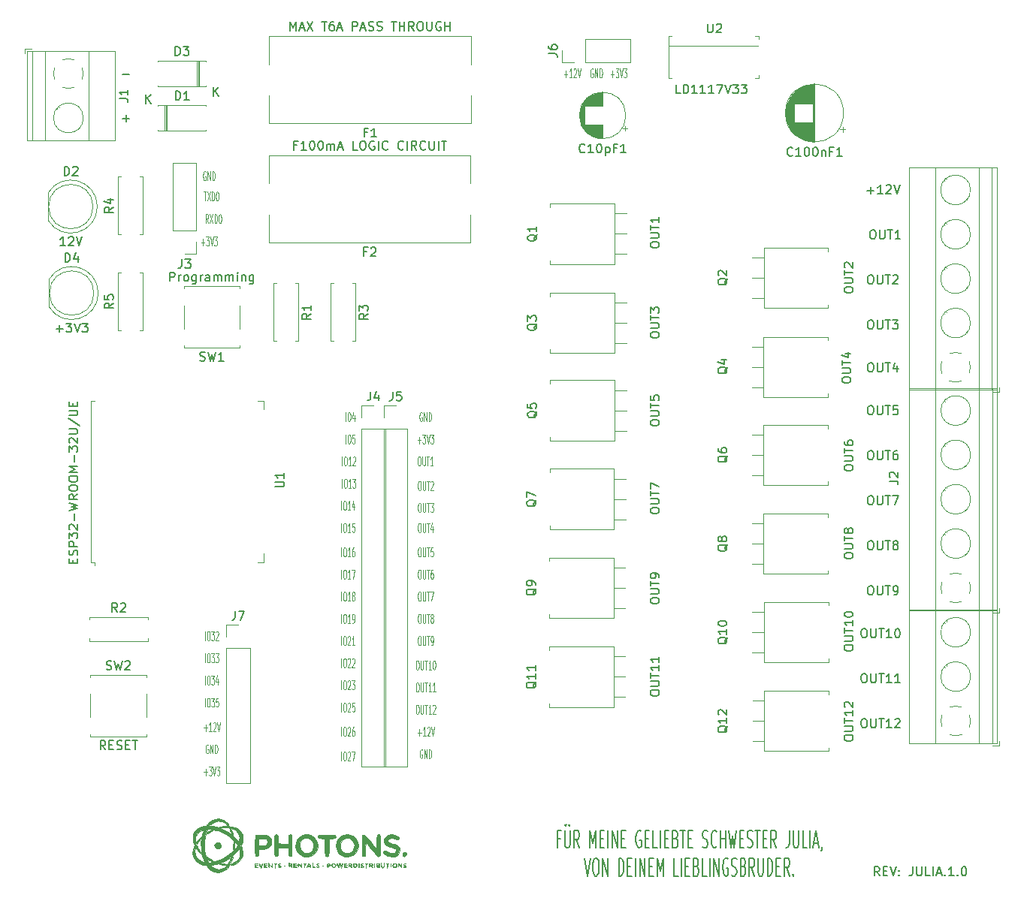
<source format=gbr>
%TF.GenerationSoftware,KiCad,Pcbnew,(5.1.10)-1*%
%TF.CreationDate,2022-01-27T04:55:15+01:00*%
%TF.ProjectId,_autosave-ESP32LedControllerRGBWWf_rJulia,5f617574-6f73-4617-9665-2d4553503332,rev?*%
%TF.SameCoordinates,Original*%
%TF.FileFunction,Legend,Top*%
%TF.FilePolarity,Positive*%
%FSLAX46Y46*%
G04 Gerber Fmt 4.6, Leading zero omitted, Abs format (unit mm)*
G04 Created by KiCad (PCBNEW (5.1.10)-1) date 2022-01-27 04:55:15*
%MOMM*%
%LPD*%
G01*
G04 APERTURE LIST*
%ADD10C,0.150000*%
%ADD11C,0.125000*%
%ADD12C,0.010000*%
%ADD13C,0.120000*%
%ADD14C,0.100000*%
G04 APERTURE END LIST*
D10*
X176404761Y-147452380D02*
X176071428Y-146976190D01*
X175833333Y-147452380D02*
X175833333Y-146452380D01*
X176214285Y-146452380D01*
X176309523Y-146500000D01*
X176357142Y-146547619D01*
X176404761Y-146642857D01*
X176404761Y-146785714D01*
X176357142Y-146880952D01*
X176309523Y-146928571D01*
X176214285Y-146976190D01*
X175833333Y-146976190D01*
X176833333Y-146928571D02*
X177166666Y-146928571D01*
X177309523Y-147452380D02*
X176833333Y-147452380D01*
X176833333Y-146452380D01*
X177309523Y-146452380D01*
X177595238Y-146452380D02*
X177928571Y-147452380D01*
X178261904Y-146452380D01*
X178595238Y-147357142D02*
X178642857Y-147404761D01*
X178595238Y-147452380D01*
X178547619Y-147404761D01*
X178595238Y-147357142D01*
X178595238Y-147452380D01*
X178595238Y-146833333D02*
X178642857Y-146880952D01*
X178595238Y-146928571D01*
X178547619Y-146880952D01*
X178595238Y-146833333D01*
X178595238Y-146928571D01*
X180119047Y-146452380D02*
X180119047Y-147166666D01*
X180071428Y-147309523D01*
X179976190Y-147404761D01*
X179833333Y-147452380D01*
X179738095Y-147452380D01*
X180595238Y-146452380D02*
X180595238Y-147261904D01*
X180642857Y-147357142D01*
X180690476Y-147404761D01*
X180785714Y-147452380D01*
X180976190Y-147452380D01*
X181071428Y-147404761D01*
X181119047Y-147357142D01*
X181166666Y-147261904D01*
X181166666Y-146452380D01*
X182119047Y-147452380D02*
X181642857Y-147452380D01*
X181642857Y-146452380D01*
X182452380Y-147452380D02*
X182452380Y-146452380D01*
X182880952Y-147166666D02*
X183357142Y-147166666D01*
X182785714Y-147452380D02*
X183119047Y-146452380D01*
X183452380Y-147452380D01*
X183785714Y-147357142D02*
X183833333Y-147404761D01*
X183785714Y-147452380D01*
X183738095Y-147404761D01*
X183785714Y-147357142D01*
X183785714Y-147452380D01*
X184785714Y-147452380D02*
X184214285Y-147452380D01*
X184500000Y-147452380D02*
X184500000Y-146452380D01*
X184404761Y-146595238D01*
X184309523Y-146690476D01*
X184214285Y-146738095D01*
X185214285Y-147357142D02*
X185261904Y-147404761D01*
X185214285Y-147452380D01*
X185166666Y-147404761D01*
X185214285Y-147357142D01*
X185214285Y-147452380D01*
X185880952Y-146452380D02*
X185976190Y-146452380D01*
X186071428Y-146500000D01*
X186119047Y-146547619D01*
X186166666Y-146642857D01*
X186214285Y-146833333D01*
X186214285Y-147071428D01*
X186166666Y-147261904D01*
X186119047Y-147357142D01*
X186071428Y-147404761D01*
X185976190Y-147452380D01*
X185880952Y-147452380D01*
X185785714Y-147404761D01*
X185738095Y-147357142D01*
X185690476Y-147261904D01*
X185642857Y-147071428D01*
X185642857Y-146833333D01*
X185690476Y-146642857D01*
X185738095Y-146547619D01*
X185785714Y-146500000D01*
X185880952Y-146452380D01*
X140428571Y-143282142D02*
X140095238Y-143282142D01*
X140095238Y-144329761D02*
X140095238Y-142329761D01*
X140571428Y-142329761D01*
X140952380Y-142329761D02*
X140952380Y-143948809D01*
X141000000Y-144139285D01*
X141047619Y-144234523D01*
X141142857Y-144329761D01*
X141333333Y-144329761D01*
X141428571Y-144234523D01*
X141476190Y-144139285D01*
X141523809Y-143948809D01*
X141523809Y-142329761D01*
X141047619Y-141663095D02*
X141095238Y-141758333D01*
X141047619Y-141853571D01*
X141000000Y-141758333D01*
X141047619Y-141663095D01*
X141047619Y-141853571D01*
X141428571Y-141663095D02*
X141476190Y-141758333D01*
X141428571Y-141853571D01*
X141380952Y-141758333D01*
X141428571Y-141663095D01*
X141428571Y-141853571D01*
X142571428Y-144329761D02*
X142238095Y-143377380D01*
X142000000Y-144329761D02*
X142000000Y-142329761D01*
X142380952Y-142329761D01*
X142476190Y-142425000D01*
X142523809Y-142520238D01*
X142571428Y-142710714D01*
X142571428Y-142996428D01*
X142523809Y-143186904D01*
X142476190Y-143282142D01*
X142380952Y-143377380D01*
X142000000Y-143377380D01*
X143761904Y-144329761D02*
X143761904Y-142329761D01*
X144095238Y-143758333D01*
X144428571Y-142329761D01*
X144428571Y-144329761D01*
X144904761Y-143282142D02*
X145238095Y-143282142D01*
X145380952Y-144329761D02*
X144904761Y-144329761D01*
X144904761Y-142329761D01*
X145380952Y-142329761D01*
X145809523Y-144329761D02*
X145809523Y-142329761D01*
X146285714Y-144329761D02*
X146285714Y-142329761D01*
X146857142Y-144329761D01*
X146857142Y-142329761D01*
X147333333Y-143282142D02*
X147666666Y-143282142D01*
X147809523Y-144329761D02*
X147333333Y-144329761D01*
X147333333Y-142329761D01*
X147809523Y-142329761D01*
X149523809Y-142425000D02*
X149428571Y-142329761D01*
X149285714Y-142329761D01*
X149142857Y-142425000D01*
X149047619Y-142615476D01*
X149000000Y-142805952D01*
X148952380Y-143186904D01*
X148952380Y-143472619D01*
X149000000Y-143853571D01*
X149047619Y-144044047D01*
X149142857Y-144234523D01*
X149285714Y-144329761D01*
X149380952Y-144329761D01*
X149523809Y-144234523D01*
X149571428Y-144139285D01*
X149571428Y-143472619D01*
X149380952Y-143472619D01*
X150000000Y-143282142D02*
X150333333Y-143282142D01*
X150476190Y-144329761D02*
X150000000Y-144329761D01*
X150000000Y-142329761D01*
X150476190Y-142329761D01*
X151380952Y-144329761D02*
X150904761Y-144329761D01*
X150904761Y-142329761D01*
X151714285Y-144329761D02*
X151714285Y-142329761D01*
X152190476Y-143282142D02*
X152523809Y-143282142D01*
X152666666Y-144329761D02*
X152190476Y-144329761D01*
X152190476Y-142329761D01*
X152666666Y-142329761D01*
X153428571Y-143282142D02*
X153571428Y-143377380D01*
X153619047Y-143472619D01*
X153666666Y-143663095D01*
X153666666Y-143948809D01*
X153619047Y-144139285D01*
X153571428Y-144234523D01*
X153476190Y-144329761D01*
X153095238Y-144329761D01*
X153095238Y-142329761D01*
X153428571Y-142329761D01*
X153523809Y-142425000D01*
X153571428Y-142520238D01*
X153619047Y-142710714D01*
X153619047Y-142901190D01*
X153571428Y-143091666D01*
X153523809Y-143186904D01*
X153428571Y-143282142D01*
X153095238Y-143282142D01*
X153952380Y-142329761D02*
X154523809Y-142329761D01*
X154238095Y-144329761D02*
X154238095Y-142329761D01*
X154857142Y-143282142D02*
X155190476Y-143282142D01*
X155333333Y-144329761D02*
X154857142Y-144329761D01*
X154857142Y-142329761D01*
X155333333Y-142329761D01*
X156476190Y-144234523D02*
X156619047Y-144329761D01*
X156857142Y-144329761D01*
X156952380Y-144234523D01*
X157000000Y-144139285D01*
X157047619Y-143948809D01*
X157047619Y-143758333D01*
X157000000Y-143567857D01*
X156952380Y-143472619D01*
X156857142Y-143377380D01*
X156666666Y-143282142D01*
X156571428Y-143186904D01*
X156523809Y-143091666D01*
X156476190Y-142901190D01*
X156476190Y-142710714D01*
X156523809Y-142520238D01*
X156571428Y-142425000D01*
X156666666Y-142329761D01*
X156904761Y-142329761D01*
X157047619Y-142425000D01*
X158047619Y-144139285D02*
X158000000Y-144234523D01*
X157857142Y-144329761D01*
X157761904Y-144329761D01*
X157619047Y-144234523D01*
X157523809Y-144044047D01*
X157476190Y-143853571D01*
X157428571Y-143472619D01*
X157428571Y-143186904D01*
X157476190Y-142805952D01*
X157523809Y-142615476D01*
X157619047Y-142425000D01*
X157761904Y-142329761D01*
X157857142Y-142329761D01*
X158000000Y-142425000D01*
X158047619Y-142520238D01*
X158476190Y-144329761D02*
X158476190Y-142329761D01*
X158476190Y-143282142D02*
X159047619Y-143282142D01*
X159047619Y-144329761D02*
X159047619Y-142329761D01*
X159428571Y-142329761D02*
X159666666Y-144329761D01*
X159857142Y-142901190D01*
X160047619Y-144329761D01*
X160285714Y-142329761D01*
X160666666Y-143282142D02*
X161000000Y-143282142D01*
X161142857Y-144329761D02*
X160666666Y-144329761D01*
X160666666Y-142329761D01*
X161142857Y-142329761D01*
X161523809Y-144234523D02*
X161666666Y-144329761D01*
X161904761Y-144329761D01*
X162000000Y-144234523D01*
X162047619Y-144139285D01*
X162095238Y-143948809D01*
X162095238Y-143758333D01*
X162047619Y-143567857D01*
X162000000Y-143472619D01*
X161904761Y-143377380D01*
X161714285Y-143282142D01*
X161619047Y-143186904D01*
X161571428Y-143091666D01*
X161523809Y-142901190D01*
X161523809Y-142710714D01*
X161571428Y-142520238D01*
X161619047Y-142425000D01*
X161714285Y-142329761D01*
X161952380Y-142329761D01*
X162095238Y-142425000D01*
X162380952Y-142329761D02*
X162952380Y-142329761D01*
X162666666Y-144329761D02*
X162666666Y-142329761D01*
X163285714Y-143282142D02*
X163619047Y-143282142D01*
X163761904Y-144329761D02*
X163285714Y-144329761D01*
X163285714Y-142329761D01*
X163761904Y-142329761D01*
X164761904Y-144329761D02*
X164428571Y-143377380D01*
X164190476Y-144329761D02*
X164190476Y-142329761D01*
X164571428Y-142329761D01*
X164666666Y-142425000D01*
X164714285Y-142520238D01*
X164761904Y-142710714D01*
X164761904Y-142996428D01*
X164714285Y-143186904D01*
X164666666Y-143282142D01*
X164571428Y-143377380D01*
X164190476Y-143377380D01*
X166238095Y-142329761D02*
X166238095Y-143758333D01*
X166190476Y-144044047D01*
X166095238Y-144234523D01*
X165952380Y-144329761D01*
X165857142Y-144329761D01*
X166714285Y-142329761D02*
X166714285Y-143948809D01*
X166761904Y-144139285D01*
X166809523Y-144234523D01*
X166904761Y-144329761D01*
X167095238Y-144329761D01*
X167190476Y-144234523D01*
X167238095Y-144139285D01*
X167285714Y-143948809D01*
X167285714Y-142329761D01*
X168238095Y-144329761D02*
X167761904Y-144329761D01*
X167761904Y-142329761D01*
X168571428Y-144329761D02*
X168571428Y-142329761D01*
X169000000Y-143758333D02*
X169476190Y-143758333D01*
X168904761Y-144329761D02*
X169238095Y-142329761D01*
X169571428Y-144329761D01*
X169952380Y-144234523D02*
X169952380Y-144329761D01*
X169904761Y-144520238D01*
X169857142Y-144615476D01*
X143166666Y-145479761D02*
X143500000Y-147479761D01*
X143833333Y-145479761D01*
X144357142Y-145479761D02*
X144547619Y-145479761D01*
X144642857Y-145575000D01*
X144738095Y-145765476D01*
X144785714Y-146146428D01*
X144785714Y-146813095D01*
X144738095Y-147194047D01*
X144642857Y-147384523D01*
X144547619Y-147479761D01*
X144357142Y-147479761D01*
X144261904Y-147384523D01*
X144166666Y-147194047D01*
X144119047Y-146813095D01*
X144119047Y-146146428D01*
X144166666Y-145765476D01*
X144261904Y-145575000D01*
X144357142Y-145479761D01*
X145214285Y-147479761D02*
X145214285Y-145479761D01*
X145785714Y-147479761D01*
X145785714Y-145479761D01*
X147023809Y-147479761D02*
X147023809Y-145479761D01*
X147261904Y-145479761D01*
X147404761Y-145575000D01*
X147500000Y-145765476D01*
X147547619Y-145955952D01*
X147595238Y-146336904D01*
X147595238Y-146622619D01*
X147547619Y-147003571D01*
X147500000Y-147194047D01*
X147404761Y-147384523D01*
X147261904Y-147479761D01*
X147023809Y-147479761D01*
X148023809Y-146432142D02*
X148357142Y-146432142D01*
X148500000Y-147479761D02*
X148023809Y-147479761D01*
X148023809Y-145479761D01*
X148500000Y-145479761D01*
X148928571Y-147479761D02*
X148928571Y-145479761D01*
X149404761Y-147479761D02*
X149404761Y-145479761D01*
X149976190Y-147479761D01*
X149976190Y-145479761D01*
X150452380Y-146432142D02*
X150785714Y-146432142D01*
X150928571Y-147479761D02*
X150452380Y-147479761D01*
X150452380Y-145479761D01*
X150928571Y-145479761D01*
X151357142Y-147479761D02*
X151357142Y-145479761D01*
X151690476Y-146908333D01*
X152023809Y-145479761D01*
X152023809Y-147479761D01*
X153738095Y-147479761D02*
X153261904Y-147479761D01*
X153261904Y-145479761D01*
X154071428Y-147479761D02*
X154071428Y-145479761D01*
X154547619Y-146432142D02*
X154880952Y-146432142D01*
X155023809Y-147479761D02*
X154547619Y-147479761D01*
X154547619Y-145479761D01*
X155023809Y-145479761D01*
X155785714Y-146432142D02*
X155928571Y-146527380D01*
X155976190Y-146622619D01*
X156023809Y-146813095D01*
X156023809Y-147098809D01*
X155976190Y-147289285D01*
X155928571Y-147384523D01*
X155833333Y-147479761D01*
X155452380Y-147479761D01*
X155452380Y-145479761D01*
X155785714Y-145479761D01*
X155880952Y-145575000D01*
X155928571Y-145670238D01*
X155976190Y-145860714D01*
X155976190Y-146051190D01*
X155928571Y-146241666D01*
X155880952Y-146336904D01*
X155785714Y-146432142D01*
X155452380Y-146432142D01*
X156928571Y-147479761D02*
X156452380Y-147479761D01*
X156452380Y-145479761D01*
X157261904Y-147479761D02*
X157261904Y-145479761D01*
X157738095Y-147479761D02*
X157738095Y-145479761D01*
X158309523Y-147479761D01*
X158309523Y-145479761D01*
X159309523Y-145575000D02*
X159214285Y-145479761D01*
X159071428Y-145479761D01*
X158928571Y-145575000D01*
X158833333Y-145765476D01*
X158785714Y-145955952D01*
X158738095Y-146336904D01*
X158738095Y-146622619D01*
X158785714Y-147003571D01*
X158833333Y-147194047D01*
X158928571Y-147384523D01*
X159071428Y-147479761D01*
X159166666Y-147479761D01*
X159309523Y-147384523D01*
X159357142Y-147289285D01*
X159357142Y-146622619D01*
X159166666Y-146622619D01*
X159738095Y-147384523D02*
X159880952Y-147479761D01*
X160119047Y-147479761D01*
X160214285Y-147384523D01*
X160261904Y-147289285D01*
X160309523Y-147098809D01*
X160309523Y-146908333D01*
X160261904Y-146717857D01*
X160214285Y-146622619D01*
X160119047Y-146527380D01*
X159928571Y-146432142D01*
X159833333Y-146336904D01*
X159785714Y-146241666D01*
X159738095Y-146051190D01*
X159738095Y-145860714D01*
X159785714Y-145670238D01*
X159833333Y-145575000D01*
X159928571Y-145479761D01*
X160166666Y-145479761D01*
X160309523Y-145575000D01*
X161071428Y-146432142D02*
X161214285Y-146527380D01*
X161261904Y-146622619D01*
X161309523Y-146813095D01*
X161309523Y-147098809D01*
X161261904Y-147289285D01*
X161214285Y-147384523D01*
X161119047Y-147479761D01*
X160738095Y-147479761D01*
X160738095Y-145479761D01*
X161071428Y-145479761D01*
X161166666Y-145575000D01*
X161214285Y-145670238D01*
X161261904Y-145860714D01*
X161261904Y-146051190D01*
X161214285Y-146241666D01*
X161166666Y-146336904D01*
X161071428Y-146432142D01*
X160738095Y-146432142D01*
X162309523Y-147479761D02*
X161976190Y-146527380D01*
X161738095Y-147479761D02*
X161738095Y-145479761D01*
X162119047Y-145479761D01*
X162214285Y-145575000D01*
X162261904Y-145670238D01*
X162309523Y-145860714D01*
X162309523Y-146146428D01*
X162261904Y-146336904D01*
X162214285Y-146432142D01*
X162119047Y-146527380D01*
X161738095Y-146527380D01*
X162738095Y-145479761D02*
X162738095Y-147098809D01*
X162785714Y-147289285D01*
X162833333Y-147384523D01*
X162928571Y-147479761D01*
X163119047Y-147479761D01*
X163214285Y-147384523D01*
X163261904Y-147289285D01*
X163309523Y-147098809D01*
X163309523Y-145479761D01*
X163785714Y-147479761D02*
X163785714Y-145479761D01*
X164023809Y-145479761D01*
X164166666Y-145575000D01*
X164261904Y-145765476D01*
X164309523Y-145955952D01*
X164357142Y-146336904D01*
X164357142Y-146622619D01*
X164309523Y-147003571D01*
X164261904Y-147194047D01*
X164166666Y-147384523D01*
X164023809Y-147479761D01*
X163785714Y-147479761D01*
X164785714Y-146432142D02*
X165119047Y-146432142D01*
X165261904Y-147479761D02*
X164785714Y-147479761D01*
X164785714Y-145479761D01*
X165261904Y-145479761D01*
X166261904Y-147479761D02*
X165928571Y-146527380D01*
X165690476Y-147479761D02*
X165690476Y-145479761D01*
X166071428Y-145479761D01*
X166166666Y-145575000D01*
X166214285Y-145670238D01*
X166261904Y-145860714D01*
X166261904Y-146146428D01*
X166214285Y-146336904D01*
X166166666Y-146432142D01*
X166071428Y-146527380D01*
X165690476Y-146527380D01*
X166690476Y-147289285D02*
X166738095Y-147384523D01*
X166690476Y-147479761D01*
X166642857Y-147384523D01*
X166690476Y-147289285D01*
X166690476Y-147479761D01*
X174577619Y-129754380D02*
X174768095Y-129754380D01*
X174863333Y-129802000D01*
X174958571Y-129897238D01*
X175006190Y-130087714D01*
X175006190Y-130421047D01*
X174958571Y-130611523D01*
X174863333Y-130706761D01*
X174768095Y-130754380D01*
X174577619Y-130754380D01*
X174482380Y-130706761D01*
X174387142Y-130611523D01*
X174339523Y-130421047D01*
X174339523Y-130087714D01*
X174387142Y-129897238D01*
X174482380Y-129802000D01*
X174577619Y-129754380D01*
X175434761Y-129754380D02*
X175434761Y-130563904D01*
X175482380Y-130659142D01*
X175530000Y-130706761D01*
X175625238Y-130754380D01*
X175815714Y-130754380D01*
X175910952Y-130706761D01*
X175958571Y-130659142D01*
X176006190Y-130563904D01*
X176006190Y-129754380D01*
X176339523Y-129754380D02*
X176910952Y-129754380D01*
X176625238Y-130754380D02*
X176625238Y-129754380D01*
X177768095Y-130754380D02*
X177196666Y-130754380D01*
X177482380Y-130754380D02*
X177482380Y-129754380D01*
X177387142Y-129897238D01*
X177291904Y-129992476D01*
X177196666Y-130040095D01*
X178149047Y-129849619D02*
X178196666Y-129802000D01*
X178291904Y-129754380D01*
X178530000Y-129754380D01*
X178625238Y-129802000D01*
X178672857Y-129849619D01*
X178720476Y-129944857D01*
X178720476Y-130040095D01*
X178672857Y-130182952D01*
X178101428Y-130754380D01*
X178720476Y-130754380D01*
X174577619Y-124674380D02*
X174768095Y-124674380D01*
X174863333Y-124722000D01*
X174958571Y-124817238D01*
X175006190Y-125007714D01*
X175006190Y-125341047D01*
X174958571Y-125531523D01*
X174863333Y-125626761D01*
X174768095Y-125674380D01*
X174577619Y-125674380D01*
X174482380Y-125626761D01*
X174387142Y-125531523D01*
X174339523Y-125341047D01*
X174339523Y-125007714D01*
X174387142Y-124817238D01*
X174482380Y-124722000D01*
X174577619Y-124674380D01*
X175434761Y-124674380D02*
X175434761Y-125483904D01*
X175482380Y-125579142D01*
X175530000Y-125626761D01*
X175625238Y-125674380D01*
X175815714Y-125674380D01*
X175910952Y-125626761D01*
X175958571Y-125579142D01*
X176006190Y-125483904D01*
X176006190Y-124674380D01*
X176339523Y-124674380D02*
X176910952Y-124674380D01*
X176625238Y-125674380D02*
X176625238Y-124674380D01*
X177768095Y-125674380D02*
X177196666Y-125674380D01*
X177482380Y-125674380D02*
X177482380Y-124674380D01*
X177387142Y-124817238D01*
X177291904Y-124912476D01*
X177196666Y-124960095D01*
X178720476Y-125674380D02*
X178149047Y-125674380D01*
X178434761Y-125674380D02*
X178434761Y-124674380D01*
X178339523Y-124817238D01*
X178244285Y-124912476D01*
X178149047Y-124960095D01*
X174577619Y-119594380D02*
X174768095Y-119594380D01*
X174863333Y-119642000D01*
X174958571Y-119737238D01*
X175006190Y-119927714D01*
X175006190Y-120261047D01*
X174958571Y-120451523D01*
X174863333Y-120546761D01*
X174768095Y-120594380D01*
X174577619Y-120594380D01*
X174482380Y-120546761D01*
X174387142Y-120451523D01*
X174339523Y-120261047D01*
X174339523Y-119927714D01*
X174387142Y-119737238D01*
X174482380Y-119642000D01*
X174577619Y-119594380D01*
X175434761Y-119594380D02*
X175434761Y-120403904D01*
X175482380Y-120499142D01*
X175530000Y-120546761D01*
X175625238Y-120594380D01*
X175815714Y-120594380D01*
X175910952Y-120546761D01*
X175958571Y-120499142D01*
X176006190Y-120403904D01*
X176006190Y-119594380D01*
X176339523Y-119594380D02*
X176910952Y-119594380D01*
X176625238Y-120594380D02*
X176625238Y-119594380D01*
X177768095Y-120594380D02*
X177196666Y-120594380D01*
X177482380Y-120594380D02*
X177482380Y-119594380D01*
X177387142Y-119737238D01*
X177291904Y-119832476D01*
X177196666Y-119880095D01*
X178387142Y-119594380D02*
X178482380Y-119594380D01*
X178577619Y-119642000D01*
X178625238Y-119689619D01*
X178672857Y-119784857D01*
X178720476Y-119975333D01*
X178720476Y-120213428D01*
X178672857Y-120403904D01*
X178625238Y-120499142D01*
X178577619Y-120546761D01*
X178482380Y-120594380D01*
X178387142Y-120594380D01*
X178291904Y-120546761D01*
X178244285Y-120499142D01*
X178196666Y-120403904D01*
X178149047Y-120213428D01*
X178149047Y-119975333D01*
X178196666Y-119784857D01*
X178244285Y-119689619D01*
X178291904Y-119642000D01*
X178387142Y-119594380D01*
X175307809Y-114768380D02*
X175498285Y-114768380D01*
X175593523Y-114816000D01*
X175688761Y-114911238D01*
X175736380Y-115101714D01*
X175736380Y-115435047D01*
X175688761Y-115625523D01*
X175593523Y-115720761D01*
X175498285Y-115768380D01*
X175307809Y-115768380D01*
X175212571Y-115720761D01*
X175117333Y-115625523D01*
X175069714Y-115435047D01*
X175069714Y-115101714D01*
X175117333Y-114911238D01*
X175212571Y-114816000D01*
X175307809Y-114768380D01*
X176164952Y-114768380D02*
X176164952Y-115577904D01*
X176212571Y-115673142D01*
X176260190Y-115720761D01*
X176355428Y-115768380D01*
X176545904Y-115768380D01*
X176641142Y-115720761D01*
X176688761Y-115673142D01*
X176736380Y-115577904D01*
X176736380Y-114768380D01*
X177069714Y-114768380D02*
X177641142Y-114768380D01*
X177355428Y-115768380D02*
X177355428Y-114768380D01*
X178022095Y-115768380D02*
X178212571Y-115768380D01*
X178307809Y-115720761D01*
X178355428Y-115673142D01*
X178450666Y-115530285D01*
X178498285Y-115339809D01*
X178498285Y-114958857D01*
X178450666Y-114863619D01*
X178403047Y-114816000D01*
X178307809Y-114768380D01*
X178117333Y-114768380D01*
X178022095Y-114816000D01*
X177974476Y-114863619D01*
X177926857Y-114958857D01*
X177926857Y-115196952D01*
X177974476Y-115292190D01*
X178022095Y-115339809D01*
X178117333Y-115387428D01*
X178307809Y-115387428D01*
X178403047Y-115339809D01*
X178450666Y-115292190D01*
X178498285Y-115196952D01*
X175307809Y-109688380D02*
X175498285Y-109688380D01*
X175593523Y-109736000D01*
X175688761Y-109831238D01*
X175736380Y-110021714D01*
X175736380Y-110355047D01*
X175688761Y-110545523D01*
X175593523Y-110640761D01*
X175498285Y-110688380D01*
X175307809Y-110688380D01*
X175212571Y-110640761D01*
X175117333Y-110545523D01*
X175069714Y-110355047D01*
X175069714Y-110021714D01*
X175117333Y-109831238D01*
X175212571Y-109736000D01*
X175307809Y-109688380D01*
X176164952Y-109688380D02*
X176164952Y-110497904D01*
X176212571Y-110593142D01*
X176260190Y-110640761D01*
X176355428Y-110688380D01*
X176545904Y-110688380D01*
X176641142Y-110640761D01*
X176688761Y-110593142D01*
X176736380Y-110497904D01*
X176736380Y-109688380D01*
X177069714Y-109688380D02*
X177641142Y-109688380D01*
X177355428Y-110688380D02*
X177355428Y-109688380D01*
X178117333Y-110116952D02*
X178022095Y-110069333D01*
X177974476Y-110021714D01*
X177926857Y-109926476D01*
X177926857Y-109878857D01*
X177974476Y-109783619D01*
X178022095Y-109736000D01*
X178117333Y-109688380D01*
X178307809Y-109688380D01*
X178403047Y-109736000D01*
X178450666Y-109783619D01*
X178498285Y-109878857D01*
X178498285Y-109926476D01*
X178450666Y-110021714D01*
X178403047Y-110069333D01*
X178307809Y-110116952D01*
X178117333Y-110116952D01*
X178022095Y-110164571D01*
X177974476Y-110212190D01*
X177926857Y-110307428D01*
X177926857Y-110497904D01*
X177974476Y-110593142D01*
X178022095Y-110640761D01*
X178117333Y-110688380D01*
X178307809Y-110688380D01*
X178403047Y-110640761D01*
X178450666Y-110593142D01*
X178498285Y-110497904D01*
X178498285Y-110307428D01*
X178450666Y-110212190D01*
X178403047Y-110164571D01*
X178307809Y-110116952D01*
X175307809Y-104608380D02*
X175498285Y-104608380D01*
X175593523Y-104656000D01*
X175688761Y-104751238D01*
X175736380Y-104941714D01*
X175736380Y-105275047D01*
X175688761Y-105465523D01*
X175593523Y-105560761D01*
X175498285Y-105608380D01*
X175307809Y-105608380D01*
X175212571Y-105560761D01*
X175117333Y-105465523D01*
X175069714Y-105275047D01*
X175069714Y-104941714D01*
X175117333Y-104751238D01*
X175212571Y-104656000D01*
X175307809Y-104608380D01*
X176164952Y-104608380D02*
X176164952Y-105417904D01*
X176212571Y-105513142D01*
X176260190Y-105560761D01*
X176355428Y-105608380D01*
X176545904Y-105608380D01*
X176641142Y-105560761D01*
X176688761Y-105513142D01*
X176736380Y-105417904D01*
X176736380Y-104608380D01*
X177069714Y-104608380D02*
X177641142Y-104608380D01*
X177355428Y-105608380D02*
X177355428Y-104608380D01*
X177879238Y-104608380D02*
X178545904Y-104608380D01*
X178117333Y-105608380D01*
X175307809Y-99528380D02*
X175498285Y-99528380D01*
X175593523Y-99576000D01*
X175688761Y-99671238D01*
X175736380Y-99861714D01*
X175736380Y-100195047D01*
X175688761Y-100385523D01*
X175593523Y-100480761D01*
X175498285Y-100528380D01*
X175307809Y-100528380D01*
X175212571Y-100480761D01*
X175117333Y-100385523D01*
X175069714Y-100195047D01*
X175069714Y-99861714D01*
X175117333Y-99671238D01*
X175212571Y-99576000D01*
X175307809Y-99528380D01*
X176164952Y-99528380D02*
X176164952Y-100337904D01*
X176212571Y-100433142D01*
X176260190Y-100480761D01*
X176355428Y-100528380D01*
X176545904Y-100528380D01*
X176641142Y-100480761D01*
X176688761Y-100433142D01*
X176736380Y-100337904D01*
X176736380Y-99528380D01*
X177069714Y-99528380D02*
X177641142Y-99528380D01*
X177355428Y-100528380D02*
X177355428Y-99528380D01*
X178403047Y-99528380D02*
X178212571Y-99528380D01*
X178117333Y-99576000D01*
X178069714Y-99623619D01*
X177974476Y-99766476D01*
X177926857Y-99956952D01*
X177926857Y-100337904D01*
X177974476Y-100433142D01*
X178022095Y-100480761D01*
X178117333Y-100528380D01*
X178307809Y-100528380D01*
X178403047Y-100480761D01*
X178450666Y-100433142D01*
X178498285Y-100337904D01*
X178498285Y-100099809D01*
X178450666Y-100004571D01*
X178403047Y-99956952D01*
X178307809Y-99909333D01*
X178117333Y-99909333D01*
X178022095Y-99956952D01*
X177974476Y-100004571D01*
X177926857Y-100099809D01*
X175307809Y-94448380D02*
X175498285Y-94448380D01*
X175593523Y-94496000D01*
X175688761Y-94591238D01*
X175736380Y-94781714D01*
X175736380Y-95115047D01*
X175688761Y-95305523D01*
X175593523Y-95400761D01*
X175498285Y-95448380D01*
X175307809Y-95448380D01*
X175212571Y-95400761D01*
X175117333Y-95305523D01*
X175069714Y-95115047D01*
X175069714Y-94781714D01*
X175117333Y-94591238D01*
X175212571Y-94496000D01*
X175307809Y-94448380D01*
X176164952Y-94448380D02*
X176164952Y-95257904D01*
X176212571Y-95353142D01*
X176260190Y-95400761D01*
X176355428Y-95448380D01*
X176545904Y-95448380D01*
X176641142Y-95400761D01*
X176688761Y-95353142D01*
X176736380Y-95257904D01*
X176736380Y-94448380D01*
X177069714Y-94448380D02*
X177641142Y-94448380D01*
X177355428Y-95448380D02*
X177355428Y-94448380D01*
X178450666Y-94448380D02*
X177974476Y-94448380D01*
X177926857Y-94924571D01*
X177974476Y-94876952D01*
X178069714Y-94829333D01*
X178307809Y-94829333D01*
X178403047Y-94876952D01*
X178450666Y-94924571D01*
X178498285Y-95019809D01*
X178498285Y-95257904D01*
X178450666Y-95353142D01*
X178403047Y-95400761D01*
X178307809Y-95448380D01*
X178069714Y-95448380D01*
X177974476Y-95400761D01*
X177926857Y-95353142D01*
X175307809Y-89622380D02*
X175498285Y-89622380D01*
X175593523Y-89670000D01*
X175688761Y-89765238D01*
X175736380Y-89955714D01*
X175736380Y-90289047D01*
X175688761Y-90479523D01*
X175593523Y-90574761D01*
X175498285Y-90622380D01*
X175307809Y-90622380D01*
X175212571Y-90574761D01*
X175117333Y-90479523D01*
X175069714Y-90289047D01*
X175069714Y-89955714D01*
X175117333Y-89765238D01*
X175212571Y-89670000D01*
X175307809Y-89622380D01*
X176164952Y-89622380D02*
X176164952Y-90431904D01*
X176212571Y-90527142D01*
X176260190Y-90574761D01*
X176355428Y-90622380D01*
X176545904Y-90622380D01*
X176641142Y-90574761D01*
X176688761Y-90527142D01*
X176736380Y-90431904D01*
X176736380Y-89622380D01*
X177069714Y-89622380D02*
X177641142Y-89622380D01*
X177355428Y-90622380D02*
X177355428Y-89622380D01*
X178403047Y-89955714D02*
X178403047Y-90622380D01*
X178164952Y-89574761D02*
X177926857Y-90289047D01*
X178545904Y-90289047D01*
X175307809Y-84796380D02*
X175498285Y-84796380D01*
X175593523Y-84844000D01*
X175688761Y-84939238D01*
X175736380Y-85129714D01*
X175736380Y-85463047D01*
X175688761Y-85653523D01*
X175593523Y-85748761D01*
X175498285Y-85796380D01*
X175307809Y-85796380D01*
X175212571Y-85748761D01*
X175117333Y-85653523D01*
X175069714Y-85463047D01*
X175069714Y-85129714D01*
X175117333Y-84939238D01*
X175212571Y-84844000D01*
X175307809Y-84796380D01*
X176164952Y-84796380D02*
X176164952Y-85605904D01*
X176212571Y-85701142D01*
X176260190Y-85748761D01*
X176355428Y-85796380D01*
X176545904Y-85796380D01*
X176641142Y-85748761D01*
X176688761Y-85701142D01*
X176736380Y-85605904D01*
X176736380Y-84796380D01*
X177069714Y-84796380D02*
X177641142Y-84796380D01*
X177355428Y-85796380D02*
X177355428Y-84796380D01*
X177879238Y-84796380D02*
X178498285Y-84796380D01*
X178164952Y-85177333D01*
X178307809Y-85177333D01*
X178403047Y-85224952D01*
X178450666Y-85272571D01*
X178498285Y-85367809D01*
X178498285Y-85605904D01*
X178450666Y-85701142D01*
X178403047Y-85748761D01*
X178307809Y-85796380D01*
X178022095Y-85796380D01*
X177926857Y-85748761D01*
X177879238Y-85701142D01*
X175307809Y-79716380D02*
X175498285Y-79716380D01*
X175593523Y-79764000D01*
X175688761Y-79859238D01*
X175736380Y-80049714D01*
X175736380Y-80383047D01*
X175688761Y-80573523D01*
X175593523Y-80668761D01*
X175498285Y-80716380D01*
X175307809Y-80716380D01*
X175212571Y-80668761D01*
X175117333Y-80573523D01*
X175069714Y-80383047D01*
X175069714Y-80049714D01*
X175117333Y-79859238D01*
X175212571Y-79764000D01*
X175307809Y-79716380D01*
X176164952Y-79716380D02*
X176164952Y-80525904D01*
X176212571Y-80621142D01*
X176260190Y-80668761D01*
X176355428Y-80716380D01*
X176545904Y-80716380D01*
X176641142Y-80668761D01*
X176688761Y-80621142D01*
X176736380Y-80525904D01*
X176736380Y-79716380D01*
X177069714Y-79716380D02*
X177641142Y-79716380D01*
X177355428Y-80716380D02*
X177355428Y-79716380D01*
X177926857Y-79811619D02*
X177974476Y-79764000D01*
X178069714Y-79716380D01*
X178307809Y-79716380D01*
X178403047Y-79764000D01*
X178450666Y-79811619D01*
X178498285Y-79906857D01*
X178498285Y-80002095D01*
X178450666Y-80144952D01*
X177879238Y-80716380D01*
X178498285Y-80716380D01*
X175561809Y-74636380D02*
X175752285Y-74636380D01*
X175847523Y-74684000D01*
X175942761Y-74779238D01*
X175990380Y-74969714D01*
X175990380Y-75303047D01*
X175942761Y-75493523D01*
X175847523Y-75588761D01*
X175752285Y-75636380D01*
X175561809Y-75636380D01*
X175466571Y-75588761D01*
X175371333Y-75493523D01*
X175323714Y-75303047D01*
X175323714Y-74969714D01*
X175371333Y-74779238D01*
X175466571Y-74684000D01*
X175561809Y-74636380D01*
X176418952Y-74636380D02*
X176418952Y-75445904D01*
X176466571Y-75541142D01*
X176514190Y-75588761D01*
X176609428Y-75636380D01*
X176799904Y-75636380D01*
X176895142Y-75588761D01*
X176942761Y-75541142D01*
X176990380Y-75445904D01*
X176990380Y-74636380D01*
X177323714Y-74636380D02*
X177895142Y-74636380D01*
X177609428Y-75636380D02*
X177609428Y-74636380D01*
X178752285Y-75636380D02*
X178180857Y-75636380D01*
X178466571Y-75636380D02*
X178466571Y-74636380D01*
X178371333Y-74779238D01*
X178276095Y-74874476D01*
X178180857Y-74922095D01*
X175022095Y-70175428D02*
X175784000Y-70175428D01*
X175403047Y-70556380D02*
X175403047Y-69794476D01*
X176784000Y-70556380D02*
X176212571Y-70556380D01*
X176498285Y-70556380D02*
X176498285Y-69556380D01*
X176403047Y-69699238D01*
X176307809Y-69794476D01*
X176212571Y-69842095D01*
X177164952Y-69651619D02*
X177212571Y-69604000D01*
X177307809Y-69556380D01*
X177545904Y-69556380D01*
X177641142Y-69604000D01*
X177688761Y-69651619D01*
X177736380Y-69746857D01*
X177736380Y-69842095D01*
X177688761Y-69984952D01*
X177117333Y-70556380D01*
X177736380Y-70556380D01*
X178022095Y-69556380D02*
X178355428Y-70556380D01*
X178688761Y-69556380D01*
X172426380Y-132000380D02*
X172426380Y-131809904D01*
X172474000Y-131714666D01*
X172569238Y-131619428D01*
X172759714Y-131571809D01*
X173093047Y-131571809D01*
X173283523Y-131619428D01*
X173378761Y-131714666D01*
X173426380Y-131809904D01*
X173426380Y-132000380D01*
X173378761Y-132095619D01*
X173283523Y-132190857D01*
X173093047Y-132238476D01*
X172759714Y-132238476D01*
X172569238Y-132190857D01*
X172474000Y-132095619D01*
X172426380Y-132000380D01*
X172426380Y-131143238D02*
X173235904Y-131143238D01*
X173331142Y-131095619D01*
X173378761Y-131048000D01*
X173426380Y-130952761D01*
X173426380Y-130762285D01*
X173378761Y-130667047D01*
X173331142Y-130619428D01*
X173235904Y-130571809D01*
X172426380Y-130571809D01*
X172426380Y-130238476D02*
X172426380Y-129667047D01*
X173426380Y-129952761D02*
X172426380Y-129952761D01*
X173426380Y-128809904D02*
X173426380Y-129381333D01*
X173426380Y-129095619D02*
X172426380Y-129095619D01*
X172569238Y-129190857D01*
X172664476Y-129286095D01*
X172712095Y-129381333D01*
X172521619Y-128428952D02*
X172474000Y-128381333D01*
X172426380Y-128286095D01*
X172426380Y-128048000D01*
X172474000Y-127952761D01*
X172521619Y-127905142D01*
X172616857Y-127857523D01*
X172712095Y-127857523D01*
X172854952Y-127905142D01*
X173426380Y-128476571D01*
X173426380Y-127857523D01*
X150582380Y-126920380D02*
X150582380Y-126729904D01*
X150630000Y-126634666D01*
X150725238Y-126539428D01*
X150915714Y-126491809D01*
X151249047Y-126491809D01*
X151439523Y-126539428D01*
X151534761Y-126634666D01*
X151582380Y-126729904D01*
X151582380Y-126920380D01*
X151534761Y-127015619D01*
X151439523Y-127110857D01*
X151249047Y-127158476D01*
X150915714Y-127158476D01*
X150725238Y-127110857D01*
X150630000Y-127015619D01*
X150582380Y-126920380D01*
X150582380Y-126063238D02*
X151391904Y-126063238D01*
X151487142Y-126015619D01*
X151534761Y-125968000D01*
X151582380Y-125872761D01*
X151582380Y-125682285D01*
X151534761Y-125587047D01*
X151487142Y-125539428D01*
X151391904Y-125491809D01*
X150582380Y-125491809D01*
X150582380Y-125158476D02*
X150582380Y-124587047D01*
X151582380Y-124872761D02*
X150582380Y-124872761D01*
X151582380Y-123729904D02*
X151582380Y-124301333D01*
X151582380Y-124015619D02*
X150582380Y-124015619D01*
X150725238Y-124110857D01*
X150820476Y-124206095D01*
X150868095Y-124301333D01*
X151582380Y-122777523D02*
X151582380Y-123348952D01*
X151582380Y-123063238D02*
X150582380Y-123063238D01*
X150725238Y-123158476D01*
X150820476Y-123253714D01*
X150868095Y-123348952D01*
X172426380Y-121840380D02*
X172426380Y-121649904D01*
X172474000Y-121554666D01*
X172569238Y-121459428D01*
X172759714Y-121411809D01*
X173093047Y-121411809D01*
X173283523Y-121459428D01*
X173378761Y-121554666D01*
X173426380Y-121649904D01*
X173426380Y-121840380D01*
X173378761Y-121935619D01*
X173283523Y-122030857D01*
X173093047Y-122078476D01*
X172759714Y-122078476D01*
X172569238Y-122030857D01*
X172474000Y-121935619D01*
X172426380Y-121840380D01*
X172426380Y-120983238D02*
X173235904Y-120983238D01*
X173331142Y-120935619D01*
X173378761Y-120888000D01*
X173426380Y-120792761D01*
X173426380Y-120602285D01*
X173378761Y-120507047D01*
X173331142Y-120459428D01*
X173235904Y-120411809D01*
X172426380Y-120411809D01*
X172426380Y-120078476D02*
X172426380Y-119507047D01*
X173426380Y-119792761D02*
X172426380Y-119792761D01*
X173426380Y-118649904D02*
X173426380Y-119221333D01*
X173426380Y-118935619D02*
X172426380Y-118935619D01*
X172569238Y-119030857D01*
X172664476Y-119126095D01*
X172712095Y-119221333D01*
X172426380Y-118030857D02*
X172426380Y-117935619D01*
X172474000Y-117840380D01*
X172521619Y-117792761D01*
X172616857Y-117745142D01*
X172807333Y-117697523D01*
X173045428Y-117697523D01*
X173235904Y-117745142D01*
X173331142Y-117792761D01*
X173378761Y-117840380D01*
X173426380Y-117935619D01*
X173426380Y-118030857D01*
X173378761Y-118126095D01*
X173331142Y-118173714D01*
X173235904Y-118221333D01*
X173045428Y-118268952D01*
X172807333Y-118268952D01*
X172616857Y-118221333D01*
X172521619Y-118173714D01*
X172474000Y-118126095D01*
X172426380Y-118030857D01*
X150582380Y-116538190D02*
X150582380Y-116347714D01*
X150630000Y-116252476D01*
X150725238Y-116157238D01*
X150915714Y-116109619D01*
X151249047Y-116109619D01*
X151439523Y-116157238D01*
X151534761Y-116252476D01*
X151582380Y-116347714D01*
X151582380Y-116538190D01*
X151534761Y-116633428D01*
X151439523Y-116728666D01*
X151249047Y-116776285D01*
X150915714Y-116776285D01*
X150725238Y-116728666D01*
X150630000Y-116633428D01*
X150582380Y-116538190D01*
X150582380Y-115681047D02*
X151391904Y-115681047D01*
X151487142Y-115633428D01*
X151534761Y-115585809D01*
X151582380Y-115490571D01*
X151582380Y-115300095D01*
X151534761Y-115204857D01*
X151487142Y-115157238D01*
X151391904Y-115109619D01*
X150582380Y-115109619D01*
X150582380Y-114776285D02*
X150582380Y-114204857D01*
X151582380Y-114490571D02*
X150582380Y-114490571D01*
X151582380Y-113823904D02*
X151582380Y-113633428D01*
X151534761Y-113538190D01*
X151487142Y-113490571D01*
X151344285Y-113395333D01*
X151153809Y-113347714D01*
X150772857Y-113347714D01*
X150677619Y-113395333D01*
X150630000Y-113442952D01*
X150582380Y-113538190D01*
X150582380Y-113728666D01*
X150630000Y-113823904D01*
X150677619Y-113871523D01*
X150772857Y-113919142D01*
X151010952Y-113919142D01*
X151106190Y-113871523D01*
X151153809Y-113823904D01*
X151201428Y-113728666D01*
X151201428Y-113538190D01*
X151153809Y-113442952D01*
X151106190Y-113395333D01*
X151010952Y-113347714D01*
X172426380Y-111458190D02*
X172426380Y-111267714D01*
X172474000Y-111172476D01*
X172569238Y-111077238D01*
X172759714Y-111029619D01*
X173093047Y-111029619D01*
X173283523Y-111077238D01*
X173378761Y-111172476D01*
X173426380Y-111267714D01*
X173426380Y-111458190D01*
X173378761Y-111553428D01*
X173283523Y-111648666D01*
X173093047Y-111696285D01*
X172759714Y-111696285D01*
X172569238Y-111648666D01*
X172474000Y-111553428D01*
X172426380Y-111458190D01*
X172426380Y-110601047D02*
X173235904Y-110601047D01*
X173331142Y-110553428D01*
X173378761Y-110505809D01*
X173426380Y-110410571D01*
X173426380Y-110220095D01*
X173378761Y-110124857D01*
X173331142Y-110077238D01*
X173235904Y-110029619D01*
X172426380Y-110029619D01*
X172426380Y-109696285D02*
X172426380Y-109124857D01*
X173426380Y-109410571D02*
X172426380Y-109410571D01*
X172854952Y-108648666D02*
X172807333Y-108743904D01*
X172759714Y-108791523D01*
X172664476Y-108839142D01*
X172616857Y-108839142D01*
X172521619Y-108791523D01*
X172474000Y-108743904D01*
X172426380Y-108648666D01*
X172426380Y-108458190D01*
X172474000Y-108362952D01*
X172521619Y-108315333D01*
X172616857Y-108267714D01*
X172664476Y-108267714D01*
X172759714Y-108315333D01*
X172807333Y-108362952D01*
X172854952Y-108458190D01*
X172854952Y-108648666D01*
X172902571Y-108743904D01*
X172950190Y-108791523D01*
X173045428Y-108839142D01*
X173235904Y-108839142D01*
X173331142Y-108791523D01*
X173378761Y-108743904D01*
X173426380Y-108648666D01*
X173426380Y-108458190D01*
X173378761Y-108362952D01*
X173331142Y-108315333D01*
X173235904Y-108267714D01*
X173045428Y-108267714D01*
X172950190Y-108315333D01*
X172902571Y-108362952D01*
X172854952Y-108458190D01*
X150582380Y-106378190D02*
X150582380Y-106187714D01*
X150630000Y-106092476D01*
X150725238Y-105997238D01*
X150915714Y-105949619D01*
X151249047Y-105949619D01*
X151439523Y-105997238D01*
X151534761Y-106092476D01*
X151582380Y-106187714D01*
X151582380Y-106378190D01*
X151534761Y-106473428D01*
X151439523Y-106568666D01*
X151249047Y-106616285D01*
X150915714Y-106616285D01*
X150725238Y-106568666D01*
X150630000Y-106473428D01*
X150582380Y-106378190D01*
X150582380Y-105521047D02*
X151391904Y-105521047D01*
X151487142Y-105473428D01*
X151534761Y-105425809D01*
X151582380Y-105330571D01*
X151582380Y-105140095D01*
X151534761Y-105044857D01*
X151487142Y-104997238D01*
X151391904Y-104949619D01*
X150582380Y-104949619D01*
X150582380Y-104616285D02*
X150582380Y-104044857D01*
X151582380Y-104330571D02*
X150582380Y-104330571D01*
X150582380Y-103806761D02*
X150582380Y-103140095D01*
X151582380Y-103568666D01*
X172426380Y-101552190D02*
X172426380Y-101361714D01*
X172474000Y-101266476D01*
X172569238Y-101171238D01*
X172759714Y-101123619D01*
X173093047Y-101123619D01*
X173283523Y-101171238D01*
X173378761Y-101266476D01*
X173426380Y-101361714D01*
X173426380Y-101552190D01*
X173378761Y-101647428D01*
X173283523Y-101742666D01*
X173093047Y-101790285D01*
X172759714Y-101790285D01*
X172569238Y-101742666D01*
X172474000Y-101647428D01*
X172426380Y-101552190D01*
X172426380Y-100695047D02*
X173235904Y-100695047D01*
X173331142Y-100647428D01*
X173378761Y-100599809D01*
X173426380Y-100504571D01*
X173426380Y-100314095D01*
X173378761Y-100218857D01*
X173331142Y-100171238D01*
X173235904Y-100123619D01*
X172426380Y-100123619D01*
X172426380Y-99790285D02*
X172426380Y-99218857D01*
X173426380Y-99504571D02*
X172426380Y-99504571D01*
X172426380Y-98456952D02*
X172426380Y-98647428D01*
X172474000Y-98742666D01*
X172521619Y-98790285D01*
X172664476Y-98885523D01*
X172854952Y-98933142D01*
X173235904Y-98933142D01*
X173331142Y-98885523D01*
X173378761Y-98837904D01*
X173426380Y-98742666D01*
X173426380Y-98552190D01*
X173378761Y-98456952D01*
X173331142Y-98409333D01*
X173235904Y-98361714D01*
X172997809Y-98361714D01*
X172902571Y-98409333D01*
X172854952Y-98456952D01*
X172807333Y-98552190D01*
X172807333Y-98742666D01*
X172854952Y-98837904D01*
X172902571Y-98885523D01*
X172997809Y-98933142D01*
X150582380Y-96472190D02*
X150582380Y-96281714D01*
X150630000Y-96186476D01*
X150725238Y-96091238D01*
X150915714Y-96043619D01*
X151249047Y-96043619D01*
X151439523Y-96091238D01*
X151534761Y-96186476D01*
X151582380Y-96281714D01*
X151582380Y-96472190D01*
X151534761Y-96567428D01*
X151439523Y-96662666D01*
X151249047Y-96710285D01*
X150915714Y-96710285D01*
X150725238Y-96662666D01*
X150630000Y-96567428D01*
X150582380Y-96472190D01*
X150582380Y-95615047D02*
X151391904Y-95615047D01*
X151487142Y-95567428D01*
X151534761Y-95519809D01*
X151582380Y-95424571D01*
X151582380Y-95234095D01*
X151534761Y-95138857D01*
X151487142Y-95091238D01*
X151391904Y-95043619D01*
X150582380Y-95043619D01*
X150582380Y-94710285D02*
X150582380Y-94138857D01*
X151582380Y-94424571D02*
X150582380Y-94424571D01*
X150582380Y-93329333D02*
X150582380Y-93805523D01*
X151058571Y-93853142D01*
X151010952Y-93805523D01*
X150963333Y-93710285D01*
X150963333Y-93472190D01*
X151010952Y-93376952D01*
X151058571Y-93329333D01*
X151153809Y-93281714D01*
X151391904Y-93281714D01*
X151487142Y-93329333D01*
X151534761Y-93376952D01*
X151582380Y-93472190D01*
X151582380Y-93710285D01*
X151534761Y-93805523D01*
X151487142Y-93853142D01*
X172172380Y-91646190D02*
X172172380Y-91455714D01*
X172220000Y-91360476D01*
X172315238Y-91265238D01*
X172505714Y-91217619D01*
X172839047Y-91217619D01*
X173029523Y-91265238D01*
X173124761Y-91360476D01*
X173172380Y-91455714D01*
X173172380Y-91646190D01*
X173124761Y-91741428D01*
X173029523Y-91836666D01*
X172839047Y-91884285D01*
X172505714Y-91884285D01*
X172315238Y-91836666D01*
X172220000Y-91741428D01*
X172172380Y-91646190D01*
X172172380Y-90789047D02*
X172981904Y-90789047D01*
X173077142Y-90741428D01*
X173124761Y-90693809D01*
X173172380Y-90598571D01*
X173172380Y-90408095D01*
X173124761Y-90312857D01*
X173077142Y-90265238D01*
X172981904Y-90217619D01*
X172172380Y-90217619D01*
X172172380Y-89884285D02*
X172172380Y-89312857D01*
X173172380Y-89598571D02*
X172172380Y-89598571D01*
X172505714Y-88550952D02*
X173172380Y-88550952D01*
X172124761Y-88789047D02*
X172839047Y-89027142D01*
X172839047Y-88408095D01*
X150582380Y-86566190D02*
X150582380Y-86375714D01*
X150630000Y-86280476D01*
X150725238Y-86185238D01*
X150915714Y-86137619D01*
X151249047Y-86137619D01*
X151439523Y-86185238D01*
X151534761Y-86280476D01*
X151582380Y-86375714D01*
X151582380Y-86566190D01*
X151534761Y-86661428D01*
X151439523Y-86756666D01*
X151249047Y-86804285D01*
X150915714Y-86804285D01*
X150725238Y-86756666D01*
X150630000Y-86661428D01*
X150582380Y-86566190D01*
X150582380Y-85709047D02*
X151391904Y-85709047D01*
X151487142Y-85661428D01*
X151534761Y-85613809D01*
X151582380Y-85518571D01*
X151582380Y-85328095D01*
X151534761Y-85232857D01*
X151487142Y-85185238D01*
X151391904Y-85137619D01*
X150582380Y-85137619D01*
X150582380Y-84804285D02*
X150582380Y-84232857D01*
X151582380Y-84518571D02*
X150582380Y-84518571D01*
X150582380Y-83994761D02*
X150582380Y-83375714D01*
X150963333Y-83709047D01*
X150963333Y-83566190D01*
X151010952Y-83470952D01*
X151058571Y-83423333D01*
X151153809Y-83375714D01*
X151391904Y-83375714D01*
X151487142Y-83423333D01*
X151534761Y-83470952D01*
X151582380Y-83566190D01*
X151582380Y-83851904D01*
X151534761Y-83947142D01*
X151487142Y-83994761D01*
X172426380Y-81486190D02*
X172426380Y-81295714D01*
X172474000Y-81200476D01*
X172569238Y-81105238D01*
X172759714Y-81057619D01*
X173093047Y-81057619D01*
X173283523Y-81105238D01*
X173378761Y-81200476D01*
X173426380Y-81295714D01*
X173426380Y-81486190D01*
X173378761Y-81581428D01*
X173283523Y-81676666D01*
X173093047Y-81724285D01*
X172759714Y-81724285D01*
X172569238Y-81676666D01*
X172474000Y-81581428D01*
X172426380Y-81486190D01*
X172426380Y-80629047D02*
X173235904Y-80629047D01*
X173331142Y-80581428D01*
X173378761Y-80533809D01*
X173426380Y-80438571D01*
X173426380Y-80248095D01*
X173378761Y-80152857D01*
X173331142Y-80105238D01*
X173235904Y-80057619D01*
X172426380Y-80057619D01*
X172426380Y-79724285D02*
X172426380Y-79152857D01*
X173426380Y-79438571D02*
X172426380Y-79438571D01*
X172521619Y-78867142D02*
X172474000Y-78819523D01*
X172426380Y-78724285D01*
X172426380Y-78486190D01*
X172474000Y-78390952D01*
X172521619Y-78343333D01*
X172616857Y-78295714D01*
X172712095Y-78295714D01*
X172854952Y-78343333D01*
X173426380Y-78914761D01*
X173426380Y-78295714D01*
X150582380Y-76406190D02*
X150582380Y-76215714D01*
X150630000Y-76120476D01*
X150725238Y-76025238D01*
X150915714Y-75977619D01*
X151249047Y-75977619D01*
X151439523Y-76025238D01*
X151534761Y-76120476D01*
X151582380Y-76215714D01*
X151582380Y-76406190D01*
X151534761Y-76501428D01*
X151439523Y-76596666D01*
X151249047Y-76644285D01*
X150915714Y-76644285D01*
X150725238Y-76596666D01*
X150630000Y-76501428D01*
X150582380Y-76406190D01*
X150582380Y-75549047D02*
X151391904Y-75549047D01*
X151487142Y-75501428D01*
X151534761Y-75453809D01*
X151582380Y-75358571D01*
X151582380Y-75168095D01*
X151534761Y-75072857D01*
X151487142Y-75025238D01*
X151391904Y-74977619D01*
X150582380Y-74977619D01*
X150582380Y-74644285D02*
X150582380Y-74072857D01*
X151582380Y-74358571D02*
X150582380Y-74358571D01*
X151582380Y-73215714D02*
X151582380Y-73787142D01*
X151582380Y-73501428D02*
X150582380Y-73501428D01*
X150725238Y-73596666D01*
X150820476Y-73691904D01*
X150868095Y-73787142D01*
D11*
X100774571Y-73858380D02*
X100607904Y-73382190D01*
X100488857Y-73858380D02*
X100488857Y-72858380D01*
X100679333Y-72858380D01*
X100726952Y-72906000D01*
X100750761Y-72953619D01*
X100774571Y-73048857D01*
X100774571Y-73191714D01*
X100750761Y-73286952D01*
X100726952Y-73334571D01*
X100679333Y-73382190D01*
X100488857Y-73382190D01*
X100941238Y-72858380D02*
X101274571Y-73858380D01*
X101274571Y-72858380D02*
X100941238Y-73858380D01*
X101465047Y-73858380D02*
X101465047Y-72858380D01*
X101584095Y-72858380D01*
X101655523Y-72906000D01*
X101703142Y-73001238D01*
X101726952Y-73096476D01*
X101750761Y-73286952D01*
X101750761Y-73429809D01*
X101726952Y-73620285D01*
X101703142Y-73715523D01*
X101655523Y-73810761D01*
X101584095Y-73858380D01*
X101465047Y-73858380D01*
X102060285Y-72858380D02*
X102107904Y-72858380D01*
X102155523Y-72906000D01*
X102179333Y-72953619D01*
X102203142Y-73048857D01*
X102226952Y-73239333D01*
X102226952Y-73477428D01*
X102203142Y-73667904D01*
X102179333Y-73763142D01*
X102155523Y-73810761D01*
X102107904Y-73858380D01*
X102060285Y-73858380D01*
X102012666Y-73810761D01*
X101988857Y-73763142D01*
X101965047Y-73667904D01*
X101941238Y-73477428D01*
X101941238Y-73239333D01*
X101965047Y-73048857D01*
X101988857Y-72953619D01*
X102012666Y-72906000D01*
X102060285Y-72858380D01*
X100222952Y-70318380D02*
X100508666Y-70318380D01*
X100365809Y-71318380D02*
X100365809Y-70318380D01*
X100627714Y-70318380D02*
X100961047Y-71318380D01*
X100961047Y-70318380D02*
X100627714Y-71318380D01*
X101151523Y-71318380D02*
X101151523Y-70318380D01*
X101270571Y-70318380D01*
X101342000Y-70366000D01*
X101389619Y-70461238D01*
X101413428Y-70556476D01*
X101437238Y-70746952D01*
X101437238Y-70889809D01*
X101413428Y-71080285D01*
X101389619Y-71175523D01*
X101342000Y-71270761D01*
X101270571Y-71318380D01*
X101151523Y-71318380D01*
X101746761Y-70318380D02*
X101794380Y-70318380D01*
X101842000Y-70366000D01*
X101865809Y-70413619D01*
X101889619Y-70508857D01*
X101913428Y-70699333D01*
X101913428Y-70937428D01*
X101889619Y-71127904D01*
X101865809Y-71223142D01*
X101842000Y-71270761D01*
X101794380Y-71318380D01*
X101746761Y-71318380D01*
X101699142Y-71270761D01*
X101675333Y-71223142D01*
X101651523Y-71127904D01*
X101627714Y-70937428D01*
X101627714Y-70699333D01*
X101651523Y-70508857D01*
X101675333Y-70413619D01*
X101699142Y-70366000D01*
X101746761Y-70318380D01*
X99957047Y-76017428D02*
X100338000Y-76017428D01*
X100147523Y-76398380D02*
X100147523Y-75636476D01*
X100528476Y-75398380D02*
X100838000Y-75398380D01*
X100671333Y-75779333D01*
X100742761Y-75779333D01*
X100790380Y-75826952D01*
X100814190Y-75874571D01*
X100838000Y-75969809D01*
X100838000Y-76207904D01*
X100814190Y-76303142D01*
X100790380Y-76350761D01*
X100742761Y-76398380D01*
X100599904Y-76398380D01*
X100552285Y-76350761D01*
X100528476Y-76303142D01*
X100980857Y-75398380D02*
X101147523Y-76398380D01*
X101314190Y-75398380D01*
X101433238Y-75398380D02*
X101742761Y-75398380D01*
X101576095Y-75779333D01*
X101647523Y-75779333D01*
X101695142Y-75826952D01*
X101718952Y-75874571D01*
X101742761Y-75969809D01*
X101742761Y-76207904D01*
X101718952Y-76303142D01*
X101695142Y-76350761D01*
X101647523Y-76398380D01*
X101504666Y-76398380D01*
X101457047Y-76350761D01*
X101433238Y-76303142D01*
X100457047Y-68080000D02*
X100409428Y-68032380D01*
X100338000Y-68032380D01*
X100266571Y-68080000D01*
X100218952Y-68175238D01*
X100195142Y-68270476D01*
X100171333Y-68460952D01*
X100171333Y-68603809D01*
X100195142Y-68794285D01*
X100218952Y-68889523D01*
X100266571Y-68984761D01*
X100338000Y-69032380D01*
X100385619Y-69032380D01*
X100457047Y-68984761D01*
X100480857Y-68937142D01*
X100480857Y-68603809D01*
X100385619Y-68603809D01*
X100695142Y-69032380D02*
X100695142Y-68032380D01*
X100980857Y-69032380D01*
X100980857Y-68032380D01*
X101218952Y-69032380D02*
X101218952Y-68032380D01*
X101338000Y-68032380D01*
X101409428Y-68080000D01*
X101457047Y-68175238D01*
X101480857Y-68270476D01*
X101504666Y-68460952D01*
X101504666Y-68603809D01*
X101480857Y-68794285D01*
X101457047Y-68889523D01*
X101409428Y-68984761D01*
X101338000Y-69032380D01*
X101218952Y-69032380D01*
X146119047Y-57071428D02*
X146500000Y-57071428D01*
X146309523Y-57452380D02*
X146309523Y-56690476D01*
X146690476Y-56452380D02*
X147000000Y-56452380D01*
X146833333Y-56833333D01*
X146904761Y-56833333D01*
X146952380Y-56880952D01*
X146976190Y-56928571D01*
X147000000Y-57023809D01*
X147000000Y-57261904D01*
X146976190Y-57357142D01*
X146952380Y-57404761D01*
X146904761Y-57452380D01*
X146761904Y-57452380D01*
X146714285Y-57404761D01*
X146690476Y-57357142D01*
X147142857Y-56452380D02*
X147309523Y-57452380D01*
X147476190Y-56452380D01*
X147595238Y-56452380D02*
X147904761Y-56452380D01*
X147738095Y-56833333D01*
X147809523Y-56833333D01*
X147857142Y-56880952D01*
X147880952Y-56928571D01*
X147904761Y-57023809D01*
X147904761Y-57261904D01*
X147880952Y-57357142D01*
X147857142Y-57404761D01*
X147809523Y-57452380D01*
X147666666Y-57452380D01*
X147619047Y-57404761D01*
X147595238Y-57357142D01*
X144119047Y-56500000D02*
X144071428Y-56452380D01*
X144000000Y-56452380D01*
X143928571Y-56500000D01*
X143880952Y-56595238D01*
X143857142Y-56690476D01*
X143833333Y-56880952D01*
X143833333Y-57023809D01*
X143857142Y-57214285D01*
X143880952Y-57309523D01*
X143928571Y-57404761D01*
X144000000Y-57452380D01*
X144047619Y-57452380D01*
X144119047Y-57404761D01*
X144142857Y-57357142D01*
X144142857Y-57023809D01*
X144047619Y-57023809D01*
X144357142Y-57452380D02*
X144357142Y-56452380D01*
X144642857Y-57452380D01*
X144642857Y-56452380D01*
X144880952Y-57452380D02*
X144880952Y-56452380D01*
X145000000Y-56452380D01*
X145071428Y-56500000D01*
X145119047Y-56595238D01*
X145142857Y-56690476D01*
X145166666Y-56880952D01*
X145166666Y-57023809D01*
X145142857Y-57214285D01*
X145119047Y-57309523D01*
X145071428Y-57404761D01*
X145000000Y-57452380D01*
X144880952Y-57452380D01*
X140869047Y-57071428D02*
X141250000Y-57071428D01*
X141059523Y-57452380D02*
X141059523Y-56690476D01*
X141750000Y-57452380D02*
X141464285Y-57452380D01*
X141607142Y-57452380D02*
X141607142Y-56452380D01*
X141559523Y-56595238D01*
X141511904Y-56690476D01*
X141464285Y-56738095D01*
X141940476Y-56547619D02*
X141964285Y-56500000D01*
X142011904Y-56452380D01*
X142130952Y-56452380D01*
X142178571Y-56500000D01*
X142202380Y-56547619D01*
X142226190Y-56642857D01*
X142226190Y-56738095D01*
X142202380Y-56880952D01*
X141916666Y-57452380D01*
X142226190Y-57452380D01*
X142369047Y-56452380D02*
X142535714Y-57452380D01*
X142702380Y-56452380D01*
D10*
X91119047Y-62071428D02*
X91880952Y-62071428D01*
X91500000Y-62452380D02*
X91500000Y-61690476D01*
X91119047Y-57071428D02*
X91880952Y-57071428D01*
D11*
X124881047Y-133250000D02*
X124833428Y-133202380D01*
X124762000Y-133202380D01*
X124690571Y-133250000D01*
X124642952Y-133345238D01*
X124619142Y-133440476D01*
X124595333Y-133630952D01*
X124595333Y-133773809D01*
X124619142Y-133964285D01*
X124642952Y-134059523D01*
X124690571Y-134154761D01*
X124762000Y-134202380D01*
X124809619Y-134202380D01*
X124881047Y-134154761D01*
X124904857Y-134107142D01*
X124904857Y-133773809D01*
X124809619Y-133773809D01*
X125119142Y-134202380D02*
X125119142Y-133202380D01*
X125404857Y-134202380D01*
X125404857Y-133202380D01*
X125642952Y-134202380D02*
X125642952Y-133202380D01*
X125762000Y-133202380D01*
X125833428Y-133250000D01*
X125881047Y-133345238D01*
X125904857Y-133440476D01*
X125928666Y-133630952D01*
X125928666Y-133773809D01*
X125904857Y-133964285D01*
X125881047Y-134059523D01*
X125833428Y-134154761D01*
X125762000Y-134202380D01*
X125642952Y-134202380D01*
X124381047Y-131321428D02*
X124762000Y-131321428D01*
X124571523Y-131702380D02*
X124571523Y-130940476D01*
X125262000Y-131702380D02*
X124976285Y-131702380D01*
X125119142Y-131702380D02*
X125119142Y-130702380D01*
X125071523Y-130845238D01*
X125023904Y-130940476D01*
X124976285Y-130988095D01*
X125452476Y-130797619D02*
X125476285Y-130750000D01*
X125523904Y-130702380D01*
X125642952Y-130702380D01*
X125690571Y-130750000D01*
X125714380Y-130797619D01*
X125738190Y-130892857D01*
X125738190Y-130988095D01*
X125714380Y-131130952D01*
X125428666Y-131702380D01*
X125738190Y-131702380D01*
X125881047Y-130702380D02*
X126047714Y-131702380D01*
X126214380Y-130702380D01*
X124285809Y-128202380D02*
X124381047Y-128202380D01*
X124428666Y-128250000D01*
X124476285Y-128345238D01*
X124500095Y-128535714D01*
X124500095Y-128869047D01*
X124476285Y-129059523D01*
X124428666Y-129154761D01*
X124381047Y-129202380D01*
X124285809Y-129202380D01*
X124238190Y-129154761D01*
X124190571Y-129059523D01*
X124166761Y-128869047D01*
X124166761Y-128535714D01*
X124190571Y-128345238D01*
X124238190Y-128250000D01*
X124285809Y-128202380D01*
X124714380Y-128202380D02*
X124714380Y-129011904D01*
X124738190Y-129107142D01*
X124762000Y-129154761D01*
X124809619Y-129202380D01*
X124904857Y-129202380D01*
X124952476Y-129154761D01*
X124976285Y-129107142D01*
X125000095Y-129011904D01*
X125000095Y-128202380D01*
X125166761Y-128202380D02*
X125452476Y-128202380D01*
X125309619Y-129202380D02*
X125309619Y-128202380D01*
X125881047Y-129202380D02*
X125595333Y-129202380D01*
X125738190Y-129202380D02*
X125738190Y-128202380D01*
X125690571Y-128345238D01*
X125642952Y-128440476D01*
X125595333Y-128488095D01*
X126071523Y-128297619D02*
X126095333Y-128250000D01*
X126142952Y-128202380D01*
X126262000Y-128202380D01*
X126309619Y-128250000D01*
X126333428Y-128297619D01*
X126357238Y-128392857D01*
X126357238Y-128488095D01*
X126333428Y-128630952D01*
X126047714Y-129202380D01*
X126357238Y-129202380D01*
X124285809Y-125702380D02*
X124381047Y-125702380D01*
X124428666Y-125750000D01*
X124476285Y-125845238D01*
X124500095Y-126035714D01*
X124500095Y-126369047D01*
X124476285Y-126559523D01*
X124428666Y-126654761D01*
X124381047Y-126702380D01*
X124285809Y-126702380D01*
X124238190Y-126654761D01*
X124190571Y-126559523D01*
X124166761Y-126369047D01*
X124166761Y-126035714D01*
X124190571Y-125845238D01*
X124238190Y-125750000D01*
X124285809Y-125702380D01*
X124714380Y-125702380D02*
X124714380Y-126511904D01*
X124738190Y-126607142D01*
X124762000Y-126654761D01*
X124809619Y-126702380D01*
X124904857Y-126702380D01*
X124952476Y-126654761D01*
X124976285Y-126607142D01*
X125000095Y-126511904D01*
X125000095Y-125702380D01*
X125166761Y-125702380D02*
X125452476Y-125702380D01*
X125309619Y-126702380D02*
X125309619Y-125702380D01*
X125881047Y-126702380D02*
X125595333Y-126702380D01*
X125738190Y-126702380D02*
X125738190Y-125702380D01*
X125690571Y-125845238D01*
X125642952Y-125940476D01*
X125595333Y-125988095D01*
X126357238Y-126702380D02*
X126071523Y-126702380D01*
X126214380Y-126702380D02*
X126214380Y-125702380D01*
X126166761Y-125845238D01*
X126119142Y-125940476D01*
X126071523Y-125988095D01*
X124285809Y-123202380D02*
X124381047Y-123202380D01*
X124428666Y-123250000D01*
X124476285Y-123345238D01*
X124500095Y-123535714D01*
X124500095Y-123869047D01*
X124476285Y-124059523D01*
X124428666Y-124154761D01*
X124381047Y-124202380D01*
X124285809Y-124202380D01*
X124238190Y-124154761D01*
X124190571Y-124059523D01*
X124166761Y-123869047D01*
X124166761Y-123535714D01*
X124190571Y-123345238D01*
X124238190Y-123250000D01*
X124285809Y-123202380D01*
X124714380Y-123202380D02*
X124714380Y-124011904D01*
X124738190Y-124107142D01*
X124762000Y-124154761D01*
X124809619Y-124202380D01*
X124904857Y-124202380D01*
X124952476Y-124154761D01*
X124976285Y-124107142D01*
X125000095Y-124011904D01*
X125000095Y-123202380D01*
X125166761Y-123202380D02*
X125452476Y-123202380D01*
X125309619Y-124202380D02*
X125309619Y-123202380D01*
X125881047Y-124202380D02*
X125595333Y-124202380D01*
X125738190Y-124202380D02*
X125738190Y-123202380D01*
X125690571Y-123345238D01*
X125642952Y-123440476D01*
X125595333Y-123488095D01*
X126190571Y-123202380D02*
X126238190Y-123202380D01*
X126285809Y-123250000D01*
X126309619Y-123297619D01*
X126333428Y-123392857D01*
X126357238Y-123583333D01*
X126357238Y-123821428D01*
X126333428Y-124011904D01*
X126309619Y-124107142D01*
X126285809Y-124154761D01*
X126238190Y-124202380D01*
X126190571Y-124202380D01*
X126142952Y-124154761D01*
X126119142Y-124107142D01*
X126095333Y-124011904D01*
X126071523Y-123821428D01*
X126071523Y-123583333D01*
X126095333Y-123392857D01*
X126119142Y-123297619D01*
X126142952Y-123250000D01*
X126190571Y-123202380D01*
X124523904Y-120452380D02*
X124619142Y-120452380D01*
X124666761Y-120500000D01*
X124714380Y-120595238D01*
X124738190Y-120785714D01*
X124738190Y-121119047D01*
X124714380Y-121309523D01*
X124666761Y-121404761D01*
X124619142Y-121452380D01*
X124523904Y-121452380D01*
X124476285Y-121404761D01*
X124428666Y-121309523D01*
X124404857Y-121119047D01*
X124404857Y-120785714D01*
X124428666Y-120595238D01*
X124476285Y-120500000D01*
X124523904Y-120452380D01*
X124952476Y-120452380D02*
X124952476Y-121261904D01*
X124976285Y-121357142D01*
X125000095Y-121404761D01*
X125047714Y-121452380D01*
X125142952Y-121452380D01*
X125190571Y-121404761D01*
X125214380Y-121357142D01*
X125238190Y-121261904D01*
X125238190Y-120452380D01*
X125404857Y-120452380D02*
X125690571Y-120452380D01*
X125547714Y-121452380D02*
X125547714Y-120452380D01*
X125881047Y-121452380D02*
X125976285Y-121452380D01*
X126023904Y-121404761D01*
X126047714Y-121357142D01*
X126095333Y-121214285D01*
X126119142Y-121023809D01*
X126119142Y-120642857D01*
X126095333Y-120547619D01*
X126071523Y-120500000D01*
X126023904Y-120452380D01*
X125928666Y-120452380D01*
X125881047Y-120500000D01*
X125857238Y-120547619D01*
X125833428Y-120642857D01*
X125833428Y-120880952D01*
X125857238Y-120976190D01*
X125881047Y-121023809D01*
X125928666Y-121071428D01*
X126023904Y-121071428D01*
X126071523Y-121023809D01*
X126095333Y-120976190D01*
X126119142Y-120880952D01*
X124523904Y-117952380D02*
X124619142Y-117952380D01*
X124666761Y-118000000D01*
X124714380Y-118095238D01*
X124738190Y-118285714D01*
X124738190Y-118619047D01*
X124714380Y-118809523D01*
X124666761Y-118904761D01*
X124619142Y-118952380D01*
X124523904Y-118952380D01*
X124476285Y-118904761D01*
X124428666Y-118809523D01*
X124404857Y-118619047D01*
X124404857Y-118285714D01*
X124428666Y-118095238D01*
X124476285Y-118000000D01*
X124523904Y-117952380D01*
X124952476Y-117952380D02*
X124952476Y-118761904D01*
X124976285Y-118857142D01*
X125000095Y-118904761D01*
X125047714Y-118952380D01*
X125142952Y-118952380D01*
X125190571Y-118904761D01*
X125214380Y-118857142D01*
X125238190Y-118761904D01*
X125238190Y-117952380D01*
X125404857Y-117952380D02*
X125690571Y-117952380D01*
X125547714Y-118952380D02*
X125547714Y-117952380D01*
X125928666Y-118380952D02*
X125881047Y-118333333D01*
X125857238Y-118285714D01*
X125833428Y-118190476D01*
X125833428Y-118142857D01*
X125857238Y-118047619D01*
X125881047Y-118000000D01*
X125928666Y-117952380D01*
X126023904Y-117952380D01*
X126071523Y-118000000D01*
X126095333Y-118047619D01*
X126119142Y-118142857D01*
X126119142Y-118190476D01*
X126095333Y-118285714D01*
X126071523Y-118333333D01*
X126023904Y-118380952D01*
X125928666Y-118380952D01*
X125881047Y-118428571D01*
X125857238Y-118476190D01*
X125833428Y-118571428D01*
X125833428Y-118761904D01*
X125857238Y-118857142D01*
X125881047Y-118904761D01*
X125928666Y-118952380D01*
X126023904Y-118952380D01*
X126071523Y-118904761D01*
X126095333Y-118857142D01*
X126119142Y-118761904D01*
X126119142Y-118571428D01*
X126095333Y-118476190D01*
X126071523Y-118428571D01*
X126023904Y-118380952D01*
X124523904Y-115452380D02*
X124619142Y-115452380D01*
X124666761Y-115500000D01*
X124714380Y-115595238D01*
X124738190Y-115785714D01*
X124738190Y-116119047D01*
X124714380Y-116309523D01*
X124666761Y-116404761D01*
X124619142Y-116452380D01*
X124523904Y-116452380D01*
X124476285Y-116404761D01*
X124428666Y-116309523D01*
X124404857Y-116119047D01*
X124404857Y-115785714D01*
X124428666Y-115595238D01*
X124476285Y-115500000D01*
X124523904Y-115452380D01*
X124952476Y-115452380D02*
X124952476Y-116261904D01*
X124976285Y-116357142D01*
X125000095Y-116404761D01*
X125047714Y-116452380D01*
X125142952Y-116452380D01*
X125190571Y-116404761D01*
X125214380Y-116357142D01*
X125238190Y-116261904D01*
X125238190Y-115452380D01*
X125404857Y-115452380D02*
X125690571Y-115452380D01*
X125547714Y-116452380D02*
X125547714Y-115452380D01*
X125809619Y-115452380D02*
X126142952Y-115452380D01*
X125928666Y-116452380D01*
X124523904Y-112952380D02*
X124619142Y-112952380D01*
X124666761Y-113000000D01*
X124714380Y-113095238D01*
X124738190Y-113285714D01*
X124738190Y-113619047D01*
X124714380Y-113809523D01*
X124666761Y-113904761D01*
X124619142Y-113952380D01*
X124523904Y-113952380D01*
X124476285Y-113904761D01*
X124428666Y-113809523D01*
X124404857Y-113619047D01*
X124404857Y-113285714D01*
X124428666Y-113095238D01*
X124476285Y-113000000D01*
X124523904Y-112952380D01*
X124952476Y-112952380D02*
X124952476Y-113761904D01*
X124976285Y-113857142D01*
X125000095Y-113904761D01*
X125047714Y-113952380D01*
X125142952Y-113952380D01*
X125190571Y-113904761D01*
X125214380Y-113857142D01*
X125238190Y-113761904D01*
X125238190Y-112952380D01*
X125404857Y-112952380D02*
X125690571Y-112952380D01*
X125547714Y-113952380D02*
X125547714Y-112952380D01*
X126071523Y-112952380D02*
X125976285Y-112952380D01*
X125928666Y-113000000D01*
X125904857Y-113047619D01*
X125857238Y-113190476D01*
X125833428Y-113380952D01*
X125833428Y-113761904D01*
X125857238Y-113857142D01*
X125881047Y-113904761D01*
X125928666Y-113952380D01*
X126023904Y-113952380D01*
X126071523Y-113904761D01*
X126095333Y-113857142D01*
X126119142Y-113761904D01*
X126119142Y-113523809D01*
X126095333Y-113428571D01*
X126071523Y-113380952D01*
X126023904Y-113333333D01*
X125928666Y-113333333D01*
X125881047Y-113380952D01*
X125857238Y-113428571D01*
X125833428Y-113523809D01*
X124523904Y-110452380D02*
X124619142Y-110452380D01*
X124666761Y-110500000D01*
X124714380Y-110595238D01*
X124738190Y-110785714D01*
X124738190Y-111119047D01*
X124714380Y-111309523D01*
X124666761Y-111404761D01*
X124619142Y-111452380D01*
X124523904Y-111452380D01*
X124476285Y-111404761D01*
X124428666Y-111309523D01*
X124404857Y-111119047D01*
X124404857Y-110785714D01*
X124428666Y-110595238D01*
X124476285Y-110500000D01*
X124523904Y-110452380D01*
X124952476Y-110452380D02*
X124952476Y-111261904D01*
X124976285Y-111357142D01*
X125000095Y-111404761D01*
X125047714Y-111452380D01*
X125142952Y-111452380D01*
X125190571Y-111404761D01*
X125214380Y-111357142D01*
X125238190Y-111261904D01*
X125238190Y-110452380D01*
X125404857Y-110452380D02*
X125690571Y-110452380D01*
X125547714Y-111452380D02*
X125547714Y-110452380D01*
X126095333Y-110452380D02*
X125857238Y-110452380D01*
X125833428Y-110928571D01*
X125857238Y-110880952D01*
X125904857Y-110833333D01*
X126023904Y-110833333D01*
X126071523Y-110880952D01*
X126095333Y-110928571D01*
X126119142Y-111023809D01*
X126119142Y-111261904D01*
X126095333Y-111357142D01*
X126071523Y-111404761D01*
X126023904Y-111452380D01*
X125904857Y-111452380D01*
X125857238Y-111404761D01*
X125833428Y-111357142D01*
X124523904Y-107702380D02*
X124619142Y-107702380D01*
X124666761Y-107750000D01*
X124714380Y-107845238D01*
X124738190Y-108035714D01*
X124738190Y-108369047D01*
X124714380Y-108559523D01*
X124666761Y-108654761D01*
X124619142Y-108702380D01*
X124523904Y-108702380D01*
X124476285Y-108654761D01*
X124428666Y-108559523D01*
X124404857Y-108369047D01*
X124404857Y-108035714D01*
X124428666Y-107845238D01*
X124476285Y-107750000D01*
X124523904Y-107702380D01*
X124952476Y-107702380D02*
X124952476Y-108511904D01*
X124976285Y-108607142D01*
X125000095Y-108654761D01*
X125047714Y-108702380D01*
X125142952Y-108702380D01*
X125190571Y-108654761D01*
X125214380Y-108607142D01*
X125238190Y-108511904D01*
X125238190Y-107702380D01*
X125404857Y-107702380D02*
X125690571Y-107702380D01*
X125547714Y-108702380D02*
X125547714Y-107702380D01*
X126071523Y-108035714D02*
X126071523Y-108702380D01*
X125952476Y-107654761D02*
X125833428Y-108369047D01*
X126142952Y-108369047D01*
X124523904Y-105452380D02*
X124619142Y-105452380D01*
X124666761Y-105500000D01*
X124714380Y-105595238D01*
X124738190Y-105785714D01*
X124738190Y-106119047D01*
X124714380Y-106309523D01*
X124666761Y-106404761D01*
X124619142Y-106452380D01*
X124523904Y-106452380D01*
X124476285Y-106404761D01*
X124428666Y-106309523D01*
X124404857Y-106119047D01*
X124404857Y-105785714D01*
X124428666Y-105595238D01*
X124476285Y-105500000D01*
X124523904Y-105452380D01*
X124952476Y-105452380D02*
X124952476Y-106261904D01*
X124976285Y-106357142D01*
X125000095Y-106404761D01*
X125047714Y-106452380D01*
X125142952Y-106452380D01*
X125190571Y-106404761D01*
X125214380Y-106357142D01*
X125238190Y-106261904D01*
X125238190Y-105452380D01*
X125404857Y-105452380D02*
X125690571Y-105452380D01*
X125547714Y-106452380D02*
X125547714Y-105452380D01*
X125809619Y-105452380D02*
X126119142Y-105452380D01*
X125952476Y-105833333D01*
X126023904Y-105833333D01*
X126071523Y-105880952D01*
X126095333Y-105928571D01*
X126119142Y-106023809D01*
X126119142Y-106261904D01*
X126095333Y-106357142D01*
X126071523Y-106404761D01*
X126023904Y-106452380D01*
X125881047Y-106452380D01*
X125833428Y-106404761D01*
X125809619Y-106357142D01*
X124523904Y-102952380D02*
X124619142Y-102952380D01*
X124666761Y-103000000D01*
X124714380Y-103095238D01*
X124738190Y-103285714D01*
X124738190Y-103619047D01*
X124714380Y-103809523D01*
X124666761Y-103904761D01*
X124619142Y-103952380D01*
X124523904Y-103952380D01*
X124476285Y-103904761D01*
X124428666Y-103809523D01*
X124404857Y-103619047D01*
X124404857Y-103285714D01*
X124428666Y-103095238D01*
X124476285Y-103000000D01*
X124523904Y-102952380D01*
X124952476Y-102952380D02*
X124952476Y-103761904D01*
X124976285Y-103857142D01*
X125000095Y-103904761D01*
X125047714Y-103952380D01*
X125142952Y-103952380D01*
X125190571Y-103904761D01*
X125214380Y-103857142D01*
X125238190Y-103761904D01*
X125238190Y-102952380D01*
X125404857Y-102952380D02*
X125690571Y-102952380D01*
X125547714Y-103952380D02*
X125547714Y-102952380D01*
X125833428Y-103047619D02*
X125857238Y-103000000D01*
X125904857Y-102952380D01*
X126023904Y-102952380D01*
X126071523Y-103000000D01*
X126095333Y-103047619D01*
X126119142Y-103142857D01*
X126119142Y-103238095D01*
X126095333Y-103380952D01*
X125809619Y-103952380D01*
X126119142Y-103952380D01*
X124483904Y-100202380D02*
X124579142Y-100202380D01*
X124626761Y-100250000D01*
X124674380Y-100345238D01*
X124698190Y-100535714D01*
X124698190Y-100869047D01*
X124674380Y-101059523D01*
X124626761Y-101154761D01*
X124579142Y-101202380D01*
X124483904Y-101202380D01*
X124436285Y-101154761D01*
X124388666Y-101059523D01*
X124364857Y-100869047D01*
X124364857Y-100535714D01*
X124388666Y-100345238D01*
X124436285Y-100250000D01*
X124483904Y-100202380D01*
X124912476Y-100202380D02*
X124912476Y-101011904D01*
X124936285Y-101107142D01*
X124960095Y-101154761D01*
X125007714Y-101202380D01*
X125102952Y-101202380D01*
X125150571Y-101154761D01*
X125174380Y-101107142D01*
X125198190Y-101011904D01*
X125198190Y-100202380D01*
X125364857Y-100202380D02*
X125650571Y-100202380D01*
X125507714Y-101202380D02*
X125507714Y-100202380D01*
X126079142Y-101202380D02*
X125793428Y-101202380D01*
X125936285Y-101202380D02*
X125936285Y-100202380D01*
X125888666Y-100345238D01*
X125841047Y-100440476D01*
X125793428Y-100488095D01*
X124341047Y-98321428D02*
X124722000Y-98321428D01*
X124531523Y-98702380D02*
X124531523Y-97940476D01*
X124912476Y-97702380D02*
X125222000Y-97702380D01*
X125055333Y-98083333D01*
X125126761Y-98083333D01*
X125174380Y-98130952D01*
X125198190Y-98178571D01*
X125222000Y-98273809D01*
X125222000Y-98511904D01*
X125198190Y-98607142D01*
X125174380Y-98654761D01*
X125126761Y-98702380D01*
X124983904Y-98702380D01*
X124936285Y-98654761D01*
X124912476Y-98607142D01*
X125364857Y-97702380D02*
X125531523Y-98702380D01*
X125698190Y-97702380D01*
X125817238Y-97702380D02*
X126126761Y-97702380D01*
X125960095Y-98083333D01*
X126031523Y-98083333D01*
X126079142Y-98130952D01*
X126102952Y-98178571D01*
X126126761Y-98273809D01*
X126126761Y-98511904D01*
X126102952Y-98607142D01*
X126079142Y-98654761D01*
X126031523Y-98702380D01*
X125888666Y-98702380D01*
X125841047Y-98654761D01*
X125817238Y-98607142D01*
X124841047Y-95250000D02*
X124793428Y-95202380D01*
X124722000Y-95202380D01*
X124650571Y-95250000D01*
X124602952Y-95345238D01*
X124579142Y-95440476D01*
X124555333Y-95630952D01*
X124555333Y-95773809D01*
X124579142Y-95964285D01*
X124602952Y-96059523D01*
X124650571Y-96154761D01*
X124722000Y-96202380D01*
X124769619Y-96202380D01*
X124841047Y-96154761D01*
X124864857Y-96107142D01*
X124864857Y-95773809D01*
X124769619Y-95773809D01*
X125079142Y-96202380D02*
X125079142Y-95202380D01*
X125364857Y-96202380D01*
X125364857Y-95202380D01*
X125602952Y-96202380D02*
X125602952Y-95202380D01*
X125722000Y-95202380D01*
X125793428Y-95250000D01*
X125841047Y-95345238D01*
X125864857Y-95440476D01*
X125888666Y-95630952D01*
X125888666Y-95773809D01*
X125864857Y-95964285D01*
X125841047Y-96059523D01*
X125793428Y-96154761D01*
X125722000Y-96202380D01*
X125602952Y-96202380D01*
X115757904Y-134452380D02*
X115757904Y-133452380D01*
X116091238Y-133452380D02*
X116186476Y-133452380D01*
X116234095Y-133500000D01*
X116281714Y-133595238D01*
X116305523Y-133785714D01*
X116305523Y-134119047D01*
X116281714Y-134309523D01*
X116234095Y-134404761D01*
X116186476Y-134452380D01*
X116091238Y-134452380D01*
X116043619Y-134404761D01*
X115996000Y-134309523D01*
X115972190Y-134119047D01*
X115972190Y-133785714D01*
X115996000Y-133595238D01*
X116043619Y-133500000D01*
X116091238Y-133452380D01*
X116496000Y-133547619D02*
X116519809Y-133500000D01*
X116567428Y-133452380D01*
X116686476Y-133452380D01*
X116734095Y-133500000D01*
X116757904Y-133547619D01*
X116781714Y-133642857D01*
X116781714Y-133738095D01*
X116757904Y-133880952D01*
X116472190Y-134452380D01*
X116781714Y-134452380D01*
X116948380Y-133452380D02*
X117281714Y-133452380D01*
X117067428Y-134452380D01*
X115757904Y-131702380D02*
X115757904Y-130702380D01*
X116091238Y-130702380D02*
X116186476Y-130702380D01*
X116234095Y-130750000D01*
X116281714Y-130845238D01*
X116305523Y-131035714D01*
X116305523Y-131369047D01*
X116281714Y-131559523D01*
X116234095Y-131654761D01*
X116186476Y-131702380D01*
X116091238Y-131702380D01*
X116043619Y-131654761D01*
X115996000Y-131559523D01*
X115972190Y-131369047D01*
X115972190Y-131035714D01*
X115996000Y-130845238D01*
X116043619Y-130750000D01*
X116091238Y-130702380D01*
X116496000Y-130797619D02*
X116519809Y-130750000D01*
X116567428Y-130702380D01*
X116686476Y-130702380D01*
X116734095Y-130750000D01*
X116757904Y-130797619D01*
X116781714Y-130892857D01*
X116781714Y-130988095D01*
X116757904Y-131130952D01*
X116472190Y-131702380D01*
X116781714Y-131702380D01*
X117210285Y-130702380D02*
X117115047Y-130702380D01*
X117067428Y-130750000D01*
X117043619Y-130797619D01*
X116996000Y-130940476D01*
X116972190Y-131130952D01*
X116972190Y-131511904D01*
X116996000Y-131607142D01*
X117019809Y-131654761D01*
X117067428Y-131702380D01*
X117162666Y-131702380D01*
X117210285Y-131654761D01*
X117234095Y-131607142D01*
X117257904Y-131511904D01*
X117257904Y-131273809D01*
X117234095Y-131178571D01*
X117210285Y-131130952D01*
X117162666Y-131083333D01*
X117067428Y-131083333D01*
X117019809Y-131130952D01*
X116996000Y-131178571D01*
X116972190Y-131273809D01*
X115757904Y-128952380D02*
X115757904Y-127952380D01*
X116091238Y-127952380D02*
X116186476Y-127952380D01*
X116234095Y-128000000D01*
X116281714Y-128095238D01*
X116305523Y-128285714D01*
X116305523Y-128619047D01*
X116281714Y-128809523D01*
X116234095Y-128904761D01*
X116186476Y-128952380D01*
X116091238Y-128952380D01*
X116043619Y-128904761D01*
X115996000Y-128809523D01*
X115972190Y-128619047D01*
X115972190Y-128285714D01*
X115996000Y-128095238D01*
X116043619Y-128000000D01*
X116091238Y-127952380D01*
X116496000Y-128047619D02*
X116519809Y-128000000D01*
X116567428Y-127952380D01*
X116686476Y-127952380D01*
X116734095Y-128000000D01*
X116757904Y-128047619D01*
X116781714Y-128142857D01*
X116781714Y-128238095D01*
X116757904Y-128380952D01*
X116472190Y-128952380D01*
X116781714Y-128952380D01*
X117234095Y-127952380D02*
X116996000Y-127952380D01*
X116972190Y-128428571D01*
X116996000Y-128380952D01*
X117043619Y-128333333D01*
X117162666Y-128333333D01*
X117210285Y-128380952D01*
X117234095Y-128428571D01*
X117257904Y-128523809D01*
X117257904Y-128761904D01*
X117234095Y-128857142D01*
X117210285Y-128904761D01*
X117162666Y-128952380D01*
X117043619Y-128952380D01*
X116996000Y-128904761D01*
X116972190Y-128857142D01*
X115757904Y-126452380D02*
X115757904Y-125452380D01*
X116091238Y-125452380D02*
X116186476Y-125452380D01*
X116234095Y-125500000D01*
X116281714Y-125595238D01*
X116305523Y-125785714D01*
X116305523Y-126119047D01*
X116281714Y-126309523D01*
X116234095Y-126404761D01*
X116186476Y-126452380D01*
X116091238Y-126452380D01*
X116043619Y-126404761D01*
X115996000Y-126309523D01*
X115972190Y-126119047D01*
X115972190Y-125785714D01*
X115996000Y-125595238D01*
X116043619Y-125500000D01*
X116091238Y-125452380D01*
X116496000Y-125547619D02*
X116519809Y-125500000D01*
X116567428Y-125452380D01*
X116686476Y-125452380D01*
X116734095Y-125500000D01*
X116757904Y-125547619D01*
X116781714Y-125642857D01*
X116781714Y-125738095D01*
X116757904Y-125880952D01*
X116472190Y-126452380D01*
X116781714Y-126452380D01*
X116948380Y-125452380D02*
X117257904Y-125452380D01*
X117091238Y-125833333D01*
X117162666Y-125833333D01*
X117210285Y-125880952D01*
X117234095Y-125928571D01*
X117257904Y-126023809D01*
X117257904Y-126261904D01*
X117234095Y-126357142D01*
X117210285Y-126404761D01*
X117162666Y-126452380D01*
X117019809Y-126452380D01*
X116972190Y-126404761D01*
X116948380Y-126357142D01*
X115757904Y-123952380D02*
X115757904Y-122952380D01*
X116091238Y-122952380D02*
X116186476Y-122952380D01*
X116234095Y-123000000D01*
X116281714Y-123095238D01*
X116305523Y-123285714D01*
X116305523Y-123619047D01*
X116281714Y-123809523D01*
X116234095Y-123904761D01*
X116186476Y-123952380D01*
X116091238Y-123952380D01*
X116043619Y-123904761D01*
X115996000Y-123809523D01*
X115972190Y-123619047D01*
X115972190Y-123285714D01*
X115996000Y-123095238D01*
X116043619Y-123000000D01*
X116091238Y-122952380D01*
X116496000Y-123047619D02*
X116519809Y-123000000D01*
X116567428Y-122952380D01*
X116686476Y-122952380D01*
X116734095Y-123000000D01*
X116757904Y-123047619D01*
X116781714Y-123142857D01*
X116781714Y-123238095D01*
X116757904Y-123380952D01*
X116472190Y-123952380D01*
X116781714Y-123952380D01*
X116972190Y-123047619D02*
X116996000Y-123000000D01*
X117043619Y-122952380D01*
X117162666Y-122952380D01*
X117210285Y-123000000D01*
X117234095Y-123047619D01*
X117257904Y-123142857D01*
X117257904Y-123238095D01*
X117234095Y-123380952D01*
X116948380Y-123952380D01*
X117257904Y-123952380D01*
X115757904Y-121452380D02*
X115757904Y-120452380D01*
X116091238Y-120452380D02*
X116186476Y-120452380D01*
X116234095Y-120500000D01*
X116281714Y-120595238D01*
X116305523Y-120785714D01*
X116305523Y-121119047D01*
X116281714Y-121309523D01*
X116234095Y-121404761D01*
X116186476Y-121452380D01*
X116091238Y-121452380D01*
X116043619Y-121404761D01*
X115996000Y-121309523D01*
X115972190Y-121119047D01*
X115972190Y-120785714D01*
X115996000Y-120595238D01*
X116043619Y-120500000D01*
X116091238Y-120452380D01*
X116496000Y-120547619D02*
X116519809Y-120500000D01*
X116567428Y-120452380D01*
X116686476Y-120452380D01*
X116734095Y-120500000D01*
X116757904Y-120547619D01*
X116781714Y-120642857D01*
X116781714Y-120738095D01*
X116757904Y-120880952D01*
X116472190Y-121452380D01*
X116781714Y-121452380D01*
X117257904Y-121452380D02*
X116972190Y-121452380D01*
X117115047Y-121452380D02*
X117115047Y-120452380D01*
X117067428Y-120595238D01*
X117019809Y-120690476D01*
X116972190Y-120738095D01*
X115757904Y-118952380D02*
X115757904Y-117952380D01*
X116091238Y-117952380D02*
X116186476Y-117952380D01*
X116234095Y-118000000D01*
X116281714Y-118095238D01*
X116305523Y-118285714D01*
X116305523Y-118619047D01*
X116281714Y-118809523D01*
X116234095Y-118904761D01*
X116186476Y-118952380D01*
X116091238Y-118952380D01*
X116043619Y-118904761D01*
X115996000Y-118809523D01*
X115972190Y-118619047D01*
X115972190Y-118285714D01*
X115996000Y-118095238D01*
X116043619Y-118000000D01*
X116091238Y-117952380D01*
X116781714Y-118952380D02*
X116496000Y-118952380D01*
X116638857Y-118952380D02*
X116638857Y-117952380D01*
X116591238Y-118095238D01*
X116543619Y-118190476D01*
X116496000Y-118238095D01*
X117019809Y-118952380D02*
X117115047Y-118952380D01*
X117162666Y-118904761D01*
X117186476Y-118857142D01*
X117234095Y-118714285D01*
X117257904Y-118523809D01*
X117257904Y-118142857D01*
X117234095Y-118047619D01*
X117210285Y-118000000D01*
X117162666Y-117952380D01*
X117067428Y-117952380D01*
X117019809Y-118000000D01*
X116996000Y-118047619D01*
X116972190Y-118142857D01*
X116972190Y-118380952D01*
X116996000Y-118476190D01*
X117019809Y-118523809D01*
X117067428Y-118571428D01*
X117162666Y-118571428D01*
X117210285Y-118523809D01*
X117234095Y-118476190D01*
X117257904Y-118380952D01*
X115757904Y-116452380D02*
X115757904Y-115452380D01*
X116091238Y-115452380D02*
X116186476Y-115452380D01*
X116234095Y-115500000D01*
X116281714Y-115595238D01*
X116305523Y-115785714D01*
X116305523Y-116119047D01*
X116281714Y-116309523D01*
X116234095Y-116404761D01*
X116186476Y-116452380D01*
X116091238Y-116452380D01*
X116043619Y-116404761D01*
X115996000Y-116309523D01*
X115972190Y-116119047D01*
X115972190Y-115785714D01*
X115996000Y-115595238D01*
X116043619Y-115500000D01*
X116091238Y-115452380D01*
X116781714Y-116452380D02*
X116496000Y-116452380D01*
X116638857Y-116452380D02*
X116638857Y-115452380D01*
X116591238Y-115595238D01*
X116543619Y-115690476D01*
X116496000Y-115738095D01*
X117067428Y-115880952D02*
X117019809Y-115833333D01*
X116996000Y-115785714D01*
X116972190Y-115690476D01*
X116972190Y-115642857D01*
X116996000Y-115547619D01*
X117019809Y-115500000D01*
X117067428Y-115452380D01*
X117162666Y-115452380D01*
X117210285Y-115500000D01*
X117234095Y-115547619D01*
X117257904Y-115642857D01*
X117257904Y-115690476D01*
X117234095Y-115785714D01*
X117210285Y-115833333D01*
X117162666Y-115880952D01*
X117067428Y-115880952D01*
X117019809Y-115928571D01*
X116996000Y-115976190D01*
X116972190Y-116071428D01*
X116972190Y-116261904D01*
X116996000Y-116357142D01*
X117019809Y-116404761D01*
X117067428Y-116452380D01*
X117162666Y-116452380D01*
X117210285Y-116404761D01*
X117234095Y-116357142D01*
X117257904Y-116261904D01*
X117257904Y-116071428D01*
X117234095Y-115976190D01*
X117210285Y-115928571D01*
X117162666Y-115880952D01*
X115757904Y-113952380D02*
X115757904Y-112952380D01*
X116091238Y-112952380D02*
X116186476Y-112952380D01*
X116234095Y-113000000D01*
X116281714Y-113095238D01*
X116305523Y-113285714D01*
X116305523Y-113619047D01*
X116281714Y-113809523D01*
X116234095Y-113904761D01*
X116186476Y-113952380D01*
X116091238Y-113952380D01*
X116043619Y-113904761D01*
X115996000Y-113809523D01*
X115972190Y-113619047D01*
X115972190Y-113285714D01*
X115996000Y-113095238D01*
X116043619Y-113000000D01*
X116091238Y-112952380D01*
X116781714Y-113952380D02*
X116496000Y-113952380D01*
X116638857Y-113952380D02*
X116638857Y-112952380D01*
X116591238Y-113095238D01*
X116543619Y-113190476D01*
X116496000Y-113238095D01*
X116948380Y-112952380D02*
X117281714Y-112952380D01*
X117067428Y-113952380D01*
X115757904Y-111452380D02*
X115757904Y-110452380D01*
X116091238Y-110452380D02*
X116186476Y-110452380D01*
X116234095Y-110500000D01*
X116281714Y-110595238D01*
X116305523Y-110785714D01*
X116305523Y-111119047D01*
X116281714Y-111309523D01*
X116234095Y-111404761D01*
X116186476Y-111452380D01*
X116091238Y-111452380D01*
X116043619Y-111404761D01*
X115996000Y-111309523D01*
X115972190Y-111119047D01*
X115972190Y-110785714D01*
X115996000Y-110595238D01*
X116043619Y-110500000D01*
X116091238Y-110452380D01*
X116781714Y-111452380D02*
X116496000Y-111452380D01*
X116638857Y-111452380D02*
X116638857Y-110452380D01*
X116591238Y-110595238D01*
X116543619Y-110690476D01*
X116496000Y-110738095D01*
X117210285Y-110452380D02*
X117115047Y-110452380D01*
X117067428Y-110500000D01*
X117043619Y-110547619D01*
X116996000Y-110690476D01*
X116972190Y-110880952D01*
X116972190Y-111261904D01*
X116996000Y-111357142D01*
X117019809Y-111404761D01*
X117067428Y-111452380D01*
X117162666Y-111452380D01*
X117210285Y-111404761D01*
X117234095Y-111357142D01*
X117257904Y-111261904D01*
X117257904Y-111023809D01*
X117234095Y-110928571D01*
X117210285Y-110880952D01*
X117162666Y-110833333D01*
X117067428Y-110833333D01*
X117019809Y-110880952D01*
X116996000Y-110928571D01*
X116972190Y-111023809D01*
X115757904Y-108702380D02*
X115757904Y-107702380D01*
X116091238Y-107702380D02*
X116186476Y-107702380D01*
X116234095Y-107750000D01*
X116281714Y-107845238D01*
X116305523Y-108035714D01*
X116305523Y-108369047D01*
X116281714Y-108559523D01*
X116234095Y-108654761D01*
X116186476Y-108702380D01*
X116091238Y-108702380D01*
X116043619Y-108654761D01*
X115996000Y-108559523D01*
X115972190Y-108369047D01*
X115972190Y-108035714D01*
X115996000Y-107845238D01*
X116043619Y-107750000D01*
X116091238Y-107702380D01*
X116781714Y-108702380D02*
X116496000Y-108702380D01*
X116638857Y-108702380D02*
X116638857Y-107702380D01*
X116591238Y-107845238D01*
X116543619Y-107940476D01*
X116496000Y-107988095D01*
X117234095Y-107702380D02*
X116996000Y-107702380D01*
X116972190Y-108178571D01*
X116996000Y-108130952D01*
X117043619Y-108083333D01*
X117162666Y-108083333D01*
X117210285Y-108130952D01*
X117234095Y-108178571D01*
X117257904Y-108273809D01*
X117257904Y-108511904D01*
X117234095Y-108607142D01*
X117210285Y-108654761D01*
X117162666Y-108702380D01*
X117043619Y-108702380D01*
X116996000Y-108654761D01*
X116972190Y-108607142D01*
X115757904Y-106202380D02*
X115757904Y-105202380D01*
X116091238Y-105202380D02*
X116186476Y-105202380D01*
X116234095Y-105250000D01*
X116281714Y-105345238D01*
X116305523Y-105535714D01*
X116305523Y-105869047D01*
X116281714Y-106059523D01*
X116234095Y-106154761D01*
X116186476Y-106202380D01*
X116091238Y-106202380D01*
X116043619Y-106154761D01*
X115996000Y-106059523D01*
X115972190Y-105869047D01*
X115972190Y-105535714D01*
X115996000Y-105345238D01*
X116043619Y-105250000D01*
X116091238Y-105202380D01*
X116781714Y-106202380D02*
X116496000Y-106202380D01*
X116638857Y-106202380D02*
X116638857Y-105202380D01*
X116591238Y-105345238D01*
X116543619Y-105440476D01*
X116496000Y-105488095D01*
X117210285Y-105535714D02*
X117210285Y-106202380D01*
X117091238Y-105154761D02*
X116972190Y-105869047D01*
X117281714Y-105869047D01*
X115847904Y-103702380D02*
X115847904Y-102702380D01*
X116181238Y-102702380D02*
X116276476Y-102702380D01*
X116324095Y-102750000D01*
X116371714Y-102845238D01*
X116395523Y-103035714D01*
X116395523Y-103369047D01*
X116371714Y-103559523D01*
X116324095Y-103654761D01*
X116276476Y-103702380D01*
X116181238Y-103702380D01*
X116133619Y-103654761D01*
X116086000Y-103559523D01*
X116062190Y-103369047D01*
X116062190Y-103035714D01*
X116086000Y-102845238D01*
X116133619Y-102750000D01*
X116181238Y-102702380D01*
X116871714Y-103702380D02*
X116586000Y-103702380D01*
X116728857Y-103702380D02*
X116728857Y-102702380D01*
X116681238Y-102845238D01*
X116633619Y-102940476D01*
X116586000Y-102988095D01*
X117038380Y-102702380D02*
X117347904Y-102702380D01*
X117181238Y-103083333D01*
X117252666Y-103083333D01*
X117300285Y-103130952D01*
X117324095Y-103178571D01*
X117347904Y-103273809D01*
X117347904Y-103511904D01*
X117324095Y-103607142D01*
X117300285Y-103654761D01*
X117252666Y-103702380D01*
X117109809Y-103702380D01*
X117062190Y-103654761D01*
X117038380Y-103607142D01*
X115847904Y-101202380D02*
X115847904Y-100202380D01*
X116181238Y-100202380D02*
X116276476Y-100202380D01*
X116324095Y-100250000D01*
X116371714Y-100345238D01*
X116395523Y-100535714D01*
X116395523Y-100869047D01*
X116371714Y-101059523D01*
X116324095Y-101154761D01*
X116276476Y-101202380D01*
X116181238Y-101202380D01*
X116133619Y-101154761D01*
X116086000Y-101059523D01*
X116062190Y-100869047D01*
X116062190Y-100535714D01*
X116086000Y-100345238D01*
X116133619Y-100250000D01*
X116181238Y-100202380D01*
X116871714Y-101202380D02*
X116586000Y-101202380D01*
X116728857Y-101202380D02*
X116728857Y-100202380D01*
X116681238Y-100345238D01*
X116633619Y-100440476D01*
X116586000Y-100488095D01*
X117062190Y-100297619D02*
X117086000Y-100250000D01*
X117133619Y-100202380D01*
X117252666Y-100202380D01*
X117300285Y-100250000D01*
X117324095Y-100297619D01*
X117347904Y-100392857D01*
X117347904Y-100488095D01*
X117324095Y-100630952D01*
X117038380Y-101202380D01*
X117347904Y-101202380D01*
X116250000Y-96202380D02*
X116250000Y-95202380D01*
X116583333Y-95202380D02*
X116678571Y-95202380D01*
X116726190Y-95250000D01*
X116773809Y-95345238D01*
X116797619Y-95535714D01*
X116797619Y-95869047D01*
X116773809Y-96059523D01*
X116726190Y-96154761D01*
X116678571Y-96202380D01*
X116583333Y-96202380D01*
X116535714Y-96154761D01*
X116488095Y-96059523D01*
X116464285Y-95869047D01*
X116464285Y-95535714D01*
X116488095Y-95345238D01*
X116535714Y-95250000D01*
X116583333Y-95202380D01*
X117226190Y-95535714D02*
X117226190Y-96202380D01*
X117107142Y-95154761D02*
X116988095Y-95869047D01*
X117297619Y-95869047D01*
X116250000Y-98702380D02*
X116250000Y-97702380D01*
X116583333Y-97702380D02*
X116678571Y-97702380D01*
X116726190Y-97750000D01*
X116773809Y-97845238D01*
X116797619Y-98035714D01*
X116797619Y-98369047D01*
X116773809Y-98559523D01*
X116726190Y-98654761D01*
X116678571Y-98702380D01*
X116583333Y-98702380D01*
X116535714Y-98654761D01*
X116488095Y-98559523D01*
X116464285Y-98369047D01*
X116464285Y-98035714D01*
X116488095Y-97845238D01*
X116535714Y-97750000D01*
X116583333Y-97702380D01*
X117250000Y-97702380D02*
X117011904Y-97702380D01*
X116988095Y-98178571D01*
X117011904Y-98130952D01*
X117059523Y-98083333D01*
X117178571Y-98083333D01*
X117226190Y-98130952D01*
X117250000Y-98178571D01*
X117273809Y-98273809D01*
X117273809Y-98511904D01*
X117250000Y-98607142D01*
X117226190Y-98654761D01*
X117178571Y-98702380D01*
X117059523Y-98702380D01*
X117011904Y-98654761D01*
X116988095Y-98607142D01*
X100407904Y-120904380D02*
X100407904Y-119904380D01*
X100741238Y-119904380D02*
X100836476Y-119904380D01*
X100884095Y-119952000D01*
X100931714Y-120047238D01*
X100955523Y-120237714D01*
X100955523Y-120571047D01*
X100931714Y-120761523D01*
X100884095Y-120856761D01*
X100836476Y-120904380D01*
X100741238Y-120904380D01*
X100693619Y-120856761D01*
X100646000Y-120761523D01*
X100622190Y-120571047D01*
X100622190Y-120237714D01*
X100646000Y-120047238D01*
X100693619Y-119952000D01*
X100741238Y-119904380D01*
X101122190Y-119904380D02*
X101431714Y-119904380D01*
X101265047Y-120285333D01*
X101336476Y-120285333D01*
X101384095Y-120332952D01*
X101407904Y-120380571D01*
X101431714Y-120475809D01*
X101431714Y-120713904D01*
X101407904Y-120809142D01*
X101384095Y-120856761D01*
X101336476Y-120904380D01*
X101193619Y-120904380D01*
X101146000Y-120856761D01*
X101122190Y-120809142D01*
X101622190Y-119999619D02*
X101646000Y-119952000D01*
X101693619Y-119904380D01*
X101812666Y-119904380D01*
X101860285Y-119952000D01*
X101884095Y-119999619D01*
X101907904Y-120094857D01*
X101907904Y-120190095D01*
X101884095Y-120332952D01*
X101598380Y-120904380D01*
X101907904Y-120904380D01*
X100407904Y-123404380D02*
X100407904Y-122404380D01*
X100741238Y-122404380D02*
X100836476Y-122404380D01*
X100884095Y-122452000D01*
X100931714Y-122547238D01*
X100955523Y-122737714D01*
X100955523Y-123071047D01*
X100931714Y-123261523D01*
X100884095Y-123356761D01*
X100836476Y-123404380D01*
X100741238Y-123404380D01*
X100693619Y-123356761D01*
X100646000Y-123261523D01*
X100622190Y-123071047D01*
X100622190Y-122737714D01*
X100646000Y-122547238D01*
X100693619Y-122452000D01*
X100741238Y-122404380D01*
X101122190Y-122404380D02*
X101431714Y-122404380D01*
X101265047Y-122785333D01*
X101336476Y-122785333D01*
X101384095Y-122832952D01*
X101407904Y-122880571D01*
X101431714Y-122975809D01*
X101431714Y-123213904D01*
X101407904Y-123309142D01*
X101384095Y-123356761D01*
X101336476Y-123404380D01*
X101193619Y-123404380D01*
X101146000Y-123356761D01*
X101122190Y-123309142D01*
X101598380Y-122404380D02*
X101907904Y-122404380D01*
X101741238Y-122785333D01*
X101812666Y-122785333D01*
X101860285Y-122832952D01*
X101884095Y-122880571D01*
X101907904Y-122975809D01*
X101907904Y-123213904D01*
X101884095Y-123309142D01*
X101860285Y-123356761D01*
X101812666Y-123404380D01*
X101669809Y-123404380D01*
X101622190Y-123356761D01*
X101598380Y-123309142D01*
X100407904Y-125904380D02*
X100407904Y-124904380D01*
X100741238Y-124904380D02*
X100836476Y-124904380D01*
X100884095Y-124952000D01*
X100931714Y-125047238D01*
X100955523Y-125237714D01*
X100955523Y-125571047D01*
X100931714Y-125761523D01*
X100884095Y-125856761D01*
X100836476Y-125904380D01*
X100741238Y-125904380D01*
X100693619Y-125856761D01*
X100646000Y-125761523D01*
X100622190Y-125571047D01*
X100622190Y-125237714D01*
X100646000Y-125047238D01*
X100693619Y-124952000D01*
X100741238Y-124904380D01*
X101122190Y-124904380D02*
X101431714Y-124904380D01*
X101265047Y-125285333D01*
X101336476Y-125285333D01*
X101384095Y-125332952D01*
X101407904Y-125380571D01*
X101431714Y-125475809D01*
X101431714Y-125713904D01*
X101407904Y-125809142D01*
X101384095Y-125856761D01*
X101336476Y-125904380D01*
X101193619Y-125904380D01*
X101146000Y-125856761D01*
X101122190Y-125809142D01*
X101860285Y-125237714D02*
X101860285Y-125904380D01*
X101741238Y-124856761D02*
X101622190Y-125571047D01*
X101931714Y-125571047D01*
X100407904Y-128404380D02*
X100407904Y-127404380D01*
X100741238Y-127404380D02*
X100836476Y-127404380D01*
X100884095Y-127452000D01*
X100931714Y-127547238D01*
X100955523Y-127737714D01*
X100955523Y-128071047D01*
X100931714Y-128261523D01*
X100884095Y-128356761D01*
X100836476Y-128404380D01*
X100741238Y-128404380D01*
X100693619Y-128356761D01*
X100646000Y-128261523D01*
X100622190Y-128071047D01*
X100622190Y-127737714D01*
X100646000Y-127547238D01*
X100693619Y-127452000D01*
X100741238Y-127404380D01*
X101122190Y-127404380D02*
X101431714Y-127404380D01*
X101265047Y-127785333D01*
X101336476Y-127785333D01*
X101384095Y-127832952D01*
X101407904Y-127880571D01*
X101431714Y-127975809D01*
X101431714Y-128213904D01*
X101407904Y-128309142D01*
X101384095Y-128356761D01*
X101336476Y-128404380D01*
X101193619Y-128404380D01*
X101146000Y-128356761D01*
X101122190Y-128309142D01*
X101884095Y-127404380D02*
X101646000Y-127404380D01*
X101622190Y-127880571D01*
X101646000Y-127832952D01*
X101693619Y-127785333D01*
X101812666Y-127785333D01*
X101860285Y-127832952D01*
X101884095Y-127880571D01*
X101907904Y-127975809D01*
X101907904Y-128213904D01*
X101884095Y-128309142D01*
X101860285Y-128356761D01*
X101812666Y-128404380D01*
X101693619Y-128404380D01*
X101646000Y-128356761D01*
X101622190Y-128309142D01*
X100265047Y-135773428D02*
X100646000Y-135773428D01*
X100455523Y-136154380D02*
X100455523Y-135392476D01*
X100836476Y-135154380D02*
X101146000Y-135154380D01*
X100979333Y-135535333D01*
X101050761Y-135535333D01*
X101098380Y-135582952D01*
X101122190Y-135630571D01*
X101146000Y-135725809D01*
X101146000Y-135963904D01*
X101122190Y-136059142D01*
X101098380Y-136106761D01*
X101050761Y-136154380D01*
X100907904Y-136154380D01*
X100860285Y-136106761D01*
X100836476Y-136059142D01*
X101288857Y-135154380D02*
X101455523Y-136154380D01*
X101622190Y-135154380D01*
X101741238Y-135154380D02*
X102050761Y-135154380D01*
X101884095Y-135535333D01*
X101955523Y-135535333D01*
X102003142Y-135582952D01*
X102026952Y-135630571D01*
X102050761Y-135725809D01*
X102050761Y-135963904D01*
X102026952Y-136059142D01*
X102003142Y-136106761D01*
X101955523Y-136154380D01*
X101812666Y-136154380D01*
X101765047Y-136106761D01*
X101741238Y-136059142D01*
X100265047Y-130773428D02*
X100646000Y-130773428D01*
X100455523Y-131154380D02*
X100455523Y-130392476D01*
X101146000Y-131154380D02*
X100860285Y-131154380D01*
X101003142Y-131154380D02*
X101003142Y-130154380D01*
X100955523Y-130297238D01*
X100907904Y-130392476D01*
X100860285Y-130440095D01*
X101336476Y-130249619D02*
X101360285Y-130202000D01*
X101407904Y-130154380D01*
X101526952Y-130154380D01*
X101574571Y-130202000D01*
X101598380Y-130249619D01*
X101622190Y-130344857D01*
X101622190Y-130440095D01*
X101598380Y-130582952D01*
X101312666Y-131154380D01*
X101622190Y-131154380D01*
X101765047Y-130154380D02*
X101931714Y-131154380D01*
X102098380Y-130154380D01*
X100765047Y-132702000D02*
X100717428Y-132654380D01*
X100646000Y-132654380D01*
X100574571Y-132702000D01*
X100526952Y-132797238D01*
X100503142Y-132892476D01*
X100479333Y-133082952D01*
X100479333Y-133225809D01*
X100503142Y-133416285D01*
X100526952Y-133511523D01*
X100574571Y-133606761D01*
X100646000Y-133654380D01*
X100693619Y-133654380D01*
X100765047Y-133606761D01*
X100788857Y-133559142D01*
X100788857Y-133225809D01*
X100693619Y-133225809D01*
X101003142Y-133654380D02*
X101003142Y-132654380D01*
X101288857Y-133654380D01*
X101288857Y-132654380D01*
X101526952Y-133654380D02*
X101526952Y-132654380D01*
X101646000Y-132654380D01*
X101717428Y-132702000D01*
X101765047Y-132797238D01*
X101788857Y-132892476D01*
X101812666Y-133082952D01*
X101812666Y-133225809D01*
X101788857Y-133416285D01*
X101765047Y-133511523D01*
X101717428Y-133606761D01*
X101646000Y-133654380D01*
X101526952Y-133654380D01*
D12*
%TO.C,G\u002A\u002A\u002A*%
G36*
X100537960Y-142519795D02*
G01*
X100388685Y-142998255D01*
X100303093Y-143500469D01*
X100278429Y-144012186D01*
X100311935Y-144519153D01*
X100400853Y-145007117D01*
X100542426Y-145461827D01*
X100733897Y-145869029D01*
X100972510Y-146214471D01*
X101255506Y-146483902D01*
X101312682Y-146524396D01*
X101612016Y-146671761D01*
X101918012Y-146722318D01*
X102221767Y-146679659D01*
X102514376Y-146547376D01*
X102786935Y-146329062D01*
X103030539Y-146028308D01*
X103178561Y-145771661D01*
X103317230Y-145514772D01*
X103430768Y-145347718D01*
X103516936Y-145273648D01*
X103535517Y-145270000D01*
X103558404Y-145309513D01*
X103530778Y-145429492D01*
X103451929Y-145632095D01*
X103323782Y-145913932D01*
X103097604Y-146306721D01*
X102831365Y-146624473D01*
X102533543Y-146862000D01*
X102212614Y-147014113D01*
X101877055Y-147075624D01*
X101535342Y-147041343D01*
X101497888Y-147031542D01*
X101149238Y-146882580D01*
X100833159Y-146641473D01*
X100554061Y-146313695D01*
X100316348Y-145904719D01*
X100124429Y-145420019D01*
X100078843Y-145269170D01*
X99986474Y-144825084D01*
X99940037Y-144329790D01*
X99938885Y-143814988D01*
X99982373Y-143312379D01*
X100069853Y-142853664D01*
X100132375Y-142643406D01*
X100206028Y-142452599D01*
X100277101Y-142340778D01*
X100365395Y-142287825D01*
X100490710Y-142273622D01*
X100496358Y-142273577D01*
X100635317Y-142272800D01*
X100537960Y-142519795D01*
G37*
X100537960Y-142519795D02*
X100388685Y-142998255D01*
X100303093Y-143500469D01*
X100278429Y-144012186D01*
X100311935Y-144519153D01*
X100400853Y-145007117D01*
X100542426Y-145461827D01*
X100733897Y-145869029D01*
X100972510Y-146214471D01*
X101255506Y-146483902D01*
X101312682Y-146524396D01*
X101612016Y-146671761D01*
X101918012Y-146722318D01*
X102221767Y-146679659D01*
X102514376Y-146547376D01*
X102786935Y-146329062D01*
X103030539Y-146028308D01*
X103178561Y-145771661D01*
X103317230Y-145514772D01*
X103430768Y-145347718D01*
X103516936Y-145273648D01*
X103535517Y-145270000D01*
X103558404Y-145309513D01*
X103530778Y-145429492D01*
X103451929Y-145632095D01*
X103323782Y-145913932D01*
X103097604Y-146306721D01*
X102831365Y-146624473D01*
X102533543Y-146862000D01*
X102212614Y-147014113D01*
X101877055Y-147075624D01*
X101535342Y-147041343D01*
X101497888Y-147031542D01*
X101149238Y-146882580D01*
X100833159Y-146641473D01*
X100554061Y-146313695D01*
X100316348Y-145904719D01*
X100124429Y-145420019D01*
X100078843Y-145269170D01*
X99986474Y-144825084D01*
X99940037Y-144329790D01*
X99938885Y-143814988D01*
X99982373Y-143312379D01*
X100069853Y-142853664D01*
X100132375Y-142643406D01*
X100206028Y-142452599D01*
X100277101Y-142340778D01*
X100365395Y-142287825D01*
X100490710Y-142273622D01*
X100496358Y-142273577D01*
X100635317Y-142272800D01*
X100537960Y-142519795D01*
G36*
X106517590Y-146074542D02*
G01*
X106574452Y-146180729D01*
X106592204Y-146222500D01*
X106668596Y-146413000D01*
X106754474Y-146217009D01*
X106812390Y-146103097D01*
X106856808Y-146047685D01*
X106867020Y-146047687D01*
X106862142Y-146102637D01*
X106826395Y-146213610D01*
X106774017Y-146345699D01*
X106719246Y-146463993D01*
X106676320Y-146533584D01*
X106666229Y-146540000D01*
X106636611Y-146497324D01*
X106583155Y-146387467D01*
X106539188Y-146286000D01*
X106488074Y-146146699D01*
X106467208Y-146054440D01*
X106474721Y-146032000D01*
X106517590Y-146074542D01*
G37*
X106517590Y-146074542D02*
X106574452Y-146180729D01*
X106592204Y-146222500D01*
X106668596Y-146413000D01*
X106754474Y-146217009D01*
X106812390Y-146103097D01*
X106856808Y-146047685D01*
X106867020Y-146047687D01*
X106862142Y-146102637D01*
X106826395Y-146213610D01*
X106774017Y-146345699D01*
X106719246Y-146463993D01*
X106676320Y-146533584D01*
X106666229Y-146540000D01*
X106636611Y-146497324D01*
X106583155Y-146387467D01*
X106539188Y-146286000D01*
X106488074Y-146146699D01*
X106467208Y-146054440D01*
X106474721Y-146032000D01*
X106517590Y-146074542D01*
G36*
X107722173Y-146201699D02*
G01*
X107894518Y-146396798D01*
X107914719Y-146201699D01*
X107926961Y-146093019D01*
X107934276Y-146073273D01*
X107939627Y-146147224D01*
X107943460Y-146247900D01*
X107940660Y-146388477D01*
X107923956Y-146475457D01*
X107910753Y-146489200D01*
X107857006Y-146452158D01*
X107773374Y-146359752D01*
X107745653Y-146324100D01*
X107621800Y-146159000D01*
X107590908Y-146362200D01*
X107573388Y-146469455D01*
X107563476Y-146493425D01*
X107558194Y-146427808D01*
X107554923Y-146286000D01*
X107549829Y-146006600D01*
X107722173Y-146201699D01*
G37*
X107722173Y-146201699D02*
X107894518Y-146396798D01*
X107914719Y-146201699D01*
X107926961Y-146093019D01*
X107934276Y-146073273D01*
X107939627Y-146147224D01*
X107943460Y-146247900D01*
X107940660Y-146388477D01*
X107923956Y-146475457D01*
X107910753Y-146489200D01*
X107857006Y-146452158D01*
X107773374Y-146359752D01*
X107745653Y-146324100D01*
X107621800Y-146159000D01*
X107590908Y-146362200D01*
X107573388Y-146469455D01*
X107563476Y-146493425D01*
X107558194Y-146427808D01*
X107554923Y-146286000D01*
X107549829Y-146006600D01*
X107722173Y-146201699D01*
G36*
X108387245Y-146048421D02*
G01*
X108415177Y-146060116D01*
X108399152Y-146066506D01*
X108337577Y-146119384D01*
X108302370Y-146248689D01*
X108294008Y-146327314D01*
X108275113Y-146565400D01*
X108265956Y-146327824D01*
X108248950Y-146168892D01*
X108208110Y-146087841D01*
X108167900Y-146067017D01*
X108155660Y-146053011D01*
X108228356Y-146044738D01*
X108282200Y-146043785D01*
X108387245Y-146048421D01*
G37*
X108387245Y-146048421D02*
X108415177Y-146060116D01*
X108399152Y-146066506D01*
X108337577Y-146119384D01*
X108302370Y-146248689D01*
X108294008Y-146327314D01*
X108275113Y-146565400D01*
X108265956Y-146327824D01*
X108248950Y-146168892D01*
X108208110Y-146087841D01*
X108167900Y-146067017D01*
X108155660Y-146053011D01*
X108228356Y-146044738D01*
X108282200Y-146043785D01*
X108387245Y-146048421D01*
G36*
X108875647Y-146071727D02*
G01*
X108877584Y-146102082D01*
X108794051Y-146095969D01*
X108692117Y-146101785D01*
X108660481Y-146151357D01*
X108699872Y-146214396D01*
X108790200Y-146256060D01*
X108886273Y-146315182D01*
X108917575Y-146404279D01*
X108877212Y-146485937D01*
X108836845Y-146509164D01*
X108763900Y-146534803D01*
X108717392Y-146522911D01*
X108663200Y-146486148D01*
X108625291Y-146450008D01*
X108675162Y-146445151D01*
X108709277Y-146448826D01*
X108819045Y-146438970D01*
X108845868Y-146388356D01*
X108785524Y-146320454D01*
X108737098Y-146294194D01*
X108637792Y-146217174D01*
X108622066Y-146146324D01*
X108680466Y-146065807D01*
X108782448Y-146036168D01*
X108875647Y-146071727D01*
G37*
X108875647Y-146071727D02*
X108877584Y-146102082D01*
X108794051Y-146095969D01*
X108692117Y-146101785D01*
X108660481Y-146151357D01*
X108699872Y-146214396D01*
X108790200Y-146256060D01*
X108886273Y-146315182D01*
X108917575Y-146404279D01*
X108877212Y-146485937D01*
X108836845Y-146509164D01*
X108763900Y-146534803D01*
X108717392Y-146522911D01*
X108663200Y-146486148D01*
X108625291Y-146450008D01*
X108675162Y-146445151D01*
X108709277Y-146448826D01*
X108819045Y-146438970D01*
X108845868Y-146388356D01*
X108785524Y-146320454D01*
X108737098Y-146294194D01*
X108637792Y-146217174D01*
X108622066Y-146146324D01*
X108680466Y-146065807D01*
X108782448Y-146036168D01*
X108875647Y-146071727D01*
G36*
X109996700Y-146041481D02*
G01*
X110120096Y-146071848D01*
X110172577Y-146144083D01*
X110178033Y-146171700D01*
X110169941Y-146260102D01*
X110138145Y-146286000D01*
X110107746Y-146311946D01*
X110138728Y-146391950D01*
X110173223Y-146483159D01*
X110170031Y-146523301D01*
X110130568Y-146505101D01*
X110087928Y-146442750D01*
X110008453Y-146354891D01*
X109925416Y-146346344D01*
X109868381Y-146419387D01*
X109866617Y-146425700D01*
X109852560Y-146433177D01*
X109841508Y-146356613D01*
X109837492Y-146270081D01*
X109835428Y-146184400D01*
X109882400Y-146184400D01*
X109905603Y-146265868D01*
X109991913Y-146277487D01*
X109996700Y-146276833D01*
X110086064Y-146235313D01*
X110111000Y-146184400D01*
X110067757Y-146118682D01*
X109996700Y-146091966D01*
X109907541Y-146101364D01*
X109882426Y-146179853D01*
X109882400Y-146184400D01*
X109835428Y-146184400D01*
X109831600Y-146025562D01*
X109996700Y-146041481D01*
G37*
X109996700Y-146041481D02*
X110120096Y-146071848D01*
X110172577Y-146144083D01*
X110178033Y-146171700D01*
X110169941Y-146260102D01*
X110138145Y-146286000D01*
X110107746Y-146311946D01*
X110138728Y-146391950D01*
X110173223Y-146483159D01*
X110170031Y-146523301D01*
X110130568Y-146505101D01*
X110087928Y-146442750D01*
X110008453Y-146354891D01*
X109925416Y-146346344D01*
X109868381Y-146419387D01*
X109866617Y-146425700D01*
X109852560Y-146433177D01*
X109841508Y-146356613D01*
X109837492Y-146270081D01*
X109835428Y-146184400D01*
X109882400Y-146184400D01*
X109905603Y-146265868D01*
X109991913Y-146277487D01*
X109996700Y-146276833D01*
X110086064Y-146235313D01*
X110111000Y-146184400D01*
X110067757Y-146118682D01*
X109996700Y-146091966D01*
X109907541Y-146101364D01*
X109882426Y-146179853D01*
X109882400Y-146184400D01*
X109835428Y-146184400D01*
X109831600Y-146025562D01*
X109996700Y-146041481D01*
G36*
X113199746Y-146068367D02*
G01*
X113206872Y-146078062D01*
X113191401Y-146104793D01*
X113139403Y-146099036D01*
X113039689Y-146098948D01*
X113010146Y-146146527D01*
X113058009Y-146209682D01*
X113108665Y-146235377D01*
X113208696Y-146300142D01*
X113226061Y-146399588D01*
X113226022Y-146399862D01*
X113171847Y-146501076D01*
X113061929Y-146525713D01*
X112993900Y-146506940D01*
X112935075Y-146452471D01*
X112930400Y-146432379D01*
X112966546Y-146412750D01*
X113028917Y-146436750D01*
X113122333Y-146462258D01*
X113164911Y-146428835D01*
X113169347Y-146364965D01*
X113149798Y-146350666D01*
X113021888Y-146280568D01*
X112948970Y-146187095D01*
X112945951Y-146115546D01*
X113013742Y-146051123D01*
X113116207Y-146032830D01*
X113199746Y-146068367D01*
G37*
X113199746Y-146068367D02*
X113206872Y-146078062D01*
X113191401Y-146104793D01*
X113139403Y-146099036D01*
X113039689Y-146098948D01*
X113010146Y-146146527D01*
X113058009Y-146209682D01*
X113108665Y-146235377D01*
X113208696Y-146300142D01*
X113226061Y-146399588D01*
X113226022Y-146399862D01*
X113171847Y-146501076D01*
X113061929Y-146525713D01*
X112993900Y-146506940D01*
X112935075Y-146452471D01*
X112930400Y-146432379D01*
X112966546Y-146412750D01*
X113028917Y-146436750D01*
X113122333Y-146462258D01*
X113164911Y-146428835D01*
X113169347Y-146364965D01*
X113149798Y-146350666D01*
X113021888Y-146280568D01*
X112948970Y-146187095D01*
X112945951Y-146115546D01*
X113013742Y-146051123D01*
X113116207Y-146032830D01*
X113199746Y-146068367D01*
G36*
X114403115Y-146062412D02*
G01*
X114485532Y-146132174D01*
X114504360Y-146216731D01*
X114452810Y-146290749D01*
X114342796Y-146327172D01*
X114224147Y-146375684D01*
X114185048Y-146454172D01*
X114172329Y-146471845D01*
X114161651Y-146403071D01*
X114156518Y-146298700D01*
X114156424Y-146184400D01*
X114200400Y-146184400D01*
X114223603Y-146265868D01*
X114309913Y-146277487D01*
X114314700Y-146276833D01*
X114404064Y-146235313D01*
X114429000Y-146184400D01*
X114385757Y-146118682D01*
X114314700Y-146091966D01*
X114225541Y-146101364D01*
X114200426Y-146179853D01*
X114200400Y-146184400D01*
X114156424Y-146184400D01*
X114156390Y-146143058D01*
X114173250Y-146063697D01*
X114217227Y-146035528D01*
X114263900Y-146032777D01*
X114403115Y-146062412D01*
G37*
X114403115Y-146062412D02*
X114485532Y-146132174D01*
X114504360Y-146216731D01*
X114452810Y-146290749D01*
X114342796Y-146327172D01*
X114224147Y-146375684D01*
X114185048Y-146454172D01*
X114172329Y-146471845D01*
X114161651Y-146403071D01*
X114156518Y-146298700D01*
X114156424Y-146184400D01*
X114200400Y-146184400D01*
X114223603Y-146265868D01*
X114309913Y-146277487D01*
X114314700Y-146276833D01*
X114404064Y-146235313D01*
X114429000Y-146184400D01*
X114385757Y-146118682D01*
X114314700Y-146091966D01*
X114225541Y-146101364D01*
X114200426Y-146179853D01*
X114200400Y-146184400D01*
X114156424Y-146184400D01*
X114156390Y-146143058D01*
X114173250Y-146063697D01*
X114217227Y-146035528D01*
X114263900Y-146032777D01*
X114403115Y-146062412D01*
G36*
X114934857Y-146049141D02*
G01*
X115037141Y-146116724D01*
X115097281Y-146222685D01*
X115093895Y-146347031D01*
X115039992Y-146436861D01*
X114924392Y-146525973D01*
X114812952Y-146518629D01*
X114708400Y-146438400D01*
X114619356Y-146309097D01*
X114625840Y-146225815D01*
X114717200Y-146225815D01*
X114730533Y-146346603D01*
X114788066Y-146448404D01*
X114863391Y-146489200D01*
X114928356Y-146457032D01*
X114984171Y-146409371D01*
X115053330Y-146320390D01*
X115045742Y-146239068D01*
X114997142Y-146163185D01*
X114900132Y-146094751D01*
X114797142Y-146106047D01*
X114726407Y-146188519D01*
X114717200Y-146225815D01*
X114625840Y-146225815D01*
X114628654Y-146189683D01*
X114689386Y-146109070D01*
X114811811Y-146039926D01*
X114934857Y-146049141D01*
G37*
X114934857Y-146049141D02*
X115037141Y-146116724D01*
X115097281Y-146222685D01*
X115093895Y-146347031D01*
X115039992Y-146436861D01*
X114924392Y-146525973D01*
X114812952Y-146518629D01*
X114708400Y-146438400D01*
X114619356Y-146309097D01*
X114625840Y-146225815D01*
X114717200Y-146225815D01*
X114730533Y-146346603D01*
X114788066Y-146448404D01*
X114863391Y-146489200D01*
X114928356Y-146457032D01*
X114984171Y-146409371D01*
X115053330Y-146320390D01*
X115045742Y-146239068D01*
X114997142Y-146163185D01*
X114900132Y-146094751D01*
X114797142Y-146106047D01*
X114726407Y-146188519D01*
X114717200Y-146225815D01*
X114625840Y-146225815D01*
X114628654Y-146189683D01*
X114689386Y-146109070D01*
X114811811Y-146039926D01*
X114934857Y-146049141D01*
G36*
X115616946Y-146149607D02*
G01*
X115659127Y-146271882D01*
X115677367Y-146352807D01*
X115697753Y-146349013D01*
X115745212Y-146271045D01*
X115775200Y-146209800D01*
X115833897Y-146102518D01*
X115865921Y-146080478D01*
X115869486Y-146130420D01*
X115842809Y-146239082D01*
X115796102Y-146365128D01*
X115715404Y-146558265D01*
X115626155Y-146358632D01*
X115536906Y-146159000D01*
X115499745Y-146323517D01*
X115456118Y-146463790D01*
X115408975Y-146504233D01*
X115355109Y-146444517D01*
X115297536Y-146302823D01*
X115255283Y-146161512D01*
X115237292Y-146064582D01*
X115240526Y-146041739D01*
X115270933Y-146065348D01*
X115313543Y-146149624D01*
X115352644Y-146257548D01*
X115372521Y-146352098D01*
X115372567Y-146352807D01*
X115392612Y-146348937D01*
X115439179Y-146270668D01*
X115468314Y-146209800D01*
X115560293Y-146006600D01*
X115616946Y-146149607D01*
G37*
X115616946Y-146149607D02*
X115659127Y-146271882D01*
X115677367Y-146352807D01*
X115697753Y-146349013D01*
X115745212Y-146271045D01*
X115775200Y-146209800D01*
X115833897Y-146102518D01*
X115865921Y-146080478D01*
X115869486Y-146130420D01*
X115842809Y-146239082D01*
X115796102Y-146365128D01*
X115715404Y-146558265D01*
X115626155Y-146358632D01*
X115536906Y-146159000D01*
X115499745Y-146323517D01*
X115456118Y-146463790D01*
X115408975Y-146504233D01*
X115355109Y-146444517D01*
X115297536Y-146302823D01*
X115255283Y-146161512D01*
X115237292Y-146064582D01*
X115240526Y-146041739D01*
X115270933Y-146065348D01*
X115313543Y-146149624D01*
X115352644Y-146257548D01*
X115372521Y-146352098D01*
X115372567Y-146352807D01*
X115392612Y-146348937D01*
X115439179Y-146270668D01*
X115468314Y-146209800D01*
X115560293Y-146006600D01*
X115616946Y-146149607D01*
G36*
X118174938Y-146045046D02*
G01*
X118213600Y-146074669D01*
X118173523Y-146104315D01*
X118117733Y-146099018D01*
X118018031Y-146100145D01*
X117987997Y-146149284D01*
X118037702Y-146212165D01*
X118078608Y-146232161D01*
X118212048Y-146308736D01*
X118246251Y-146398221D01*
X118211753Y-146466025D01*
X118116897Y-146530503D01*
X117989466Y-146512988D01*
X117972300Y-146506356D01*
X117913446Y-146452361D01*
X117908800Y-146432379D01*
X117944597Y-146411819D01*
X118003720Y-146434825D01*
X118107257Y-146459749D01*
X118159704Y-146407022D01*
X118162800Y-146377875D01*
X118120832Y-146329985D01*
X118032103Y-146284594D01*
X117933264Y-146213719D01*
X117922140Y-146130041D01*
X117993736Y-146062327D01*
X118074334Y-146041325D01*
X118174938Y-146045046D01*
G37*
X118174938Y-146045046D02*
X118213600Y-146074669D01*
X118173523Y-146104315D01*
X118117733Y-146099018D01*
X118018031Y-146100145D01*
X117987997Y-146149284D01*
X118037702Y-146212165D01*
X118078608Y-146232161D01*
X118212048Y-146308736D01*
X118246251Y-146398221D01*
X118211753Y-146466025D01*
X118116897Y-146530503D01*
X117989466Y-146512988D01*
X117972300Y-146506356D01*
X117913446Y-146452361D01*
X117908800Y-146432379D01*
X117944597Y-146411819D01*
X118003720Y-146434825D01*
X118107257Y-146459749D01*
X118159704Y-146407022D01*
X118162800Y-146377875D01*
X118120832Y-146329985D01*
X118032103Y-146284594D01*
X117933264Y-146213719D01*
X117922140Y-146130041D01*
X117993736Y-146062327D01*
X118074334Y-146041325D01*
X118174938Y-146045046D01*
G36*
X118648845Y-146048421D02*
G01*
X118676777Y-146060116D01*
X118660752Y-146066506D01*
X118599177Y-146119384D01*
X118563970Y-146248689D01*
X118555608Y-146327314D01*
X118536713Y-146565400D01*
X118527556Y-146327824D01*
X118510550Y-146168892D01*
X118469710Y-146087841D01*
X118429500Y-146067017D01*
X118417260Y-146053011D01*
X118489956Y-146044738D01*
X118543800Y-146043785D01*
X118648845Y-146048421D01*
G37*
X118648845Y-146048421D02*
X118676777Y-146060116D01*
X118660752Y-146066506D01*
X118599177Y-146119384D01*
X118563970Y-146248689D01*
X118555608Y-146327314D01*
X118536713Y-146565400D01*
X118527556Y-146327824D01*
X118510550Y-146168892D01*
X118469710Y-146087841D01*
X118429500Y-146067017D01*
X118417260Y-146053011D01*
X118489956Y-146044738D01*
X118543800Y-146043785D01*
X118648845Y-146048421D01*
G36*
X119469185Y-146146300D02*
G01*
X119477689Y-146310389D01*
X119469185Y-146425700D01*
X119458111Y-146457215D01*
X119450451Y-146399521D01*
X119448022Y-146286000D01*
X119451173Y-146160585D01*
X119459373Y-146113581D01*
X119469185Y-146146300D01*
G37*
X119469185Y-146146300D02*
X119477689Y-146310389D01*
X119469185Y-146425700D01*
X119458111Y-146457215D01*
X119450451Y-146399521D01*
X119448022Y-146286000D01*
X119451173Y-146160585D01*
X119459373Y-146113581D01*
X119469185Y-146146300D01*
G36*
X120592660Y-146212340D02*
G01*
X120574570Y-146394718D01*
X120510905Y-146506849D01*
X120414245Y-146538927D01*
X120297174Y-146481147D01*
X120274628Y-146460171D01*
X120218517Y-146348870D01*
X120200641Y-146193471D01*
X120206483Y-146006600D01*
X120244305Y-146202391D01*
X120302867Y-146375107D01*
X120382164Y-146455461D01*
X120464562Y-146443957D01*
X120532428Y-146341099D01*
X120564424Y-146193233D01*
X120584120Y-146006600D01*
X120592660Y-146212340D01*
G37*
X120592660Y-146212340D02*
X120574570Y-146394718D01*
X120510905Y-146506849D01*
X120414245Y-146538927D01*
X120297174Y-146481147D01*
X120274628Y-146460171D01*
X120218517Y-146348870D01*
X120200641Y-146193471D01*
X120206483Y-146006600D01*
X120244305Y-146202391D01*
X120302867Y-146375107D01*
X120382164Y-146455461D01*
X120464562Y-146443957D01*
X120532428Y-146341099D01*
X120564424Y-146193233D01*
X120584120Y-146006600D01*
X120592660Y-146212340D01*
G36*
X121036445Y-146048421D02*
G01*
X121064377Y-146060116D01*
X121048352Y-146066506D01*
X120986777Y-146119384D01*
X120951570Y-146248689D01*
X120943208Y-146327314D01*
X120924313Y-146565400D01*
X120915156Y-146327824D01*
X120898150Y-146168892D01*
X120857310Y-146087841D01*
X120817100Y-146067017D01*
X120804860Y-146053011D01*
X120877556Y-146044738D01*
X120931400Y-146043785D01*
X121036445Y-146048421D01*
G37*
X121036445Y-146048421D02*
X121064377Y-146060116D01*
X121048352Y-146066506D01*
X120986777Y-146119384D01*
X120951570Y-146248689D01*
X120943208Y-146327314D01*
X120924313Y-146565400D01*
X120915156Y-146327824D01*
X120898150Y-146168892D01*
X120857310Y-146087841D01*
X120817100Y-146067017D01*
X120804860Y-146053011D01*
X120877556Y-146044738D01*
X120931400Y-146043785D01*
X121036445Y-146048421D01*
G36*
X121860777Y-146059510D02*
G01*
X121911840Y-146092960D01*
X121966679Y-146205529D01*
X121965352Y-146342716D01*
X121912352Y-146457005D01*
X121874539Y-146487412D01*
X121760339Y-146533444D01*
X121664655Y-146516938D01*
X121604500Y-146485130D01*
X121537587Y-146395403D01*
X121527893Y-146332333D01*
X121581475Y-146332333D01*
X121644093Y-146420373D01*
X121757462Y-146453537D01*
X121862570Y-146412868D01*
X121919778Y-146316902D01*
X121922000Y-146290432D01*
X121885346Y-146174002D01*
X121797833Y-146105113D01*
X121693132Y-146107604D01*
X121676441Y-146116590D01*
X121589750Y-146215989D01*
X121581475Y-146332333D01*
X121527893Y-146332333D01*
X121517144Y-146262410D01*
X121546647Y-146134939D01*
X121576560Y-146092960D01*
X121675598Y-146042064D01*
X121744200Y-146032000D01*
X121860777Y-146059510D01*
G37*
X121860777Y-146059510D02*
X121911840Y-146092960D01*
X121966679Y-146205529D01*
X121965352Y-146342716D01*
X121912352Y-146457005D01*
X121874539Y-146487412D01*
X121760339Y-146533444D01*
X121664655Y-146516938D01*
X121604500Y-146485130D01*
X121537587Y-146395403D01*
X121527893Y-146332333D01*
X121581475Y-146332333D01*
X121644093Y-146420373D01*
X121757462Y-146453537D01*
X121862570Y-146412868D01*
X121919778Y-146316902D01*
X121922000Y-146290432D01*
X121885346Y-146174002D01*
X121797833Y-146105113D01*
X121693132Y-146107604D01*
X121676441Y-146116590D01*
X121589750Y-146215989D01*
X121581475Y-146332333D01*
X121527893Y-146332333D01*
X121517144Y-146262410D01*
X121546647Y-146134939D01*
X121576560Y-146092960D01*
X121675598Y-146042064D01*
X121744200Y-146032000D01*
X121860777Y-146059510D01*
G36*
X122998047Y-146071727D02*
G01*
X122999984Y-146102082D01*
X122916451Y-146095969D01*
X122814517Y-146101785D01*
X122782881Y-146151357D01*
X122822272Y-146214396D01*
X122912600Y-146256060D01*
X123008673Y-146315182D01*
X123039975Y-146404279D01*
X122999612Y-146485937D01*
X122959245Y-146509164D01*
X122886300Y-146534803D01*
X122839792Y-146522911D01*
X122785600Y-146486148D01*
X122747691Y-146450008D01*
X122797562Y-146445151D01*
X122831677Y-146448826D01*
X122941445Y-146438970D01*
X122968268Y-146388356D01*
X122907924Y-146320454D01*
X122859498Y-146294194D01*
X122760192Y-146217174D01*
X122744466Y-146146324D01*
X122802866Y-146065807D01*
X122904848Y-146036168D01*
X122998047Y-146071727D01*
G37*
X122998047Y-146071727D02*
X122999984Y-146102082D01*
X122916451Y-146095969D01*
X122814517Y-146101785D01*
X122782881Y-146151357D01*
X122822272Y-146214396D01*
X122912600Y-146256060D01*
X123008673Y-146315182D01*
X123039975Y-146404279D01*
X122999612Y-146485937D01*
X122959245Y-146509164D01*
X122886300Y-146534803D01*
X122839792Y-146522911D01*
X122785600Y-146486148D01*
X122747691Y-146450008D01*
X122797562Y-146445151D01*
X122831677Y-146448826D01*
X122941445Y-146438970D01*
X122968268Y-146388356D01*
X122907924Y-146320454D01*
X122859498Y-146294194D01*
X122760192Y-146217174D01*
X122744466Y-146146324D01*
X122802866Y-146065807D01*
X122904848Y-146036168D01*
X122998047Y-146071727D01*
G36*
X106161300Y-146040129D02*
G01*
X106280375Y-146046040D01*
X106301884Y-146052300D01*
X106229777Y-146063360D01*
X106186700Y-146068748D01*
X106063753Y-146107170D01*
X106024493Y-146166379D01*
X106072167Y-146223242D01*
X106161300Y-146249614D01*
X106301000Y-146270777D01*
X106161300Y-146278388D01*
X106049416Y-146308023D01*
X106022096Y-146363629D01*
X106075755Y-146420651D01*
X106186700Y-146452451D01*
X106288471Y-146466037D01*
X106297914Y-146473373D01*
X106211077Y-146478908D01*
X106161300Y-146481070D01*
X105970800Y-146489200D01*
X105970800Y-146032000D01*
X106161300Y-146040129D01*
G37*
X106161300Y-146040129D02*
X106280375Y-146046040D01*
X106301884Y-146052300D01*
X106229777Y-146063360D01*
X106186700Y-146068748D01*
X106063753Y-146107170D01*
X106024493Y-146166379D01*
X106072167Y-146223242D01*
X106161300Y-146249614D01*
X106301000Y-146270777D01*
X106161300Y-146278388D01*
X106049416Y-146308023D01*
X106022096Y-146363629D01*
X106075755Y-146420651D01*
X106186700Y-146452451D01*
X106288471Y-146466037D01*
X106297914Y-146473373D01*
X106211077Y-146478908D01*
X106161300Y-146481070D01*
X105970800Y-146489200D01*
X105970800Y-146032000D01*
X106161300Y-146040129D01*
G36*
X107228100Y-146040129D02*
G01*
X107347175Y-146046040D01*
X107368684Y-146052300D01*
X107296577Y-146063360D01*
X107253500Y-146068748D01*
X107130553Y-146107170D01*
X107091293Y-146166379D01*
X107138967Y-146223242D01*
X107228100Y-146249614D01*
X107367800Y-146270777D01*
X107228100Y-146278388D01*
X107116216Y-146308023D01*
X107088896Y-146363629D01*
X107142555Y-146420651D01*
X107253500Y-146452451D01*
X107355271Y-146466037D01*
X107364714Y-146473373D01*
X107277877Y-146478908D01*
X107228100Y-146481070D01*
X107037600Y-146489200D01*
X107037600Y-146032000D01*
X107228100Y-146040129D01*
G37*
X107228100Y-146040129D02*
X107347175Y-146046040D01*
X107368684Y-146052300D01*
X107296577Y-146063360D01*
X107253500Y-146068748D01*
X107130553Y-146107170D01*
X107091293Y-146166379D01*
X107138967Y-146223242D01*
X107228100Y-146249614D01*
X107367800Y-146270777D01*
X107228100Y-146278388D01*
X107116216Y-146308023D01*
X107088896Y-146363629D01*
X107142555Y-146420651D01*
X107253500Y-146452451D01*
X107355271Y-146466037D01*
X107364714Y-146473373D01*
X107277877Y-146478908D01*
X107228100Y-146481070D01*
X107037600Y-146489200D01*
X107037600Y-146032000D01*
X107228100Y-146040129D01*
G36*
X110530100Y-146038010D02*
G01*
X110647021Y-146043183D01*
X110668591Y-146051927D01*
X110601034Y-146069849D01*
X110572390Y-146076110D01*
X110444813Y-146123124D01*
X110402754Y-146178554D01*
X110448553Y-146224113D01*
X110551266Y-146241210D01*
X110720600Y-146247220D01*
X110572390Y-146279310D01*
X110444559Y-146326537D01*
X110407331Y-146382705D01*
X110462579Y-146431594D01*
X110552416Y-146452221D01*
X110720600Y-146472940D01*
X110339600Y-146489200D01*
X110339600Y-146032000D01*
X110530100Y-146038010D01*
G37*
X110530100Y-146038010D02*
X110647021Y-146043183D01*
X110668591Y-146051927D01*
X110601034Y-146069849D01*
X110572390Y-146076110D01*
X110444813Y-146123124D01*
X110402754Y-146178554D01*
X110448553Y-146224113D01*
X110551266Y-146241210D01*
X110720600Y-146247220D01*
X110572390Y-146279310D01*
X110444559Y-146326537D01*
X110407331Y-146382705D01*
X110462579Y-146431594D01*
X110552416Y-146452221D01*
X110720600Y-146472940D01*
X110339600Y-146489200D01*
X110339600Y-146032000D01*
X110530100Y-146038010D01*
G36*
X110942565Y-146069064D02*
G01*
X111026103Y-146161519D01*
X111053715Y-146197100D01*
X111177337Y-146362200D01*
X111208981Y-146184400D01*
X111227983Y-146086074D01*
X111238406Y-146072037D01*
X111244213Y-146148851D01*
X111247312Y-146247900D01*
X111244023Y-146388484D01*
X111228152Y-146475388D01*
X111215900Y-146489053D01*
X111165230Y-146450787D01*
X111089937Y-146356869D01*
X111076200Y-146336800D01*
X110987560Y-146220324D01*
X110931690Y-146196425D01*
X110897980Y-146265804D01*
X110884348Y-146349500D01*
X110871823Y-146425930D01*
X110863140Y-146410388D01*
X110856616Y-146298393D01*
X110855729Y-146273300D01*
X110858768Y-146132715D01*
X110875622Y-146045736D01*
X110888846Y-146032000D01*
X110942565Y-146069064D01*
G37*
X110942565Y-146069064D02*
X111026103Y-146161519D01*
X111053715Y-146197100D01*
X111177337Y-146362200D01*
X111208981Y-146184400D01*
X111227983Y-146086074D01*
X111238406Y-146072037D01*
X111244213Y-146148851D01*
X111247312Y-146247900D01*
X111244023Y-146388484D01*
X111228152Y-146475388D01*
X111215900Y-146489053D01*
X111165230Y-146450787D01*
X111089937Y-146356869D01*
X111076200Y-146336800D01*
X110987560Y-146220324D01*
X110931690Y-146196425D01*
X110897980Y-146265804D01*
X110884348Y-146349500D01*
X110871823Y-146425930D01*
X110863140Y-146410388D01*
X110856616Y-146298393D01*
X110855729Y-146273300D01*
X110858768Y-146132715D01*
X110875622Y-146045736D01*
X110888846Y-146032000D01*
X110942565Y-146069064D01*
G36*
X111738142Y-146045134D02*
G01*
X111769494Y-146060523D01*
X111736600Y-146078513D01*
X111648234Y-146165434D01*
X111604108Y-146316243D01*
X111573217Y-146514600D01*
X111566008Y-146302424D01*
X111546939Y-146151370D01*
X111497369Y-146078384D01*
X111469900Y-146067017D01*
X111460718Y-146053205D01*
X111535829Y-146043719D01*
X111609600Y-146041463D01*
X111738142Y-146045134D01*
G37*
X111738142Y-146045134D02*
X111769494Y-146060523D01*
X111736600Y-146078513D01*
X111648234Y-146165434D01*
X111604108Y-146316243D01*
X111573217Y-146514600D01*
X111566008Y-146302424D01*
X111546939Y-146151370D01*
X111497369Y-146078384D01*
X111469900Y-146067017D01*
X111460718Y-146053205D01*
X111535829Y-146043719D01*
X111609600Y-146041463D01*
X111738142Y-146045134D01*
G36*
X112080159Y-146044919D02*
G01*
X112126266Y-146093837D01*
X112182523Y-146194656D01*
X112235254Y-146314948D01*
X112270785Y-146422284D01*
X112275439Y-146484236D01*
X112267516Y-146489200D01*
X112220586Y-146450467D01*
X112219200Y-146438400D01*
X112178524Y-146397537D01*
X112084385Y-146390145D01*
X111978613Y-146414457D01*
X111918210Y-146451100D01*
X111871746Y-146481442D01*
X111870203Y-146463800D01*
X111930391Y-146309133D01*
X111987982Y-146309133D01*
X112026688Y-146335280D01*
X112065012Y-146336800D01*
X112148231Y-146321078D01*
X112167622Y-146298700D01*
X112142625Y-146226414D01*
X112122282Y-146190236D01*
X112079473Y-146154545D01*
X112032494Y-146205309D01*
X112019672Y-146228336D01*
X111987982Y-146309133D01*
X111930391Y-146309133D01*
X111951855Y-146253979D01*
X112008090Y-146124494D01*
X112046760Y-146059684D01*
X112075715Y-146043884D01*
X112080159Y-146044919D01*
G37*
X112080159Y-146044919D02*
X112126266Y-146093837D01*
X112182523Y-146194656D01*
X112235254Y-146314948D01*
X112270785Y-146422284D01*
X112275439Y-146484236D01*
X112267516Y-146489200D01*
X112220586Y-146450467D01*
X112219200Y-146438400D01*
X112178524Y-146397537D01*
X112084385Y-146390145D01*
X111978613Y-146414457D01*
X111918210Y-146451100D01*
X111871746Y-146481442D01*
X111870203Y-146463800D01*
X111930391Y-146309133D01*
X111987982Y-146309133D01*
X112026688Y-146335280D01*
X112065012Y-146336800D01*
X112148231Y-146321078D01*
X112167622Y-146298700D01*
X112142625Y-146226414D01*
X112122282Y-146190236D01*
X112079473Y-146154545D01*
X112032494Y-146205309D01*
X112019672Y-146228336D01*
X111987982Y-146309133D01*
X111930391Y-146309133D01*
X111951855Y-146253979D01*
X112008090Y-146124494D01*
X112046760Y-146059684D01*
X112075715Y-146043884D01*
X112080159Y-146044919D01*
G36*
X112510244Y-146219392D02*
G01*
X112531266Y-146357274D01*
X112574882Y-146424590D01*
X112661825Y-146452359D01*
X112666469Y-146453081D01*
X112748212Y-146467541D01*
X112737634Y-146475570D01*
X112638300Y-146481588D01*
X112473200Y-146489200D01*
X112490950Y-146006600D01*
X112510244Y-146219392D01*
G37*
X112510244Y-146219392D02*
X112531266Y-146357274D01*
X112574882Y-146424590D01*
X112661825Y-146452359D01*
X112666469Y-146453081D01*
X112748212Y-146467541D01*
X112737634Y-146475570D01*
X112638300Y-146481588D01*
X112473200Y-146489200D01*
X112490950Y-146006600D01*
X112510244Y-146219392D01*
G36*
X116219700Y-146038010D02*
G01*
X116336621Y-146043183D01*
X116358191Y-146051927D01*
X116290634Y-146069849D01*
X116261990Y-146076110D01*
X116134413Y-146123124D01*
X116092354Y-146178554D01*
X116138153Y-146224113D01*
X116240866Y-146241210D01*
X116410200Y-146247220D01*
X116261990Y-146279310D01*
X116134159Y-146326537D01*
X116096931Y-146382705D01*
X116152179Y-146431594D01*
X116242016Y-146452221D01*
X116410200Y-146472940D01*
X116029200Y-146489200D01*
X116029200Y-146032000D01*
X116219700Y-146038010D01*
G37*
X116219700Y-146038010D02*
X116336621Y-146043183D01*
X116358191Y-146051927D01*
X116290634Y-146069849D01*
X116261990Y-146076110D01*
X116134413Y-146123124D01*
X116092354Y-146178554D01*
X116138153Y-146224113D01*
X116240866Y-146241210D01*
X116410200Y-146247220D01*
X116261990Y-146279310D01*
X116134159Y-146326537D01*
X116096931Y-146382705D01*
X116152179Y-146431594D01*
X116242016Y-146452221D01*
X116410200Y-146472940D01*
X116029200Y-146489200D01*
X116029200Y-146032000D01*
X116219700Y-146038010D01*
G36*
X116825064Y-146059275D02*
G01*
X116909144Y-146128043D01*
X116917678Y-146218718D01*
X116892800Y-146260600D01*
X116855168Y-146341907D01*
X116892800Y-146413000D01*
X116923287Y-146474307D01*
X116905240Y-146489200D01*
X116833485Y-146454177D01*
X116791200Y-146413000D01*
X116695193Y-146344088D01*
X116610975Y-146359375D01*
X116572217Y-146425700D01*
X116558079Y-146433510D01*
X116547005Y-146357235D01*
X116543092Y-146273300D01*
X116543239Y-146185175D01*
X116598577Y-146185175D01*
X116615138Y-146238012D01*
X116686974Y-146278603D01*
X116774567Y-146253854D01*
X116830829Y-146178262D01*
X116832441Y-146171116D01*
X116813275Y-146098281D01*
X116747122Y-146082800D01*
X116638975Y-146112560D01*
X116598577Y-146185175D01*
X116543239Y-146185175D01*
X116543335Y-146127799D01*
X116563825Y-146056968D01*
X116620158Y-146033986D01*
X116683379Y-146032000D01*
X116825064Y-146059275D01*
G37*
X116825064Y-146059275D02*
X116909144Y-146128043D01*
X116917678Y-146218718D01*
X116892800Y-146260600D01*
X116855168Y-146341907D01*
X116892800Y-146413000D01*
X116923287Y-146474307D01*
X116905240Y-146489200D01*
X116833485Y-146454177D01*
X116791200Y-146413000D01*
X116695193Y-146344088D01*
X116610975Y-146359375D01*
X116572217Y-146425700D01*
X116558079Y-146433510D01*
X116547005Y-146357235D01*
X116543092Y-146273300D01*
X116543239Y-146185175D01*
X116598577Y-146185175D01*
X116615138Y-146238012D01*
X116686974Y-146278603D01*
X116774567Y-146253854D01*
X116830829Y-146178262D01*
X116832441Y-146171116D01*
X116813275Y-146098281D01*
X116747122Y-146082800D01*
X116638975Y-146112560D01*
X116598577Y-146185175D01*
X116543239Y-146185175D01*
X116543335Y-146127799D01*
X116563825Y-146056968D01*
X116620158Y-146033986D01*
X116683379Y-146032000D01*
X116825064Y-146059275D01*
G36*
X117255976Y-146041481D02*
G01*
X117413445Y-146092434D01*
X117489323Y-146202774D01*
X117483512Y-146354337D01*
X117443006Y-146447625D01*
X117362125Y-146484477D01*
X117272832Y-146489200D01*
X117164713Y-146484404D01*
X117113149Y-146451712D01*
X117097196Y-146363665D01*
X117096000Y-146257381D01*
X117096007Y-146257066D01*
X117146800Y-146257066D01*
X117155780Y-146378752D01*
X117196808Y-146429225D01*
X117275394Y-146438400D01*
X117386528Y-146408446D01*
X117435879Y-146355295D01*
X117435523Y-146234258D01*
X117358541Y-146133981D01*
X117255911Y-146091966D01*
X117182775Y-146095132D01*
X117152193Y-146151790D01*
X117146800Y-146257066D01*
X117096007Y-146257066D01*
X117099508Y-146116020D01*
X117122652Y-146050715D01*
X117184358Y-146035922D01*
X117255976Y-146041481D01*
G37*
X117255976Y-146041481D02*
X117413445Y-146092434D01*
X117489323Y-146202774D01*
X117483512Y-146354337D01*
X117443006Y-146447625D01*
X117362125Y-146484477D01*
X117272832Y-146489200D01*
X117164713Y-146484404D01*
X117113149Y-146451712D01*
X117097196Y-146363665D01*
X117096000Y-146257381D01*
X117096007Y-146257066D01*
X117146800Y-146257066D01*
X117155780Y-146378752D01*
X117196808Y-146429225D01*
X117275394Y-146438400D01*
X117386528Y-146408446D01*
X117435879Y-146355295D01*
X117435523Y-146234258D01*
X117358541Y-146133981D01*
X117255911Y-146091966D01*
X117182775Y-146095132D01*
X117152193Y-146151790D01*
X117146800Y-146257066D01*
X117096007Y-146257066D01*
X117099508Y-146116020D01*
X117122652Y-146050715D01*
X117184358Y-146035922D01*
X117255976Y-146041481D01*
G36*
X117735895Y-146077404D02*
G01*
X117754069Y-146192282D01*
X117756400Y-146260600D01*
X117746310Y-146396931D01*
X117720781Y-146478710D01*
X117705600Y-146489200D01*
X117675304Y-146443795D01*
X117657130Y-146328917D01*
X117654800Y-146260600D01*
X117664889Y-146124268D01*
X117690418Y-146042489D01*
X117705600Y-146032000D01*
X117735895Y-146077404D01*
G37*
X117735895Y-146077404D02*
X117754069Y-146192282D01*
X117756400Y-146260600D01*
X117746310Y-146396931D01*
X117720781Y-146478710D01*
X117705600Y-146489200D01*
X117675304Y-146443795D01*
X117657130Y-146328917D01*
X117654800Y-146260600D01*
X117664889Y-146124268D01*
X117690418Y-146042489D01*
X117705600Y-146032000D01*
X117735895Y-146077404D01*
G36*
X119161864Y-146059275D02*
G01*
X119245944Y-146128043D01*
X119254478Y-146218718D01*
X119229600Y-146260600D01*
X119191968Y-146341907D01*
X119229600Y-146413000D01*
X119260087Y-146474307D01*
X119242040Y-146489200D01*
X119170285Y-146454177D01*
X119128000Y-146413000D01*
X119031993Y-146344088D01*
X118947775Y-146359375D01*
X118909017Y-146425700D01*
X118894879Y-146433510D01*
X118883805Y-146357235D01*
X118879892Y-146273300D01*
X118880039Y-146185175D01*
X118935377Y-146185175D01*
X118951938Y-146238012D01*
X119023774Y-146278603D01*
X119111367Y-146253854D01*
X119167629Y-146178262D01*
X119169241Y-146171116D01*
X119150075Y-146098281D01*
X119083922Y-146082800D01*
X118975775Y-146112560D01*
X118935377Y-146185175D01*
X118880039Y-146185175D01*
X118880135Y-146127799D01*
X118900625Y-146056968D01*
X118956958Y-146033986D01*
X119020179Y-146032000D01*
X119161864Y-146059275D01*
G37*
X119161864Y-146059275D02*
X119245944Y-146128043D01*
X119254478Y-146218718D01*
X119229600Y-146260600D01*
X119191968Y-146341907D01*
X119229600Y-146413000D01*
X119260087Y-146474307D01*
X119242040Y-146489200D01*
X119170285Y-146454177D01*
X119128000Y-146413000D01*
X119031993Y-146344088D01*
X118947775Y-146359375D01*
X118909017Y-146425700D01*
X118894879Y-146433510D01*
X118883805Y-146357235D01*
X118879892Y-146273300D01*
X118880039Y-146185175D01*
X118935377Y-146185175D01*
X118951938Y-146238012D01*
X119023774Y-146278603D01*
X119111367Y-146253854D01*
X119167629Y-146178262D01*
X119169241Y-146171116D01*
X119150075Y-146098281D01*
X119083922Y-146082800D01*
X118975775Y-146112560D01*
X118935377Y-146185175D01*
X118880039Y-146185175D01*
X118880135Y-146127799D01*
X118900625Y-146056968D01*
X118956958Y-146033986D01*
X119020179Y-146032000D01*
X119161864Y-146059275D01*
G36*
X119851900Y-146041481D02*
G01*
X119956251Y-146059557D01*
X120006291Y-146107313D01*
X120025401Y-146215333D01*
X120029123Y-146273300D01*
X120032673Y-146408553D01*
X120008499Y-146470762D01*
X119934902Y-146488307D01*
X119864023Y-146489200D01*
X119755665Y-146484426D01*
X119703988Y-146451799D01*
X119687999Y-146363861D01*
X119687941Y-146358666D01*
X119737600Y-146358666D01*
X119781419Y-146423385D01*
X119868833Y-146438400D01*
X119964776Y-146418380D01*
X119979154Y-146374900D01*
X119922641Y-146314920D01*
X119834433Y-146293881D01*
X119759016Y-146314772D01*
X119737600Y-146358666D01*
X119687941Y-146358666D01*
X119686800Y-146257381D01*
X119689162Y-146159000D01*
X119737600Y-146159000D01*
X119772665Y-146221877D01*
X119851900Y-146226033D01*
X119941236Y-146194142D01*
X119966200Y-146159000D01*
X119922993Y-146113158D01*
X119851900Y-146091966D01*
X119758751Y-146104282D01*
X119737600Y-146159000D01*
X119689162Y-146159000D01*
X119690196Y-146115983D01*
X119713418Y-146050622D01*
X119776013Y-146035735D01*
X119851900Y-146041481D01*
G37*
X119851900Y-146041481D02*
X119956251Y-146059557D01*
X120006291Y-146107313D01*
X120025401Y-146215333D01*
X120029123Y-146273300D01*
X120032673Y-146408553D01*
X120008499Y-146470762D01*
X119934902Y-146488307D01*
X119864023Y-146489200D01*
X119755665Y-146484426D01*
X119703988Y-146451799D01*
X119687999Y-146363861D01*
X119687941Y-146358666D01*
X119737600Y-146358666D01*
X119781419Y-146423385D01*
X119868833Y-146438400D01*
X119964776Y-146418380D01*
X119979154Y-146374900D01*
X119922641Y-146314920D01*
X119834433Y-146293881D01*
X119759016Y-146314772D01*
X119737600Y-146358666D01*
X119687941Y-146358666D01*
X119686800Y-146257381D01*
X119689162Y-146159000D01*
X119737600Y-146159000D01*
X119772665Y-146221877D01*
X119851900Y-146226033D01*
X119941236Y-146194142D01*
X119966200Y-146159000D01*
X119922993Y-146113158D01*
X119851900Y-146091966D01*
X119758751Y-146104282D01*
X119737600Y-146159000D01*
X119689162Y-146159000D01*
X119690196Y-146115983D01*
X119713418Y-146050622D01*
X119776013Y-146035735D01*
X119851900Y-146041481D01*
G36*
X121298053Y-146146998D02*
G01*
X121306410Y-146297233D01*
X121297359Y-146400998D01*
X121285461Y-146421440D01*
X121277792Y-146354882D01*
X121276129Y-146260600D01*
X121279931Y-146145338D01*
X121289033Y-146111625D01*
X121298053Y-146146998D01*
G37*
X121298053Y-146146998D02*
X121306410Y-146297233D01*
X121297359Y-146400998D01*
X121285461Y-146421440D01*
X121277792Y-146354882D01*
X121276129Y-146260600D01*
X121279931Y-146145338D01*
X121289033Y-146111625D01*
X121298053Y-146146998D01*
G36*
X122220165Y-146069064D02*
G01*
X122303703Y-146161519D01*
X122331315Y-146197100D01*
X122454937Y-146362200D01*
X122486581Y-146184400D01*
X122505094Y-146090688D01*
X122515443Y-146080507D01*
X122520949Y-146160729D01*
X122523423Y-146260600D01*
X122528621Y-146514600D01*
X122378426Y-146349500D01*
X122282601Y-146249358D01*
X122217368Y-146190734D01*
X122205334Y-146184400D01*
X122184260Y-146228733D01*
X122163599Y-146336746D01*
X122161948Y-146349500D01*
X122149423Y-146425930D01*
X122140740Y-146410388D01*
X122134216Y-146298393D01*
X122133329Y-146273300D01*
X122136368Y-146132715D01*
X122153222Y-146045736D01*
X122166446Y-146032000D01*
X122220165Y-146069064D01*
G37*
X122220165Y-146069064D02*
X122303703Y-146161519D01*
X122331315Y-146197100D01*
X122454937Y-146362200D01*
X122486581Y-146184400D01*
X122505094Y-146090688D01*
X122515443Y-146080507D01*
X122520949Y-146160729D01*
X122523423Y-146260600D01*
X122528621Y-146514600D01*
X122378426Y-146349500D01*
X122282601Y-146249358D01*
X122217368Y-146190734D01*
X122205334Y-146184400D01*
X122184260Y-146228733D01*
X122163599Y-146336746D01*
X122161948Y-146349500D01*
X122149423Y-146425930D01*
X122140740Y-146410388D01*
X122134216Y-146298393D01*
X122133329Y-146273300D01*
X122136368Y-146132715D01*
X122153222Y-146045736D01*
X122166446Y-146032000D01*
X122220165Y-146069064D01*
G36*
X109374400Y-146311400D02*
G01*
X109349000Y-146336800D01*
X109323600Y-146311400D01*
X109349000Y-146286000D01*
X109374400Y-146311400D01*
G37*
X109374400Y-146311400D02*
X109349000Y-146336800D01*
X109323600Y-146311400D01*
X109349000Y-146286000D01*
X109374400Y-146311400D01*
G36*
X113726266Y-146302933D02*
G01*
X113719293Y-146333133D01*
X113692400Y-146336800D01*
X113650585Y-146318213D01*
X113658533Y-146302933D01*
X113718821Y-146296853D01*
X113726266Y-146302933D01*
G37*
X113726266Y-146302933D02*
X113719293Y-146333133D01*
X113692400Y-146336800D01*
X113650585Y-146318213D01*
X113658533Y-146302933D01*
X113718821Y-146296853D01*
X113726266Y-146302933D01*
G36*
X102427053Y-146094065D02*
G01*
X102530301Y-146105436D01*
X102711158Y-146130190D01*
X102806486Y-146154979D01*
X102832174Y-146185941D01*
X102816181Y-146215846D01*
X102774710Y-146255330D01*
X102717872Y-146274208D01*
X102622592Y-146273056D01*
X102465795Y-146252451D01*
X102316498Y-146228326D01*
X102125970Y-146192036D01*
X102025231Y-146159630D01*
X102002803Y-146126753D01*
X102012633Y-146113029D01*
X102080817Y-146084821D01*
X102214164Y-146078570D01*
X102427053Y-146094065D01*
G37*
X102427053Y-146094065D02*
X102530301Y-146105436D01*
X102711158Y-146130190D01*
X102806486Y-146154979D01*
X102832174Y-146185941D01*
X102816181Y-146215846D01*
X102774710Y-146255330D01*
X102717872Y-146274208D01*
X102622592Y-146273056D01*
X102465795Y-146252451D01*
X102316498Y-146228326D01*
X102125970Y-146192036D01*
X102025231Y-146159630D01*
X102002803Y-146126753D01*
X102012633Y-146113029D01*
X102080817Y-146084821D01*
X102214164Y-146078570D01*
X102427053Y-146094065D01*
G36*
X99911765Y-143199812D02*
G01*
X99848917Y-143325966D01*
X99728689Y-143508583D01*
X99675281Y-143581240D01*
X99425080Y-143968191D01*
X99272442Y-144335903D01*
X99215926Y-144687960D01*
X99215515Y-144725805D01*
X99264205Y-145057928D01*
X99402745Y-145349498D01*
X99624257Y-145591042D01*
X99921861Y-145773087D01*
X99999280Y-145805138D01*
X100202305Y-145914826D01*
X100309421Y-146037456D01*
X100363275Y-146153847D01*
X100368355Y-146217962D01*
X100313024Y-146233605D01*
X100185643Y-146204580D01*
X99992728Y-146140976D01*
X99647295Y-145986186D01*
X99380515Y-145783650D01*
X99213300Y-145580197D01*
X99065957Y-145271626D01*
X99007405Y-144927236D01*
X99035761Y-144557046D01*
X99149145Y-144171078D01*
X99345675Y-143779352D01*
X99623469Y-143391888D01*
X99624370Y-143390806D01*
X99773535Y-143225618D01*
X99872323Y-143143089D01*
X99918983Y-143136670D01*
X99911765Y-143199812D01*
G37*
X99911765Y-143199812D02*
X99848917Y-143325966D01*
X99728689Y-143508583D01*
X99675281Y-143581240D01*
X99425080Y-143968191D01*
X99272442Y-144335903D01*
X99215926Y-144687960D01*
X99215515Y-144725805D01*
X99264205Y-145057928D01*
X99402745Y-145349498D01*
X99624257Y-145591042D01*
X99921861Y-145773087D01*
X99999280Y-145805138D01*
X100202305Y-145914826D01*
X100309421Y-146037456D01*
X100363275Y-146153847D01*
X100368355Y-146217962D01*
X100313024Y-146233605D01*
X100185643Y-146204580D01*
X99992728Y-146140976D01*
X99647295Y-145986186D01*
X99380515Y-145783650D01*
X99213300Y-145580197D01*
X99065957Y-145271626D01*
X99007405Y-144927236D01*
X99035761Y-144557046D01*
X99149145Y-144171078D01*
X99345675Y-143779352D01*
X99623469Y-143391888D01*
X99624370Y-143390806D01*
X99773535Y-143225618D01*
X99872323Y-143143089D01*
X99918983Y-143136670D01*
X99911765Y-143199812D01*
G36*
X103383426Y-141884065D02*
G01*
X103766923Y-141994301D01*
X104093344Y-142164535D01*
X104353078Y-142390265D01*
X104536515Y-142666990D01*
X104606027Y-142855888D01*
X104651593Y-143212450D01*
X104606010Y-143584223D01*
X104476910Y-143962649D01*
X104271927Y-144339172D01*
X103998692Y-144705235D01*
X103664838Y-145052282D01*
X103277998Y-145371756D01*
X102845803Y-145655101D01*
X102375887Y-145893760D01*
X101875882Y-146079176D01*
X101682773Y-146133084D01*
X101425946Y-146194514D01*
X101245600Y-146224674D01*
X101121224Y-146222536D01*
X101032303Y-146187075D01*
X100958327Y-146117264D01*
X100941050Y-146095963D01*
X100831526Y-145956726D01*
X101229463Y-145876364D01*
X101537107Y-145809345D01*
X101786725Y-145740333D01*
X102017835Y-145655457D01*
X102269953Y-145540846D01*
X102468538Y-145441417D01*
X102918853Y-145175713D01*
X103318781Y-144869363D01*
X103659672Y-144533103D01*
X103932873Y-144177670D01*
X104129732Y-143813797D01*
X104241599Y-143452222D01*
X104264707Y-143212600D01*
X104218854Y-142894232D01*
X104086255Y-142615475D01*
X103876253Y-142382926D01*
X103598188Y-142203185D01*
X103261404Y-142082852D01*
X102875243Y-142028526D01*
X102593903Y-142032315D01*
X102395283Y-142037553D01*
X102218612Y-142026553D01*
X102085105Y-142002714D01*
X102015978Y-141969432D01*
X102019206Y-141940260D01*
X102077642Y-141923286D01*
X102212386Y-141899269D01*
X102398764Y-141872388D01*
X102483642Y-141861598D01*
X102952463Y-141838330D01*
X103383426Y-141884065D01*
G37*
X103383426Y-141884065D02*
X103766923Y-141994301D01*
X104093344Y-142164535D01*
X104353078Y-142390265D01*
X104536515Y-142666990D01*
X104606027Y-142855888D01*
X104651593Y-143212450D01*
X104606010Y-143584223D01*
X104476910Y-143962649D01*
X104271927Y-144339172D01*
X103998692Y-144705235D01*
X103664838Y-145052282D01*
X103277998Y-145371756D01*
X102845803Y-145655101D01*
X102375887Y-145893760D01*
X101875882Y-146079176D01*
X101682773Y-146133084D01*
X101425946Y-146194514D01*
X101245600Y-146224674D01*
X101121224Y-146222536D01*
X101032303Y-146187075D01*
X100958327Y-146117264D01*
X100941050Y-146095963D01*
X100831526Y-145956726D01*
X101229463Y-145876364D01*
X101537107Y-145809345D01*
X101786725Y-145740333D01*
X102017835Y-145655457D01*
X102269953Y-145540846D01*
X102468538Y-145441417D01*
X102918853Y-145175713D01*
X103318781Y-144869363D01*
X103659672Y-144533103D01*
X103932873Y-144177670D01*
X104129732Y-143813797D01*
X104241599Y-143452222D01*
X104264707Y-143212600D01*
X104218854Y-142894232D01*
X104086255Y-142615475D01*
X103876253Y-142382926D01*
X103598188Y-142203185D01*
X103261404Y-142082852D01*
X102875243Y-142028526D01*
X102593903Y-142032315D01*
X102395283Y-142037553D01*
X102218612Y-142026553D01*
X102085105Y-142002714D01*
X102015978Y-141969432D01*
X102019206Y-141940260D01*
X102077642Y-141923286D01*
X102212386Y-141899269D01*
X102398764Y-141872388D01*
X102483642Y-141861598D01*
X102952463Y-141838330D01*
X103383426Y-141884065D01*
G36*
X104552898Y-144334304D02*
G01*
X104589028Y-144491051D01*
X104614362Y-144700427D01*
X104622832Y-144889000D01*
X104615666Y-145106285D01*
X104584982Y-145270710D01*
X104519370Y-145430291D01*
X104473773Y-145516278D01*
X104296071Y-145755907D01*
X104056958Y-145964332D01*
X103783902Y-146124131D01*
X103504369Y-146217883D01*
X103340339Y-146235200D01*
X103251565Y-146229075D01*
X103252541Y-146193467D01*
X103298523Y-146139430D01*
X103414758Y-146056469D01*
X103527387Y-146015222D01*
X103699844Y-145945111D01*
X103890925Y-145813425D01*
X104068590Y-145646652D01*
X104200797Y-145471283D01*
X104213726Y-145447800D01*
X104274292Y-145301034D01*
X104307542Y-145129853D01*
X104319450Y-144899922D01*
X104319800Y-144838200D01*
X104332108Y-144554943D01*
X104370272Y-144357861D01*
X104401923Y-144283504D01*
X104484046Y-144135208D01*
X104552898Y-144334304D01*
G37*
X104552898Y-144334304D02*
X104589028Y-144491051D01*
X104614362Y-144700427D01*
X104622832Y-144889000D01*
X104615666Y-145106285D01*
X104584982Y-145270710D01*
X104519370Y-145430291D01*
X104473773Y-145516278D01*
X104296071Y-145755907D01*
X104056958Y-145964332D01*
X103783902Y-146124131D01*
X103504369Y-146217883D01*
X103340339Y-146235200D01*
X103251565Y-146229075D01*
X103252541Y-146193467D01*
X103298523Y-146139430D01*
X103414758Y-146056469D01*
X103527387Y-146015222D01*
X103699844Y-145945111D01*
X103890925Y-145813425D01*
X104068590Y-145646652D01*
X104200797Y-145471283D01*
X104213726Y-145447800D01*
X104274292Y-145301034D01*
X104307542Y-145129853D01*
X104319450Y-144899922D01*
X104319800Y-144838200D01*
X104332108Y-144554943D01*
X104370272Y-144357861D01*
X104401923Y-144283504D01*
X104484046Y-144135208D01*
X104552898Y-144334304D01*
G36*
X100605368Y-145346589D02*
G01*
X100715716Y-145413888D01*
X100847810Y-145499062D01*
X101004308Y-145597500D01*
X101137654Y-145673292D01*
X101207844Y-145705686D01*
X101283221Y-145751622D01*
X101297200Y-145781423D01*
X101257011Y-145821688D01*
X101152763Y-145816712D01*
X101008926Y-145771096D01*
X100868845Y-145700878D01*
X100765673Y-145624408D01*
X100664095Y-145525798D01*
X100582608Y-145427416D01*
X100539709Y-145351629D01*
X100553895Y-145320805D01*
X100554543Y-145320800D01*
X100605368Y-145346589D01*
G37*
X100605368Y-145346589D02*
X100715716Y-145413888D01*
X100847810Y-145499062D01*
X101004308Y-145597500D01*
X101137654Y-145673292D01*
X101207844Y-145705686D01*
X101283221Y-145751622D01*
X101297200Y-145781423D01*
X101257011Y-145821688D01*
X101152763Y-145816712D01*
X101008926Y-145771096D01*
X100868845Y-145700878D01*
X100765673Y-145624408D01*
X100664095Y-145525798D01*
X100582608Y-145427416D01*
X100539709Y-145351629D01*
X100553895Y-145320805D01*
X100554543Y-145320800D01*
X100605368Y-145346589D01*
G36*
X112256806Y-142842797D02*
G01*
X112411795Y-142902316D01*
X112684784Y-143098192D01*
X112892590Y-143361068D01*
X113025750Y-143672987D01*
X113074803Y-144015989D01*
X113069453Y-144150408D01*
X112991165Y-144510076D01*
X112827420Y-144815022D01*
X112579827Y-145062850D01*
X112366784Y-145196290D01*
X112209394Y-145249257D01*
X111997632Y-145285600D01*
X111774321Y-145301327D01*
X111582282Y-145292448D01*
X111507671Y-145276351D01*
X111206218Y-145136080D01*
X110947152Y-144935299D01*
X110750635Y-144693304D01*
X110641467Y-144447379D01*
X110607134Y-144221879D01*
X110606772Y-143959954D01*
X110612681Y-143910329D01*
X111036506Y-143910329D01*
X111038602Y-144163590D01*
X111116115Y-144416285D01*
X111261299Y-144635552D01*
X111393584Y-144756777D01*
X111535932Y-144845303D01*
X111576661Y-144861118D01*
X111795038Y-144891194D01*
X112028001Y-144867148D01*
X112227917Y-144795334D01*
X112270000Y-144768616D01*
X112475777Y-144566092D01*
X112592773Y-144318009D01*
X112625600Y-144050799D01*
X112582212Y-143755760D01*
X112458837Y-143511040D01*
X112265658Y-143328620D01*
X112012858Y-143220485D01*
X111903752Y-143201416D01*
X111637415Y-143214985D01*
X111410279Y-143308830D01*
X111229587Y-143466780D01*
X111102581Y-143672670D01*
X111036506Y-143910329D01*
X110612681Y-143910329D01*
X110637342Y-143703249D01*
X110695801Y-143493411D01*
X110713995Y-143453971D01*
X110886928Y-143212462D01*
X111124652Y-143004971D01*
X111390393Y-142862858D01*
X111418885Y-142852852D01*
X111688597Y-142798502D01*
X111982113Y-142795859D01*
X112256806Y-142842797D01*
G37*
X112256806Y-142842797D02*
X112411795Y-142902316D01*
X112684784Y-143098192D01*
X112892590Y-143361068D01*
X113025750Y-143672987D01*
X113074803Y-144015989D01*
X113069453Y-144150408D01*
X112991165Y-144510076D01*
X112827420Y-144815022D01*
X112579827Y-145062850D01*
X112366784Y-145196290D01*
X112209394Y-145249257D01*
X111997632Y-145285600D01*
X111774321Y-145301327D01*
X111582282Y-145292448D01*
X111507671Y-145276351D01*
X111206218Y-145136080D01*
X110947152Y-144935299D01*
X110750635Y-144693304D01*
X110641467Y-144447379D01*
X110607134Y-144221879D01*
X110606772Y-143959954D01*
X110612681Y-143910329D01*
X111036506Y-143910329D01*
X111038602Y-144163590D01*
X111116115Y-144416285D01*
X111261299Y-144635552D01*
X111393584Y-144756777D01*
X111535932Y-144845303D01*
X111576661Y-144861118D01*
X111795038Y-144891194D01*
X112028001Y-144867148D01*
X112227917Y-144795334D01*
X112270000Y-144768616D01*
X112475777Y-144566092D01*
X112592773Y-144318009D01*
X112625600Y-144050799D01*
X112582212Y-143755760D01*
X112458837Y-143511040D01*
X112265658Y-143328620D01*
X112012858Y-143220485D01*
X111903752Y-143201416D01*
X111637415Y-143214985D01*
X111410279Y-143308830D01*
X111229587Y-143466780D01*
X111102581Y-143672670D01*
X111036506Y-143910329D01*
X110612681Y-143910329D01*
X110637342Y-143703249D01*
X110695801Y-143493411D01*
X110713995Y-143453971D01*
X110886928Y-143212462D01*
X111124652Y-143004971D01*
X111390393Y-142862858D01*
X111418885Y-142852852D01*
X111688597Y-142798502D01*
X111982113Y-142795859D01*
X112256806Y-142842797D01*
G36*
X116716882Y-142822026D02*
G01*
X117026339Y-142933920D01*
X117089025Y-142969702D01*
X117338628Y-143178686D01*
X117514876Y-143439707D01*
X117618550Y-143735330D01*
X117650433Y-144048121D01*
X117611308Y-144360646D01*
X117501956Y-144655471D01*
X117323161Y-144915161D01*
X117075704Y-145122283D01*
X116990269Y-145170507D01*
X116778855Y-145245540D01*
X116522937Y-145290215D01*
X116270793Y-145298773D01*
X116105400Y-145276050D01*
X115780045Y-145141742D01*
X115513229Y-144931477D01*
X115315295Y-144658736D01*
X115196583Y-144337001D01*
X115173460Y-144123398D01*
X115612307Y-144123398D01*
X115675357Y-144391674D01*
X115809967Y-144621555D01*
X116005791Y-144793024D01*
X116162260Y-144864074D01*
X116367104Y-144892137D01*
X116592460Y-144868901D01*
X116788669Y-144801260D01*
X116838861Y-144770148D01*
X117051071Y-144559736D01*
X117176947Y-144314089D01*
X117217047Y-144050623D01*
X117171930Y-143786754D01*
X117042155Y-143539895D01*
X116828281Y-143327463D01*
X116791716Y-143301500D01*
X116565321Y-143202852D01*
X116326195Y-143191663D01*
X116093712Y-143258997D01*
X115887246Y-143395918D01*
X115726173Y-143593492D01*
X115631164Y-143836742D01*
X115612307Y-144123398D01*
X115173460Y-144123398D01*
X115165600Y-144050799D01*
X115198318Y-143735125D01*
X115304533Y-143464114D01*
X115496333Y-143209342D01*
X115544878Y-143158987D01*
X115755700Y-142974805D01*
X115955414Y-142863932D01*
X116043217Y-142834516D01*
X116377727Y-142787411D01*
X116716882Y-142822026D01*
G37*
X116716882Y-142822026D02*
X117026339Y-142933920D01*
X117089025Y-142969702D01*
X117338628Y-143178686D01*
X117514876Y-143439707D01*
X117618550Y-143735330D01*
X117650433Y-144048121D01*
X117611308Y-144360646D01*
X117501956Y-144655471D01*
X117323161Y-144915161D01*
X117075704Y-145122283D01*
X116990269Y-145170507D01*
X116778855Y-145245540D01*
X116522937Y-145290215D01*
X116270793Y-145298773D01*
X116105400Y-145276050D01*
X115780045Y-145141742D01*
X115513229Y-144931477D01*
X115315295Y-144658736D01*
X115196583Y-144337001D01*
X115173460Y-144123398D01*
X115612307Y-144123398D01*
X115675357Y-144391674D01*
X115809967Y-144621555D01*
X116005791Y-144793024D01*
X116162260Y-144864074D01*
X116367104Y-144892137D01*
X116592460Y-144868901D01*
X116788669Y-144801260D01*
X116838861Y-144770148D01*
X117051071Y-144559736D01*
X117176947Y-144314089D01*
X117217047Y-144050623D01*
X117171930Y-143786754D01*
X117042155Y-143539895D01*
X116828281Y-143327463D01*
X116791716Y-143301500D01*
X116565321Y-143202852D01*
X116326195Y-143191663D01*
X116093712Y-143258997D01*
X115887246Y-143395918D01*
X115726173Y-143593492D01*
X115631164Y-143836742D01*
X115612307Y-144123398D01*
X115173460Y-144123398D01*
X115165600Y-144050799D01*
X115198318Y-143735125D01*
X115304533Y-143464114D01*
X115496333Y-143209342D01*
X115544878Y-143158987D01*
X115755700Y-142974805D01*
X115955414Y-142863932D01*
X116043217Y-142834516D01*
X116377727Y-142787411D01*
X116716882Y-142822026D01*
G36*
X121497504Y-142796210D02*
G01*
X121721098Y-142832201D01*
X121935529Y-142900261D01*
X122113608Y-142988585D01*
X122228147Y-143085372D01*
X122249664Y-143122712D01*
X122248172Y-143238097D01*
X122181155Y-143341753D01*
X122077701Y-143390197D01*
X122070588Y-143390400D01*
X121962702Y-143367882D01*
X121816954Y-143311627D01*
X121769600Y-143288800D01*
X121521928Y-143200812D01*
X121300198Y-143197715D01*
X121118422Y-143279050D01*
X121082062Y-143311319D01*
X120998512Y-143418580D01*
X120989822Y-143516272D01*
X121000815Y-143552619D01*
X121051222Y-143625154D01*
X121155277Y-143694175D01*
X121325908Y-143765514D01*
X121576042Y-143845006D01*
X121767064Y-143898339D01*
X121966649Y-143984206D01*
X122147006Y-144113696D01*
X122160764Y-144127004D01*
X122267718Y-144250753D01*
X122316550Y-144370537D01*
X122328210Y-144538157D01*
X122328210Y-144541020D01*
X122284843Y-144812769D01*
X122161467Y-145030375D01*
X121967483Y-145187951D01*
X121712291Y-145279608D01*
X121405292Y-145299458D01*
X121167455Y-145268063D01*
X120984598Y-145212432D01*
X120786794Y-145126293D01*
X120720024Y-145090094D01*
X120585482Y-145003584D01*
X120521274Y-144931525D01*
X120506183Y-144844318D01*
X120509369Y-144796241D01*
X120557030Y-144665693D01*
X120658806Y-144614945D01*
X120802153Y-144647122D01*
X120893212Y-144700626D01*
X121105602Y-144816353D01*
X121323527Y-144879375D01*
X121529737Y-144892549D01*
X121706982Y-144858731D01*
X121838014Y-144780778D01*
X121905582Y-144661545D01*
X121901219Y-144533719D01*
X121874969Y-144461943D01*
X121825854Y-144404844D01*
X121736449Y-144353250D01*
X121589334Y-144297985D01*
X121367086Y-144229876D01*
X121271890Y-144202329D01*
X120972554Y-144095970D01*
X120763422Y-143970506D01*
X120633555Y-143816451D01*
X120572015Y-143624318D01*
X120568034Y-143591952D01*
X120585013Y-143326947D01*
X120687121Y-143105733D01*
X120864111Y-142937080D01*
X121105736Y-142829761D01*
X121401751Y-142792549D01*
X121497504Y-142796210D01*
G37*
X121497504Y-142796210D02*
X121721098Y-142832201D01*
X121935529Y-142900261D01*
X122113608Y-142988585D01*
X122228147Y-143085372D01*
X122249664Y-143122712D01*
X122248172Y-143238097D01*
X122181155Y-143341753D01*
X122077701Y-143390197D01*
X122070588Y-143390400D01*
X121962702Y-143367882D01*
X121816954Y-143311627D01*
X121769600Y-143288800D01*
X121521928Y-143200812D01*
X121300198Y-143197715D01*
X121118422Y-143279050D01*
X121082062Y-143311319D01*
X120998512Y-143418580D01*
X120989822Y-143516272D01*
X121000815Y-143552619D01*
X121051222Y-143625154D01*
X121155277Y-143694175D01*
X121325908Y-143765514D01*
X121576042Y-143845006D01*
X121767064Y-143898339D01*
X121966649Y-143984206D01*
X122147006Y-144113696D01*
X122160764Y-144127004D01*
X122267718Y-144250753D01*
X122316550Y-144370537D01*
X122328210Y-144538157D01*
X122328210Y-144541020D01*
X122284843Y-144812769D01*
X122161467Y-145030375D01*
X121967483Y-145187951D01*
X121712291Y-145279608D01*
X121405292Y-145299458D01*
X121167455Y-145268063D01*
X120984598Y-145212432D01*
X120786794Y-145126293D01*
X120720024Y-145090094D01*
X120585482Y-145003584D01*
X120521274Y-144931525D01*
X120506183Y-144844318D01*
X120509369Y-144796241D01*
X120557030Y-144665693D01*
X120658806Y-144614945D01*
X120802153Y-144647122D01*
X120893212Y-144700626D01*
X121105602Y-144816353D01*
X121323527Y-144879375D01*
X121529737Y-144892549D01*
X121706982Y-144858731D01*
X121838014Y-144780778D01*
X121905582Y-144661545D01*
X121901219Y-144533719D01*
X121874969Y-144461943D01*
X121825854Y-144404844D01*
X121736449Y-144353250D01*
X121589334Y-144297985D01*
X121367086Y-144229876D01*
X121271890Y-144202329D01*
X120972554Y-144095970D01*
X120763422Y-143970506D01*
X120633555Y-143816451D01*
X120572015Y-143624318D01*
X120568034Y-143591952D01*
X120585013Y-143326947D01*
X120687121Y-143105733D01*
X120864111Y-142937080D01*
X121105736Y-142829761D01*
X121401751Y-142792549D01*
X121497504Y-142796210D01*
G36*
X106969429Y-142834414D02*
G01*
X107156843Y-142845405D01*
X107295323Y-142868394D01*
X107411156Y-142907203D01*
X107492977Y-142945900D01*
X107711392Y-143102053D01*
X107842516Y-143305493D01*
X107890468Y-143563938D01*
X107887271Y-143684606D01*
X107832725Y-143955867D01*
X107710785Y-144164110D01*
X107515463Y-144313949D01*
X107240771Y-144409996D01*
X106885200Y-144456597D01*
X106453400Y-144482600D01*
X106428000Y-144863600D01*
X106412865Y-145058035D01*
X106393954Y-145173167D01*
X106362705Y-145231180D01*
X106310558Y-145254259D01*
X106275243Y-145259483D01*
X106153082Y-145247632D01*
X106084743Y-145211223D01*
X106062821Y-145139488D01*
X106045183Y-144984682D01*
X106031848Y-144765228D01*
X106022831Y-144499549D01*
X106018152Y-144206068D01*
X106017826Y-143903208D01*
X106021871Y-143609392D01*
X106030305Y-143343042D01*
X106036422Y-143238000D01*
X106428000Y-143238000D01*
X106428000Y-144050800D01*
X106770900Y-144050051D01*
X106967863Y-144040229D01*
X107140463Y-144015375D01*
X107240800Y-143985064D01*
X107387462Y-143863362D01*
X107463193Y-143698757D01*
X107455111Y-143522154D01*
X107445157Y-143494794D01*
X107364622Y-143371448D01*
X107234032Y-143291817D01*
X107036824Y-143249494D01*
X106781209Y-143238000D01*
X106428000Y-143238000D01*
X106036422Y-143238000D01*
X106043145Y-143122583D01*
X106060409Y-142966436D01*
X106082113Y-142893025D01*
X106082560Y-142892559D01*
X106169967Y-142860762D01*
X106355262Y-142840432D01*
X106635348Y-142831873D01*
X106706796Y-142831599D01*
X106969429Y-142834414D01*
G37*
X106969429Y-142834414D02*
X107156843Y-142845405D01*
X107295323Y-142868394D01*
X107411156Y-142907203D01*
X107492977Y-142945900D01*
X107711392Y-143102053D01*
X107842516Y-143305493D01*
X107890468Y-143563938D01*
X107887271Y-143684606D01*
X107832725Y-143955867D01*
X107710785Y-144164110D01*
X107515463Y-144313949D01*
X107240771Y-144409996D01*
X106885200Y-144456597D01*
X106453400Y-144482600D01*
X106428000Y-144863600D01*
X106412865Y-145058035D01*
X106393954Y-145173167D01*
X106362705Y-145231180D01*
X106310558Y-145254259D01*
X106275243Y-145259483D01*
X106153082Y-145247632D01*
X106084743Y-145211223D01*
X106062821Y-145139488D01*
X106045183Y-144984682D01*
X106031848Y-144765228D01*
X106022831Y-144499549D01*
X106018152Y-144206068D01*
X106017826Y-143903208D01*
X106021871Y-143609392D01*
X106030305Y-143343042D01*
X106036422Y-143238000D01*
X106428000Y-143238000D01*
X106428000Y-144050800D01*
X106770900Y-144050051D01*
X106967863Y-144040229D01*
X107140463Y-144015375D01*
X107240800Y-143985064D01*
X107387462Y-143863362D01*
X107463193Y-143698757D01*
X107455111Y-143522154D01*
X107445157Y-143494794D01*
X107364622Y-143371448D01*
X107234032Y-143291817D01*
X107036824Y-143249494D01*
X106781209Y-143238000D01*
X106428000Y-143238000D01*
X106036422Y-143238000D01*
X106043145Y-143122583D01*
X106060409Y-142966436D01*
X106082113Y-142893025D01*
X106082560Y-142892559D01*
X106169967Y-142860762D01*
X106355262Y-142840432D01*
X106635348Y-142831873D01*
X106706796Y-142831599D01*
X106969429Y-142834414D01*
G36*
X110033762Y-142800163D02*
G01*
X110102276Y-142844339D01*
X110130200Y-142873102D01*
X110151130Y-142921570D01*
X110165824Y-143002495D01*
X110175039Y-143128625D01*
X110179533Y-143312713D01*
X110180063Y-143567508D01*
X110177388Y-143905762D01*
X110175486Y-144076239D01*
X110161800Y-145244600D01*
X110044703Y-145261199D01*
X109930356Y-145261286D01*
X109853451Y-145213864D01*
X109807349Y-145104940D01*
X109785413Y-144920524D01*
X109780800Y-144704979D01*
X109780800Y-144254000D01*
X108616079Y-144254000D01*
X108601539Y-144749300D01*
X108593823Y-144976564D01*
X108583222Y-145121607D01*
X108564355Y-145203776D01*
X108531840Y-145242420D01*
X108480298Y-145256886D01*
X108459643Y-145259483D01*
X108337482Y-145247632D01*
X108269143Y-145211223D01*
X108246793Y-145158420D01*
X108229823Y-145044475D01*
X108217762Y-144860489D01*
X108210141Y-144597567D01*
X108206488Y-144246812D01*
X108206000Y-144017027D01*
X108206417Y-143649490D01*
X108208415Y-143370524D01*
X108213108Y-143167102D01*
X108221615Y-143026194D01*
X108235051Y-142934773D01*
X108254533Y-142879811D01*
X108281178Y-142848281D01*
X108307600Y-142831600D01*
X108439209Y-142805332D01*
X108508903Y-142830585D01*
X108557102Y-142868984D01*
X108588473Y-142936042D01*
X108607646Y-143052925D01*
X108619250Y-143240797D01*
X108623203Y-143353072D01*
X108637800Y-143822200D01*
X109209300Y-143836563D01*
X109780800Y-143850927D01*
X109780800Y-143395692D01*
X109785727Y-143154132D01*
X109802443Y-142994353D01*
X109833845Y-142896925D01*
X109860628Y-142860628D01*
X109951104Y-142790876D01*
X110033762Y-142800163D01*
G37*
X110033762Y-142800163D02*
X110102276Y-142844339D01*
X110130200Y-142873102D01*
X110151130Y-142921570D01*
X110165824Y-143002495D01*
X110175039Y-143128625D01*
X110179533Y-143312713D01*
X110180063Y-143567508D01*
X110177388Y-143905762D01*
X110175486Y-144076239D01*
X110161800Y-145244600D01*
X110044703Y-145261199D01*
X109930356Y-145261286D01*
X109853451Y-145213864D01*
X109807349Y-145104940D01*
X109785413Y-144920524D01*
X109780800Y-144704979D01*
X109780800Y-144254000D01*
X108616079Y-144254000D01*
X108601539Y-144749300D01*
X108593823Y-144976564D01*
X108583222Y-145121607D01*
X108564355Y-145203776D01*
X108531840Y-145242420D01*
X108480298Y-145256886D01*
X108459643Y-145259483D01*
X108337482Y-145247632D01*
X108269143Y-145211223D01*
X108246793Y-145158420D01*
X108229823Y-145044475D01*
X108217762Y-144860489D01*
X108210141Y-144597567D01*
X108206488Y-144246812D01*
X108206000Y-144017027D01*
X108206417Y-143649490D01*
X108208415Y-143370524D01*
X108213108Y-143167102D01*
X108221615Y-143026194D01*
X108235051Y-142934773D01*
X108254533Y-142879811D01*
X108281178Y-142848281D01*
X108307600Y-142831600D01*
X108439209Y-142805332D01*
X108508903Y-142830585D01*
X108557102Y-142868984D01*
X108588473Y-142936042D01*
X108607646Y-143052925D01*
X108619250Y-143240797D01*
X108623203Y-143353072D01*
X108637800Y-143822200D01*
X109209300Y-143836563D01*
X109780800Y-143850927D01*
X109780800Y-143395692D01*
X109785727Y-143154132D01*
X109802443Y-142994353D01*
X109833845Y-142896925D01*
X109860628Y-142860628D01*
X109951104Y-142790876D01*
X110033762Y-142800163D01*
G36*
X115093824Y-142958143D02*
G01*
X115102338Y-143090498D01*
X115042224Y-143176853D01*
X114903634Y-143223817D01*
X114676779Y-143238000D01*
X114352800Y-143238000D01*
X114352800Y-144193040D01*
X114351484Y-144550580D01*
X114345752Y-144819155D01*
X114332925Y-145011382D01*
X114310324Y-145139882D01*
X114275270Y-145217273D01*
X114225086Y-145256174D01*
X114157093Y-145269204D01*
X114124200Y-145270000D01*
X114007622Y-145242489D01*
X113956560Y-145209040D01*
X113932510Y-145146238D01*
X113914826Y-145007927D01*
X113903089Y-144787127D01*
X113896881Y-144476862D01*
X113895600Y-144193040D01*
X113895600Y-143238000D01*
X113571620Y-143238000D01*
X113347069Y-143224344D01*
X113209032Y-143178457D01*
X113145508Y-143092962D01*
X113142400Y-142974096D01*
X113150529Y-142933169D01*
X113170820Y-142902881D01*
X113217065Y-142881366D01*
X113303054Y-142866758D01*
X113442578Y-142857193D01*
X113649426Y-142850804D01*
X113937389Y-142845728D01*
X114110251Y-142843183D01*
X115061503Y-142829367D01*
X115093824Y-142958143D01*
G37*
X115093824Y-142958143D02*
X115102338Y-143090498D01*
X115042224Y-143176853D01*
X114903634Y-143223817D01*
X114676779Y-143238000D01*
X114352800Y-143238000D01*
X114352800Y-144193040D01*
X114351484Y-144550580D01*
X114345752Y-144819155D01*
X114332925Y-145011382D01*
X114310324Y-145139882D01*
X114275270Y-145217273D01*
X114225086Y-145256174D01*
X114157093Y-145269204D01*
X114124200Y-145270000D01*
X114007622Y-145242489D01*
X113956560Y-145209040D01*
X113932510Y-145146238D01*
X113914826Y-145007927D01*
X113903089Y-144787127D01*
X113896881Y-144476862D01*
X113895600Y-144193040D01*
X113895600Y-143238000D01*
X113571620Y-143238000D01*
X113347069Y-143224344D01*
X113209032Y-143178457D01*
X113145508Y-143092962D01*
X113142400Y-142974096D01*
X113150529Y-142933169D01*
X113170820Y-142902881D01*
X113217065Y-142881366D01*
X113303054Y-142866758D01*
X113442578Y-142857193D01*
X113649426Y-142850804D01*
X113937389Y-142845728D01*
X114110251Y-142843183D01*
X115061503Y-142829367D01*
X115093824Y-142958143D01*
G36*
X120005721Y-142808739D02*
G01*
X120064171Y-142860628D01*
X120090976Y-142900745D01*
X120111189Y-142968940D01*
X120125683Y-143078154D01*
X120135330Y-143241329D01*
X120141003Y-143471407D01*
X120143576Y-143781331D01*
X120144000Y-144044268D01*
X120143084Y-144428227D01*
X120138814Y-144722482D01*
X120128901Y-144938919D01*
X120111059Y-145089430D01*
X120083001Y-145185903D01*
X120042439Y-145240226D01*
X119987088Y-145264289D01*
X119914659Y-145269982D01*
X119908218Y-145270000D01*
X119851874Y-145250033D01*
X119770313Y-145184793D01*
X119656175Y-145066267D01*
X119502098Y-144886442D01*
X119300720Y-144637308D01*
X119143678Y-144437866D01*
X118493000Y-143605733D01*
X118478927Y-144370815D01*
X118469659Y-144677617D01*
X118454806Y-144926883D01*
X118435536Y-145104674D01*
X118413018Y-145197045D01*
X118409207Y-145202948D01*
X118319491Y-145255655D01*
X118203555Y-145266986D01*
X118108770Y-145236591D01*
X118084002Y-145205350D01*
X118077414Y-145137645D01*
X118072699Y-144983800D01*
X118070000Y-144759259D01*
X118069459Y-144479467D01*
X118071218Y-144159869D01*
X118072897Y-143998850D01*
X118086600Y-142857000D01*
X118262555Y-142857000D01*
X118325391Y-142861065D01*
X118384787Y-142880116D01*
X118451068Y-142924434D01*
X118534558Y-143004304D01*
X118645583Y-143130007D01*
X118794467Y-143311826D01*
X118991535Y-143560043D01*
X119075355Y-143666481D01*
X119712200Y-144475963D01*
X119725691Y-143691881D01*
X119732442Y-143385451D01*
X119741696Y-143165104D01*
X119755256Y-143015323D01*
X119774929Y-142920593D01*
X119802519Y-142865400D01*
X119824300Y-142844300D01*
X119925310Y-142787386D01*
X120005721Y-142808739D01*
G37*
X120005721Y-142808739D02*
X120064171Y-142860628D01*
X120090976Y-142900745D01*
X120111189Y-142968940D01*
X120125683Y-143078154D01*
X120135330Y-143241329D01*
X120141003Y-143471407D01*
X120143576Y-143781331D01*
X120144000Y-144044268D01*
X120143084Y-144428227D01*
X120138814Y-144722482D01*
X120128901Y-144938919D01*
X120111059Y-145089430D01*
X120083001Y-145185903D01*
X120042439Y-145240226D01*
X119987088Y-145264289D01*
X119914659Y-145269982D01*
X119908218Y-145270000D01*
X119851874Y-145250033D01*
X119770313Y-145184793D01*
X119656175Y-145066267D01*
X119502098Y-144886442D01*
X119300720Y-144637308D01*
X119143678Y-144437866D01*
X118493000Y-143605733D01*
X118478927Y-144370815D01*
X118469659Y-144677617D01*
X118454806Y-144926883D01*
X118435536Y-145104674D01*
X118413018Y-145197045D01*
X118409207Y-145202948D01*
X118319491Y-145255655D01*
X118203555Y-145266986D01*
X118108770Y-145236591D01*
X118084002Y-145205350D01*
X118077414Y-145137645D01*
X118072699Y-144983800D01*
X118070000Y-144759259D01*
X118069459Y-144479467D01*
X118071218Y-144159869D01*
X118072897Y-143998850D01*
X118086600Y-142857000D01*
X118262555Y-142857000D01*
X118325391Y-142861065D01*
X118384787Y-142880116D01*
X118451068Y-142924434D01*
X118534558Y-143004304D01*
X118645583Y-143130007D01*
X118794467Y-143311826D01*
X118991535Y-143560043D01*
X119075355Y-143666481D01*
X119712200Y-144475963D01*
X119725691Y-143691881D01*
X119732442Y-143385451D01*
X119741696Y-143165104D01*
X119755256Y-143015323D01*
X119774929Y-142920593D01*
X119802519Y-142865400D01*
X119824300Y-142844300D01*
X119925310Y-142787386D01*
X120005721Y-142808739D01*
G36*
X123013329Y-144793916D02*
G01*
X123076388Y-144897272D01*
X123090400Y-145035394D01*
X123049151Y-145180003D01*
X122936622Y-145259794D01*
X122861800Y-145270000D01*
X122745222Y-145242489D01*
X122694160Y-145209040D01*
X122647218Y-145114047D01*
X122633200Y-145016000D01*
X122669495Y-144861446D01*
X122778319Y-144778037D01*
X122891924Y-144762000D01*
X123013329Y-144793916D01*
G37*
X123013329Y-144793916D02*
X123076388Y-144897272D01*
X123090400Y-145035394D01*
X123049151Y-145180003D01*
X122936622Y-145259794D01*
X122861800Y-145270000D01*
X122745222Y-145242489D01*
X122694160Y-145209040D01*
X122647218Y-145114047D01*
X122633200Y-145016000D01*
X122669495Y-144861446D01*
X122778319Y-144778037D01*
X122891924Y-144762000D01*
X123013329Y-144793916D01*
G36*
X99485042Y-144095786D02*
G01*
X99518842Y-144156976D01*
X99581416Y-144265617D01*
X99677898Y-144419044D01*
X99758333Y-144540745D01*
X99849371Y-144693322D01*
X99906466Y-144824434D01*
X99917509Y-144893492D01*
X99893678Y-144925277D01*
X99837643Y-144896316D01*
X99738209Y-144798652D01*
X99657081Y-144708347D01*
X99491105Y-144502524D01*
X99399934Y-144343277D01*
X99377305Y-144215941D01*
X99406881Y-144122556D01*
X99447449Y-144069070D01*
X99485042Y-144095786D01*
G37*
X99485042Y-144095786D02*
X99518842Y-144156976D01*
X99581416Y-144265617D01*
X99677898Y-144419044D01*
X99758333Y-144540745D01*
X99849371Y-144693322D01*
X99906466Y-144824434D01*
X99917509Y-144893492D01*
X99893678Y-144925277D01*
X99837643Y-144896316D01*
X99738209Y-144798652D01*
X99657081Y-144708347D01*
X99491105Y-144502524D01*
X99399934Y-144343277D01*
X99377305Y-144215941D01*
X99406881Y-144122556D01*
X99447449Y-144069070D01*
X99485042Y-144095786D01*
G36*
X103662846Y-143596459D02*
G01*
X103709399Y-143688028D01*
X103735150Y-143845752D01*
X103740711Y-144036467D01*
X103726693Y-144227012D01*
X103693710Y-144384222D01*
X103646700Y-144471310D01*
X103606638Y-144501831D01*
X103581763Y-144495152D01*
X103569471Y-144435981D01*
X103567159Y-144309030D01*
X103572224Y-144099008D01*
X103573946Y-144044024D01*
X103583189Y-143813370D01*
X103595156Y-143669438D01*
X103612799Y-143597353D01*
X103639075Y-143582236D01*
X103662846Y-143596459D01*
G37*
X103662846Y-143596459D02*
X103709399Y-143688028D01*
X103735150Y-143845752D01*
X103740711Y-144036467D01*
X103726693Y-144227012D01*
X103693710Y-144384222D01*
X103646700Y-144471310D01*
X103606638Y-144501831D01*
X103581763Y-144495152D01*
X103569471Y-144435981D01*
X103567159Y-144309030D01*
X103572224Y-144099008D01*
X103573946Y-144044024D01*
X103583189Y-143813370D01*
X103595156Y-143669438D01*
X103612799Y-143597353D01*
X103639075Y-143582236D01*
X103662846Y-143596459D01*
G36*
X101999857Y-143737820D02*
G01*
X102124680Y-143846032D01*
X102189608Y-143992187D01*
X102186905Y-144099401D01*
X102106453Y-144264058D01*
X101973798Y-144367607D01*
X101815748Y-144402704D01*
X101659116Y-144362003D01*
X101554887Y-144272549D01*
X101467560Y-144129582D01*
X101460231Y-144001142D01*
X101508004Y-143882360D01*
X101593358Y-143761393D01*
X101705768Y-143706820D01*
X101839612Y-143695977D01*
X101999857Y-143737820D01*
G37*
X101999857Y-143737820D02*
X102124680Y-143846032D01*
X102189608Y-143992187D01*
X102186905Y-144099401D01*
X102106453Y-144264058D01*
X101973798Y-144367607D01*
X101815748Y-144402704D01*
X101659116Y-144362003D01*
X101554887Y-144272549D01*
X101467560Y-144129582D01*
X101460231Y-144001142D01*
X101508004Y-143882360D01*
X101593358Y-143761393D01*
X101705768Y-143706820D01*
X101839612Y-143695977D01*
X101999857Y-143737820D01*
G36*
X101152829Y-141838007D02*
G01*
X101646249Y-141933219D01*
X102145498Y-142094697D01*
X102637181Y-142318405D01*
X103107901Y-142600303D01*
X103544263Y-142936355D01*
X103806665Y-143185574D01*
X103951953Y-143343126D01*
X104064994Y-143479162D01*
X104130060Y-143574049D01*
X104139708Y-143601360D01*
X104119073Y-143694834D01*
X104074813Y-143816416D01*
X104012210Y-143963033D01*
X103861878Y-143765938D01*
X103466244Y-143328736D01*
X102992967Y-142947762D01*
X102453789Y-142630944D01*
X101860451Y-142386210D01*
X101779800Y-142360055D01*
X101268940Y-142234004D01*
X100800136Y-142188807D01*
X100378617Y-142223806D01*
X100009612Y-142338342D01*
X99698352Y-142531754D01*
X99585815Y-142636648D01*
X99434156Y-142829659D01*
X99346776Y-143037957D01*
X99311687Y-143295143D01*
X99309562Y-143410941D01*
X99297122Y-143613258D01*
X99262165Y-143766923D01*
X99239158Y-143813131D01*
X99187155Y-143877429D01*
X99151830Y-143866142D01*
X99106166Y-143770018D01*
X99104971Y-143767189D01*
X99074547Y-143645024D01*
X99051688Y-143458530D01*
X99040730Y-143244927D01*
X99040380Y-143212600D01*
X99069663Y-142853132D01*
X99167198Y-142559363D01*
X99341595Y-142318159D01*
X99601461Y-142116385D01*
X99841498Y-141990351D01*
X100237057Y-141862535D01*
X100678633Y-141813100D01*
X101152829Y-141838007D01*
G37*
X101152829Y-141838007D02*
X101646249Y-141933219D01*
X102145498Y-142094697D01*
X102637181Y-142318405D01*
X103107901Y-142600303D01*
X103544263Y-142936355D01*
X103806665Y-143185574D01*
X103951953Y-143343126D01*
X104064994Y-143479162D01*
X104130060Y-143574049D01*
X104139708Y-143601360D01*
X104119073Y-143694834D01*
X104074813Y-143816416D01*
X104012210Y-143963033D01*
X103861878Y-143765938D01*
X103466244Y-143328736D01*
X102992967Y-142947762D01*
X102453789Y-142630944D01*
X101860451Y-142386210D01*
X101779800Y-142360055D01*
X101268940Y-142234004D01*
X100800136Y-142188807D01*
X100378617Y-142223806D01*
X100009612Y-142338342D01*
X99698352Y-142531754D01*
X99585815Y-142636648D01*
X99434156Y-142829659D01*
X99346776Y-143037957D01*
X99311687Y-143295143D01*
X99309562Y-143410941D01*
X99297122Y-143613258D01*
X99262165Y-143766923D01*
X99239158Y-143813131D01*
X99187155Y-143877429D01*
X99151830Y-143866142D01*
X99106166Y-143770018D01*
X99104971Y-143767189D01*
X99074547Y-143645024D01*
X99051688Y-143458530D01*
X99040730Y-143244927D01*
X99040380Y-143212600D01*
X99069663Y-142853132D01*
X99167198Y-142559363D01*
X99341595Y-142318159D01*
X99601461Y-142116385D01*
X99841498Y-141990351D01*
X100237057Y-141862535D01*
X100678633Y-141813100D01*
X101152829Y-141838007D01*
G36*
X103203817Y-142127240D02*
G01*
X103283516Y-142184097D01*
X103377346Y-142312473D01*
X103469926Y-142486665D01*
X103545875Y-142680973D01*
X103556941Y-142717300D01*
X103560667Y-142810761D01*
X103511158Y-142825909D01*
X103441547Y-142768100D01*
X103392487Y-142684580D01*
X103328956Y-142546600D01*
X103300286Y-142476000D01*
X103236329Y-142325188D01*
X103177342Y-142208399D01*
X103157675Y-142178040D01*
X103135079Y-142127731D01*
X103196147Y-142125862D01*
X103203817Y-142127240D01*
G37*
X103203817Y-142127240D02*
X103283516Y-142184097D01*
X103377346Y-142312473D01*
X103469926Y-142486665D01*
X103545875Y-142680973D01*
X103556941Y-142717300D01*
X103560667Y-142810761D01*
X103511158Y-142825909D01*
X103441547Y-142768100D01*
X103392487Y-142684580D01*
X103328956Y-142546600D01*
X103300286Y-142476000D01*
X103236329Y-142325188D01*
X103177342Y-142208399D01*
X103157675Y-142178040D01*
X103135079Y-142127731D01*
X103196147Y-142125862D01*
X103203817Y-142127240D01*
G36*
X101282143Y-142296769D02*
G01*
X101284695Y-142348731D01*
X101204114Y-142397097D01*
X101113441Y-142437913D01*
X100969614Y-142514935D01*
X100823114Y-142600014D01*
X100651332Y-142694159D01*
X100555995Y-142723826D01*
X100535200Y-142704522D01*
X100578831Y-142609294D01*
X100691240Y-142500485D01*
X100844696Y-142396277D01*
X101011471Y-142314853D01*
X101163834Y-142274398D01*
X101193576Y-142272800D01*
X101282143Y-142296769D01*
G37*
X101282143Y-142296769D02*
X101284695Y-142348731D01*
X101204114Y-142397097D01*
X101113441Y-142437913D01*
X100969614Y-142514935D01*
X100823114Y-142600014D01*
X100651332Y-142694159D01*
X100555995Y-142723826D01*
X100535200Y-142704522D01*
X100578831Y-142609294D01*
X100691240Y-142500485D01*
X100844696Y-142396277D01*
X101011471Y-142314853D01*
X101163834Y-142274398D01*
X101193576Y-142272800D01*
X101282143Y-142296769D01*
G36*
X102211998Y-141077376D02*
G01*
X102455620Y-141177797D01*
X102624839Y-141284952D01*
X102782134Y-141408016D01*
X102913023Y-141531852D01*
X103003025Y-141641325D01*
X103037658Y-141721298D01*
X103008571Y-141755731D01*
X102919309Y-141734482D01*
X102797086Y-141660988D01*
X102742878Y-141617351D01*
X102511939Y-141439432D01*
X102295991Y-141335417D01*
X102059768Y-141290912D01*
X101932200Y-141286458D01*
X101679584Y-141306736D01*
X101463654Y-141377307D01*
X101247295Y-141512780D01*
X101141040Y-141597855D01*
X100958084Y-141709677D01*
X100779412Y-141739400D01*
X100655800Y-141732996D01*
X100589580Y-141717093D01*
X100586061Y-141711876D01*
X100623845Y-141649857D01*
X100722365Y-141548717D01*
X100859137Y-141427613D01*
X101011673Y-141305701D01*
X101157486Y-141202139D01*
X101246400Y-141149321D01*
X101548386Y-141046545D01*
X101881002Y-141022817D01*
X102211998Y-141077376D01*
G37*
X102211998Y-141077376D02*
X102455620Y-141177797D01*
X102624839Y-141284952D01*
X102782134Y-141408016D01*
X102913023Y-141531852D01*
X103003025Y-141641325D01*
X103037658Y-141721298D01*
X103008571Y-141755731D01*
X102919309Y-141734482D01*
X102797086Y-141660988D01*
X102742878Y-141617351D01*
X102511939Y-141439432D01*
X102295991Y-141335417D01*
X102059768Y-141290912D01*
X101932200Y-141286458D01*
X101679584Y-141306736D01*
X101463654Y-141377307D01*
X101247295Y-141512780D01*
X101141040Y-141597855D01*
X100958084Y-141709677D01*
X100779412Y-141739400D01*
X100655800Y-141732996D01*
X100589580Y-141717093D01*
X100586061Y-141711876D01*
X100623845Y-141649857D01*
X100722365Y-141548717D01*
X100859137Y-141427613D01*
X101011673Y-141305701D01*
X101157486Y-141202139D01*
X101246400Y-141149321D01*
X101548386Y-141046545D01*
X101881002Y-141022817D01*
X102211998Y-141077376D01*
D13*
%TO.C,U1*%
X87950000Y-112120000D02*
X87950000Y-112500000D01*
X87530000Y-112120000D02*
X87950000Y-112120000D01*
X87530000Y-93880000D02*
X87950000Y-93880000D01*
X87530000Y-112120000D02*
X87530000Y-93880000D01*
X106970000Y-93880000D02*
X106970000Y-94880000D01*
X106350000Y-93880000D02*
X106970000Y-93880000D01*
X106970000Y-112120000D02*
X106970000Y-111120000D01*
X106350000Y-112120000D02*
X106970000Y-112120000D01*
%TO.C,J2*%
X189900000Y-117800000D02*
X189900000Y-117300000D01*
X189160000Y-117800000D02*
X189900000Y-117800000D01*
X186023000Y-96227000D02*
X186069000Y-96274000D01*
X183725000Y-93930000D02*
X183761000Y-93965000D01*
X186239000Y-96034000D02*
X186274000Y-96069000D01*
X183931000Y-93725000D02*
X183977000Y-93772000D01*
X186023000Y-101227000D02*
X186069000Y-101274000D01*
X183725000Y-98930000D02*
X183761000Y-98965000D01*
X186239000Y-101034000D02*
X186274000Y-101069000D01*
X183931000Y-98725000D02*
X183977000Y-98772000D01*
X186023000Y-106227000D02*
X186069000Y-106274000D01*
X183725000Y-103930000D02*
X183761000Y-103965000D01*
X186239000Y-106034000D02*
X186274000Y-106069000D01*
X183931000Y-103725000D02*
X183977000Y-103772000D01*
X186023000Y-111227000D02*
X186069000Y-111274000D01*
X183725000Y-108930000D02*
X183761000Y-108965000D01*
X186239000Y-111034000D02*
X186274000Y-111069000D01*
X183931000Y-108725000D02*
X183977000Y-108772000D01*
X179739000Y-92440000D02*
X189660000Y-92440000D01*
X179739000Y-117560000D02*
X189660000Y-117560000D01*
X189660000Y-117560000D02*
X189660000Y-92440000D01*
X179739000Y-117560000D02*
X179739000Y-92440000D01*
X182699000Y-117560000D02*
X182699000Y-92440000D01*
X187600000Y-117560000D02*
X187600000Y-92440000D01*
X189100000Y-117560000D02*
X189100000Y-92440000D01*
X186680000Y-95000000D02*
G75*
G03*
X186680000Y-95000000I-1680000J0D01*
G01*
X186680000Y-100000000D02*
G75*
G03*
X186680000Y-100000000I-1680000J0D01*
G01*
X186680000Y-105000000D02*
G75*
G03*
X186680000Y-105000000I-1680000J0D01*
G01*
X186680000Y-110000000D02*
G75*
G03*
X186680000Y-110000000I-1680000J0D01*
G01*
X186680253Y-114971195D02*
G75*
G02*
X186535000Y-115684000I-1680253J-28805D01*
G01*
X185683042Y-116535426D02*
G75*
G02*
X184316000Y-116535000I-683042J1535426D01*
G01*
X183464574Y-115683042D02*
G75*
G02*
X183465000Y-114316000I1535426J683042D01*
G01*
X184316958Y-113464574D02*
G75*
G02*
X185684000Y-113465000I683042J-1535426D01*
G01*
X186534756Y-114316682D02*
G75*
G02*
X186680000Y-115000000I-1534756J-683318D01*
G01*
%TO.C,D2*%
X82710000Y-70455000D02*
X82710000Y-73545000D01*
X87770000Y-72000000D02*
G75*
G03*
X87770000Y-72000000I-2500000J0D01*
G01*
X88260000Y-71999538D02*
G75*
G02*
X82710000Y-73544830I-2990000J-462D01*
G01*
X88260000Y-72000462D02*
G75*
G03*
X82710000Y-70455170I-2990000J462D01*
G01*
%TO.C,J2*%
X189900000Y-132800000D02*
X189900000Y-132300000D01*
X189160000Y-132800000D02*
X189900000Y-132800000D01*
X186023000Y-121227000D02*
X186069000Y-121274000D01*
X183725000Y-118930000D02*
X183761000Y-118965000D01*
X186239000Y-121034000D02*
X186274000Y-121069000D01*
X183931000Y-118725000D02*
X183977000Y-118772000D01*
X186023000Y-126227000D02*
X186069000Y-126274000D01*
X183725000Y-123930000D02*
X183761000Y-123965000D01*
X186239000Y-126034000D02*
X186274000Y-126069000D01*
X183931000Y-123725000D02*
X183977000Y-123772000D01*
X179739000Y-117440000D02*
X189660000Y-117440000D01*
X179739000Y-132560000D02*
X189660000Y-132560000D01*
X189660000Y-132560000D02*
X189660000Y-117440000D01*
X179739000Y-132560000D02*
X179739000Y-117440000D01*
X182699000Y-132560000D02*
X182699000Y-117440000D01*
X187600000Y-132560000D02*
X187600000Y-117440000D01*
X189100000Y-132560000D02*
X189100000Y-117440000D01*
X186680000Y-120000000D02*
G75*
G03*
X186680000Y-120000000I-1680000J0D01*
G01*
X186680000Y-125000000D02*
G75*
G03*
X186680000Y-125000000I-1680000J0D01*
G01*
X186680253Y-129971195D02*
G75*
G02*
X186535000Y-130684000I-1680253J-28805D01*
G01*
X185683042Y-131535426D02*
G75*
G02*
X184316000Y-131535000I-683042J1535426D01*
G01*
X183464574Y-130683042D02*
G75*
G02*
X183465000Y-129316000I1535426J683042D01*
G01*
X184316958Y-128464574D02*
G75*
G02*
X185684000Y-128465000I683042J-1535426D01*
G01*
X186534756Y-129316682D02*
G75*
G02*
X186680000Y-130000000I-1534756J-683318D01*
G01*
D14*
%TO.C,U2*%
X162815000Y-52750000D02*
X162815000Y-53150000D01*
X162415000Y-52750000D02*
X162815000Y-52750000D01*
X152615000Y-52750000D02*
X153015000Y-52750000D01*
X152615000Y-52750000D02*
X152615000Y-53150000D01*
X152615000Y-57550000D02*
X153015000Y-57550000D01*
X152615000Y-57550000D02*
X152615000Y-53150000D01*
X162815000Y-57550000D02*
X162415000Y-57550000D01*
X162815000Y-57550000D02*
X162815000Y-57150000D01*
X152615000Y-53860000D02*
X162715000Y-53860000D01*
D13*
%TO.C,SW2*%
X93775000Y-126975000D02*
X93775000Y-129575000D01*
X87475000Y-131725000D02*
X87475000Y-131475000D01*
X93775000Y-131725000D02*
X87475000Y-131725000D01*
X93775000Y-131475000D02*
X93775000Y-131725000D01*
X87475000Y-129575000D02*
X87475000Y-126975000D01*
X93775000Y-124825000D02*
X93775000Y-125075000D01*
X87475000Y-124825000D02*
X93775000Y-124825000D01*
X87475000Y-125075000D02*
X87475000Y-124825000D01*
%TO.C,SW1*%
X98000000Y-85750000D02*
X98000000Y-83150000D01*
X104300000Y-81000000D02*
X104300000Y-81250000D01*
X98000000Y-81000000D02*
X104300000Y-81000000D01*
X98000000Y-81250000D02*
X98000000Y-81000000D01*
X104300000Y-83150000D02*
X104300000Y-85750000D01*
X98000000Y-87900000D02*
X98000000Y-87650000D01*
X104300000Y-87900000D02*
X98000000Y-87900000D01*
X104300000Y-87650000D02*
X104300000Y-87900000D01*
%TO.C,R5*%
X93345000Y-79445000D02*
X93015000Y-79445000D01*
X93345000Y-85985000D02*
X93345000Y-79445000D01*
X93015000Y-85985000D02*
X93345000Y-85985000D01*
X90605000Y-79445000D02*
X90935000Y-79445000D01*
X90605000Y-85985000D02*
X90605000Y-79445000D01*
X90935000Y-85985000D02*
X90605000Y-85985000D01*
%TO.C,R4*%
X93345000Y-68620000D02*
X93015000Y-68620000D01*
X93345000Y-75160000D02*
X93345000Y-68620000D01*
X93015000Y-75160000D02*
X93345000Y-75160000D01*
X90605000Y-68620000D02*
X90935000Y-68620000D01*
X90605000Y-75160000D02*
X90605000Y-68620000D01*
X90935000Y-75160000D02*
X90605000Y-75160000D01*
%TO.C,R3*%
X114580000Y-87180000D02*
X114910000Y-87180000D01*
X114580000Y-80640000D02*
X114580000Y-87180000D01*
X114910000Y-80640000D02*
X114580000Y-80640000D01*
X117320000Y-87180000D02*
X116990000Y-87180000D01*
X117320000Y-80640000D02*
X117320000Y-87180000D01*
X116990000Y-80640000D02*
X117320000Y-80640000D01*
%TO.C,R2*%
X93948000Y-121004000D02*
X93948000Y-120674000D01*
X87408000Y-121004000D02*
X93948000Y-121004000D01*
X87408000Y-120674000D02*
X87408000Y-121004000D01*
X93948000Y-118264000D02*
X93948000Y-118594000D01*
X87408000Y-118264000D02*
X93948000Y-118264000D01*
X87408000Y-118594000D02*
X87408000Y-118264000D01*
%TO.C,R1*%
X108130000Y-87180000D02*
X108460000Y-87180000D01*
X108130000Y-80640000D02*
X108130000Y-87180000D01*
X108460000Y-80640000D02*
X108130000Y-80640000D01*
X110870000Y-87180000D02*
X110540000Y-87180000D01*
X110870000Y-80640000D02*
X110870000Y-87180000D01*
X110540000Y-80640000D02*
X110870000Y-80640000D01*
%TO.C,Q12*%
X163421667Y-132290000D02*
X162091667Y-132290000D01*
X163421667Y-130000000D02*
X162091667Y-130000000D01*
X163421667Y-127710000D02*
X162091667Y-127710000D01*
X170661667Y-133410000D02*
X163421667Y-133410000D01*
X170661667Y-126590000D02*
X163421667Y-126590000D01*
X170661667Y-133001000D02*
X170661667Y-133410000D01*
X170661667Y-126590000D02*
X170661667Y-126999000D01*
X163421667Y-126590000D02*
X163421667Y-133410000D01*
%TO.C,Q11*%
X146445000Y-128420000D02*
X146445000Y-121600000D01*
X139205000Y-128420000D02*
X139205000Y-128011000D01*
X139205000Y-122009000D02*
X139205000Y-121600000D01*
X139205000Y-128420000D02*
X146445000Y-128420000D01*
X139205000Y-121600000D02*
X146445000Y-121600000D01*
X146445000Y-127300000D02*
X147775000Y-127300000D01*
X146445000Y-125010000D02*
X147775000Y-125010000D01*
X146445000Y-122720000D02*
X147775000Y-122720000D01*
%TO.C,Q10*%
X163405000Y-116580000D02*
X163405000Y-123400000D01*
X170645000Y-116580000D02*
X170645000Y-116989000D01*
X170645000Y-122991000D02*
X170645000Y-123400000D01*
X170645000Y-116580000D02*
X163405000Y-116580000D01*
X170645000Y-123400000D02*
X163405000Y-123400000D01*
X163405000Y-117700000D02*
X162075000Y-117700000D01*
X163405000Y-119990000D02*
X162075000Y-119990000D01*
X163405000Y-122280000D02*
X162075000Y-122280000D01*
%TO.C,Q9*%
X146445000Y-112695000D02*
X147775000Y-112695000D01*
X146445000Y-114985000D02*
X147775000Y-114985000D01*
X146445000Y-117275000D02*
X147775000Y-117275000D01*
X139205000Y-111575000D02*
X146445000Y-111575000D01*
X139205000Y-118395000D02*
X146445000Y-118395000D01*
X139205000Y-111984000D02*
X139205000Y-111575000D01*
X139205000Y-118395000D02*
X139205000Y-117986000D01*
X146445000Y-118395000D02*
X146445000Y-111575000D01*
%TO.C,Q8*%
X163355000Y-112305000D02*
X162025000Y-112305000D01*
X163355000Y-110015000D02*
X162025000Y-110015000D01*
X163355000Y-107725000D02*
X162025000Y-107725000D01*
X170595000Y-113425000D02*
X163355000Y-113425000D01*
X170595000Y-106605000D02*
X163355000Y-106605000D01*
X170595000Y-113016000D02*
X170595000Y-113425000D01*
X170595000Y-106605000D02*
X170595000Y-107014000D01*
X163355000Y-106605000D02*
X163355000Y-113425000D01*
%TO.C,Q7*%
X146470000Y-102695000D02*
X147800000Y-102695000D01*
X146470000Y-104985000D02*
X147800000Y-104985000D01*
X146470000Y-107275000D02*
X147800000Y-107275000D01*
X139230000Y-101575000D02*
X146470000Y-101575000D01*
X139230000Y-108395000D02*
X146470000Y-108395000D01*
X139230000Y-101984000D02*
X139230000Y-101575000D01*
X139230000Y-108395000D02*
X139230000Y-107986000D01*
X146470000Y-108395000D02*
X146470000Y-101575000D01*
%TO.C,Q6*%
X163355000Y-102305000D02*
X162025000Y-102305000D01*
X163355000Y-100015000D02*
X162025000Y-100015000D01*
X163355000Y-97725000D02*
X162025000Y-97725000D01*
X170595000Y-103425000D02*
X163355000Y-103425000D01*
X170595000Y-96605000D02*
X163355000Y-96605000D01*
X170595000Y-103016000D02*
X170595000Y-103425000D01*
X170595000Y-96605000D02*
X170595000Y-97014000D01*
X163355000Y-96605000D02*
X163355000Y-103425000D01*
%TO.C,Q5*%
X146545000Y-92695000D02*
X147875000Y-92695000D01*
X146545000Y-94985000D02*
X147875000Y-94985000D01*
X146545000Y-97275000D02*
X147875000Y-97275000D01*
X139305000Y-91575000D02*
X146545000Y-91575000D01*
X139305000Y-98395000D02*
X146545000Y-98395000D01*
X139305000Y-91984000D02*
X139305000Y-91575000D01*
X139305000Y-98395000D02*
X139305000Y-97986000D01*
X146545000Y-98395000D02*
X146545000Y-91575000D01*
%TO.C,Q4*%
X163355000Y-92380000D02*
X162025000Y-92380000D01*
X163355000Y-90090000D02*
X162025000Y-90090000D01*
X163355000Y-87800000D02*
X162025000Y-87800000D01*
X170595000Y-93500000D02*
X163355000Y-93500000D01*
X170595000Y-86680000D02*
X163355000Y-86680000D01*
X170595000Y-93091000D02*
X170595000Y-93500000D01*
X170595000Y-86680000D02*
X170595000Y-87089000D01*
X163355000Y-86680000D02*
X163355000Y-93500000D01*
%TO.C,Q3*%
X146545000Y-82820000D02*
X147875000Y-82820000D01*
X146545000Y-85110000D02*
X147875000Y-85110000D01*
X146545000Y-87400000D02*
X147875000Y-87400000D01*
X139305000Y-81700000D02*
X146545000Y-81700000D01*
X139305000Y-88520000D02*
X146545000Y-88520000D01*
X139305000Y-82109000D02*
X139305000Y-81700000D01*
X139305000Y-88520000D02*
X139305000Y-88111000D01*
X146545000Y-88520000D02*
X146545000Y-81700000D01*
%TO.C,Q2*%
X163380000Y-82330000D02*
X162050000Y-82330000D01*
X163380000Y-80040000D02*
X162050000Y-80040000D01*
X163380000Y-77750000D02*
X162050000Y-77750000D01*
X170620000Y-83450000D02*
X163380000Y-83450000D01*
X170620000Y-76630000D02*
X163380000Y-76630000D01*
X170620000Y-83041000D02*
X170620000Y-83450000D01*
X170620000Y-76630000D02*
X170620000Y-77039000D01*
X163380000Y-76630000D02*
X163380000Y-83450000D01*
%TO.C,Q1*%
X146545000Y-72770000D02*
X147875000Y-72770000D01*
X146545000Y-75060000D02*
X147875000Y-75060000D01*
X146545000Y-77350000D02*
X147875000Y-77350000D01*
X139305000Y-71650000D02*
X146545000Y-71650000D01*
X139305000Y-78470000D02*
X146545000Y-78470000D01*
X139305000Y-72059000D02*
X139305000Y-71650000D01*
X139305000Y-78470000D02*
X139305000Y-78061000D01*
X146545000Y-78470000D02*
X146545000Y-71650000D01*
%TO.C,J7*%
X102799000Y-119147000D02*
X104129000Y-119147000D01*
X102799000Y-120477000D02*
X102799000Y-119147000D01*
X102799000Y-121747000D02*
X105459000Y-121747000D01*
X105459000Y-121747000D02*
X105459000Y-137047000D01*
X102799000Y-121747000D02*
X102799000Y-137047000D01*
X102799000Y-137047000D02*
X105459000Y-137047000D01*
%TO.C,J6*%
X140620000Y-55730000D02*
X140620000Y-54400000D01*
X141950000Y-55730000D02*
X140620000Y-55730000D01*
X143220000Y-55730000D02*
X143220000Y-53070000D01*
X143220000Y-53070000D02*
X148360000Y-53070000D01*
X143220000Y-55730000D02*
X148360000Y-55730000D01*
X148360000Y-55730000D02*
X148360000Y-53070000D01*
%TO.C,J5*%
X120558000Y-94430000D02*
X121888000Y-94430000D01*
X120558000Y-95760000D02*
X120558000Y-94430000D01*
X120558000Y-97030000D02*
X123218000Y-97030000D01*
X123218000Y-97030000D02*
X123218000Y-135190000D01*
X120558000Y-97030000D02*
X120558000Y-135190000D01*
X120558000Y-135190000D02*
X123218000Y-135190000D01*
%TO.C,J4*%
X118045000Y-94420000D02*
X119375000Y-94420000D01*
X118045000Y-95750000D02*
X118045000Y-94420000D01*
X118045000Y-97020000D02*
X120705000Y-97020000D01*
X120705000Y-97020000D02*
X120705000Y-135180000D01*
X118045000Y-97020000D02*
X118045000Y-135180000D01*
X118045000Y-135180000D02*
X120705000Y-135180000D01*
%TO.C,J3*%
X99430000Y-77330000D02*
X98100000Y-77330000D01*
X99430000Y-76000000D02*
X99430000Y-77330000D01*
X99430000Y-74730000D02*
X96770000Y-74730000D01*
X96770000Y-74730000D02*
X96770000Y-67050000D01*
X99430000Y-74730000D02*
X99430000Y-67050000D01*
X99430000Y-67050000D02*
X96770000Y-67050000D01*
%TO.C,J2*%
X189875000Y-92925000D02*
X189875000Y-92425000D01*
X189135000Y-92925000D02*
X189875000Y-92925000D01*
X185998000Y-71352000D02*
X186044000Y-71399000D01*
X183700000Y-69055000D02*
X183736000Y-69090000D01*
X186214000Y-71159000D02*
X186249000Y-71194000D01*
X183906000Y-68850000D02*
X183952000Y-68897000D01*
X185998000Y-76352000D02*
X186044000Y-76399000D01*
X183700000Y-74055000D02*
X183736000Y-74090000D01*
X186214000Y-76159000D02*
X186249000Y-76194000D01*
X183906000Y-73850000D02*
X183952000Y-73897000D01*
X185998000Y-81352000D02*
X186044000Y-81399000D01*
X183700000Y-79055000D02*
X183736000Y-79090000D01*
X186214000Y-81159000D02*
X186249000Y-81194000D01*
X183906000Y-78850000D02*
X183952000Y-78897000D01*
X185998000Y-86352000D02*
X186044000Y-86399000D01*
X183700000Y-84055000D02*
X183736000Y-84090000D01*
X186214000Y-86159000D02*
X186249000Y-86194000D01*
X183906000Y-83850000D02*
X183952000Y-83897000D01*
X179714000Y-67565000D02*
X189635000Y-67565000D01*
X179714000Y-92685000D02*
X189635000Y-92685000D01*
X189635000Y-92685000D02*
X189635000Y-67565000D01*
X179714000Y-92685000D02*
X179714000Y-67565000D01*
X182674000Y-92685000D02*
X182674000Y-67565000D01*
X187575000Y-92685000D02*
X187575000Y-67565000D01*
X189075000Y-92685000D02*
X189075000Y-67565000D01*
X186655000Y-70125000D02*
G75*
G03*
X186655000Y-70125000I-1680000J0D01*
G01*
X186655000Y-75125000D02*
G75*
G03*
X186655000Y-75125000I-1680000J0D01*
G01*
X186655000Y-80125000D02*
G75*
G03*
X186655000Y-80125000I-1680000J0D01*
G01*
X186655000Y-85125000D02*
G75*
G03*
X186655000Y-85125000I-1680000J0D01*
G01*
X186655253Y-90096195D02*
G75*
G02*
X186510000Y-90809000I-1680253J-28805D01*
G01*
X185658042Y-91660426D02*
G75*
G02*
X184291000Y-91660000I-683042J1535426D01*
G01*
X183439574Y-90808042D02*
G75*
G02*
X183440000Y-89441000I1535426J683042D01*
G01*
X184291958Y-88589574D02*
G75*
G02*
X185659000Y-88590000I683042J-1535426D01*
G01*
X186509756Y-89441682D02*
G75*
G02*
X186655000Y-90125000I-1534756J-683318D01*
G01*
%TO.C,J1*%
X80100000Y-54200000D02*
X80100000Y-54700000D01*
X80840000Y-54200000D02*
X80100000Y-54200000D01*
X83977000Y-60773000D02*
X83931000Y-60726000D01*
X86275000Y-63070000D02*
X86239000Y-63035000D01*
X83761000Y-60966000D02*
X83726000Y-60931000D01*
X86069000Y-63275000D02*
X86023000Y-63228000D01*
X90261000Y-64560000D02*
X80340000Y-64560000D01*
X90261000Y-54440000D02*
X80340000Y-54440000D01*
X80340000Y-54440000D02*
X80340000Y-64560000D01*
X90261000Y-54440000D02*
X90261000Y-64560000D01*
X87301000Y-54440000D02*
X87301000Y-64560000D01*
X82400000Y-54440000D02*
X82400000Y-64560000D01*
X80900000Y-54440000D02*
X80900000Y-64560000D01*
X86680000Y-62000000D02*
G75*
G03*
X86680000Y-62000000I-1680000J0D01*
G01*
X83319747Y-57028805D02*
G75*
G02*
X83465000Y-56316000I1680253J28805D01*
G01*
X84316958Y-55464574D02*
G75*
G02*
X85684000Y-55465000I683042J-1535426D01*
G01*
X86535426Y-56316958D02*
G75*
G02*
X86535000Y-57684000I-1535426J-683042D01*
G01*
X85683042Y-58535426D02*
G75*
G02*
X84316000Y-58535000I-683042J1535426D01*
G01*
X83465244Y-57683318D02*
G75*
G02*
X83320000Y-57000000I1534756J683318D01*
G01*
%TO.C,F2*%
X130310000Y-66240000D02*
X130310000Y-69400000D01*
X130310000Y-66240000D02*
X107590000Y-66240000D01*
X130310000Y-76060000D02*
X107590000Y-76060000D01*
X130310000Y-72900000D02*
X130310000Y-76060000D01*
X107590000Y-72900000D02*
X107590000Y-76060000D01*
X107590000Y-66240000D02*
X107590000Y-69400000D01*
%TO.C,F1*%
X130360000Y-52790000D02*
X130360000Y-55950000D01*
X130360000Y-52790000D02*
X107640000Y-52790000D01*
X130360000Y-62610000D02*
X107640000Y-62610000D01*
X130360000Y-59450000D02*
X130360000Y-62610000D01*
X107640000Y-59450000D02*
X107640000Y-62610000D01*
X107640000Y-52790000D02*
X107640000Y-55950000D01*
%TO.C,D4*%
X82810000Y-80205000D02*
X82810000Y-83295000D01*
X87870000Y-81750000D02*
G75*
G03*
X87870000Y-81750000I-2500000J0D01*
G01*
X88360000Y-81749538D02*
G75*
G02*
X82810000Y-83294830I-2990000J-462D01*
G01*
X88360000Y-81750462D02*
G75*
G03*
X82810000Y-80205170I-2990000J462D01*
G01*
%TO.C,D3*%
X99730000Y-58470000D02*
X99730000Y-55530000D01*
X99490000Y-58470000D02*
X99490000Y-55530000D01*
X99610000Y-58470000D02*
X99610000Y-55530000D01*
X95070000Y-55530000D02*
X95070000Y-55660000D01*
X100510000Y-55530000D02*
X95070000Y-55530000D01*
X100510000Y-55660000D02*
X100510000Y-55530000D01*
X95070000Y-58470000D02*
X95070000Y-58340000D01*
X100510000Y-58470000D02*
X95070000Y-58470000D01*
X100510000Y-58340000D02*
X100510000Y-58470000D01*
%TO.C,D1*%
X95870000Y-60530000D02*
X95870000Y-63470000D01*
X96110000Y-60530000D02*
X96110000Y-63470000D01*
X95990000Y-60530000D02*
X95990000Y-63470000D01*
X100530000Y-63470000D02*
X100530000Y-63340000D01*
X95090000Y-63470000D02*
X100530000Y-63470000D01*
X95090000Y-63340000D02*
X95090000Y-63470000D01*
X100530000Y-60530000D02*
X100530000Y-60660000D01*
X95090000Y-60530000D02*
X100530000Y-60530000D01*
X95090000Y-60660000D02*
X95090000Y-60530000D01*
%TO.C,C10pF1*%
X147754775Y-63450000D02*
X147754775Y-62950000D01*
X148004775Y-63200000D02*
X147504775Y-63200000D01*
X142599000Y-62009000D02*
X142599000Y-61441000D01*
X142639000Y-62243000D02*
X142639000Y-61207000D01*
X142679000Y-62402000D02*
X142679000Y-61048000D01*
X142719000Y-62530000D02*
X142719000Y-60920000D01*
X142759000Y-62640000D02*
X142759000Y-60810000D01*
X142799000Y-62736000D02*
X142799000Y-60714000D01*
X142839000Y-62823000D02*
X142839000Y-60627000D01*
X142879000Y-62903000D02*
X142879000Y-60547000D01*
X142919000Y-62976000D02*
X142919000Y-60474000D01*
X142959000Y-63044000D02*
X142959000Y-60406000D01*
X142999000Y-63108000D02*
X142999000Y-60342000D01*
X143039000Y-63168000D02*
X143039000Y-60282000D01*
X143079000Y-63225000D02*
X143079000Y-60225000D01*
X143119000Y-63279000D02*
X143119000Y-60171000D01*
X143159000Y-63330000D02*
X143159000Y-60120000D01*
X143199000Y-60685000D02*
X143199000Y-60072000D01*
X143199000Y-63378000D02*
X143199000Y-62765000D01*
X143239000Y-60685000D02*
X143239000Y-60026000D01*
X143239000Y-63424000D02*
X143239000Y-62765000D01*
X143279000Y-60685000D02*
X143279000Y-59982000D01*
X143279000Y-63468000D02*
X143279000Y-62765000D01*
X143319000Y-60685000D02*
X143319000Y-59940000D01*
X143319000Y-63510000D02*
X143319000Y-62765000D01*
X143359000Y-60685000D02*
X143359000Y-59899000D01*
X143359000Y-63551000D02*
X143359000Y-62765000D01*
X143399000Y-60685000D02*
X143399000Y-59861000D01*
X143399000Y-63589000D02*
X143399000Y-62765000D01*
X143439000Y-60685000D02*
X143439000Y-59824000D01*
X143439000Y-63626000D02*
X143439000Y-62765000D01*
X143479000Y-60685000D02*
X143479000Y-59788000D01*
X143479000Y-63662000D02*
X143479000Y-62765000D01*
X143519000Y-60685000D02*
X143519000Y-59754000D01*
X143519000Y-63696000D02*
X143519000Y-62765000D01*
X143559000Y-60685000D02*
X143559000Y-59721000D01*
X143559000Y-63729000D02*
X143559000Y-62765000D01*
X143599000Y-60685000D02*
X143599000Y-59690000D01*
X143599000Y-63760000D02*
X143599000Y-62765000D01*
X143639000Y-60685000D02*
X143639000Y-59660000D01*
X143639000Y-63790000D02*
X143639000Y-62765000D01*
X143679000Y-60685000D02*
X143679000Y-59630000D01*
X143679000Y-63820000D02*
X143679000Y-62765000D01*
X143719000Y-60685000D02*
X143719000Y-59603000D01*
X143719000Y-63847000D02*
X143719000Y-62765000D01*
X143759000Y-60685000D02*
X143759000Y-59576000D01*
X143759000Y-63874000D02*
X143759000Y-62765000D01*
X143799000Y-60685000D02*
X143799000Y-59550000D01*
X143799000Y-63900000D02*
X143799000Y-62765000D01*
X143839000Y-60685000D02*
X143839000Y-59525000D01*
X143839000Y-63925000D02*
X143839000Y-62765000D01*
X143879000Y-60685000D02*
X143879000Y-59501000D01*
X143879000Y-63949000D02*
X143879000Y-62765000D01*
X143919000Y-60685000D02*
X143919000Y-59478000D01*
X143919000Y-63972000D02*
X143919000Y-62765000D01*
X143959000Y-60685000D02*
X143959000Y-59457000D01*
X143959000Y-63993000D02*
X143959000Y-62765000D01*
X143999000Y-60685000D02*
X143999000Y-59435000D01*
X143999000Y-64015000D02*
X143999000Y-62765000D01*
X144039000Y-60685000D02*
X144039000Y-59415000D01*
X144039000Y-64035000D02*
X144039000Y-62765000D01*
X144079000Y-60685000D02*
X144079000Y-59396000D01*
X144079000Y-64054000D02*
X144079000Y-62765000D01*
X144119000Y-60685000D02*
X144119000Y-59377000D01*
X144119000Y-64073000D02*
X144119000Y-62765000D01*
X144159000Y-60685000D02*
X144159000Y-59360000D01*
X144159000Y-64090000D02*
X144159000Y-62765000D01*
X144199000Y-60685000D02*
X144199000Y-59343000D01*
X144199000Y-64107000D02*
X144199000Y-62765000D01*
X144239000Y-60685000D02*
X144239000Y-59327000D01*
X144239000Y-64123000D02*
X144239000Y-62765000D01*
X144279000Y-60685000D02*
X144279000Y-59311000D01*
X144279000Y-64139000D02*
X144279000Y-62765000D01*
X144319000Y-60685000D02*
X144319000Y-59297000D01*
X144319000Y-64153000D02*
X144319000Y-62765000D01*
X144359000Y-60685000D02*
X144359000Y-59283000D01*
X144359000Y-64167000D02*
X144359000Y-62765000D01*
X144399000Y-60685000D02*
X144399000Y-59270000D01*
X144399000Y-64180000D02*
X144399000Y-62765000D01*
X144439000Y-60685000D02*
X144439000Y-59257000D01*
X144439000Y-64193000D02*
X144439000Y-62765000D01*
X144479000Y-60685000D02*
X144479000Y-59245000D01*
X144479000Y-64205000D02*
X144479000Y-62765000D01*
X144520000Y-60685000D02*
X144520000Y-59234000D01*
X144520000Y-64216000D02*
X144520000Y-62765000D01*
X144560000Y-60685000D02*
X144560000Y-59224000D01*
X144560000Y-64226000D02*
X144560000Y-62765000D01*
X144600000Y-60685000D02*
X144600000Y-59214000D01*
X144600000Y-64236000D02*
X144600000Y-62765000D01*
X144640000Y-60685000D02*
X144640000Y-59205000D01*
X144640000Y-64245000D02*
X144640000Y-62765000D01*
X144680000Y-60685000D02*
X144680000Y-59197000D01*
X144680000Y-64253000D02*
X144680000Y-62765000D01*
X144720000Y-60685000D02*
X144720000Y-59189000D01*
X144720000Y-64261000D02*
X144720000Y-62765000D01*
X144760000Y-60685000D02*
X144760000Y-59182000D01*
X144760000Y-64268000D02*
X144760000Y-62765000D01*
X144800000Y-60685000D02*
X144800000Y-59175000D01*
X144800000Y-64275000D02*
X144800000Y-62765000D01*
X144840000Y-60685000D02*
X144840000Y-59169000D01*
X144840000Y-64281000D02*
X144840000Y-62765000D01*
X144880000Y-60685000D02*
X144880000Y-59164000D01*
X144880000Y-64286000D02*
X144880000Y-62765000D01*
X144920000Y-60685000D02*
X144920000Y-59160000D01*
X144920000Y-64290000D02*
X144920000Y-62765000D01*
X144960000Y-60685000D02*
X144960000Y-59156000D01*
X144960000Y-64294000D02*
X144960000Y-62765000D01*
X145000000Y-60685000D02*
X145000000Y-59152000D01*
X145000000Y-64298000D02*
X145000000Y-62765000D01*
X145040000Y-60685000D02*
X145040000Y-59149000D01*
X145040000Y-64301000D02*
X145040000Y-62765000D01*
X145080000Y-60685000D02*
X145080000Y-59147000D01*
X145080000Y-64303000D02*
X145080000Y-62765000D01*
X145120000Y-60685000D02*
X145120000Y-59146000D01*
X145120000Y-64304000D02*
X145120000Y-62765000D01*
X145160000Y-64305000D02*
X145160000Y-62765000D01*
X145160000Y-60685000D02*
X145160000Y-59145000D01*
X145200000Y-64305000D02*
X145200000Y-62765000D01*
X145200000Y-60685000D02*
X145200000Y-59145000D01*
X147820000Y-61725000D02*
G75*
G03*
X147820000Y-61725000I-2620000J0D01*
G01*
%TO.C,C100nF1*%
X172260241Y-63604000D02*
X172260241Y-62974000D01*
X172575241Y-63289000D02*
X171945241Y-63289000D01*
X165834000Y-61852000D02*
X165834000Y-61048000D01*
X165874000Y-62083000D02*
X165874000Y-60817000D01*
X165914000Y-62252000D02*
X165914000Y-60648000D01*
X165954000Y-62390000D02*
X165954000Y-60510000D01*
X165994000Y-62509000D02*
X165994000Y-60391000D01*
X166034000Y-62615000D02*
X166034000Y-60285000D01*
X166074000Y-62712000D02*
X166074000Y-60188000D01*
X166114000Y-62800000D02*
X166114000Y-60100000D01*
X166154000Y-62882000D02*
X166154000Y-60018000D01*
X166194000Y-62959000D02*
X166194000Y-59941000D01*
X166234000Y-63031000D02*
X166234000Y-59869000D01*
X166274000Y-63100000D02*
X166274000Y-59800000D01*
X166314000Y-63164000D02*
X166314000Y-59736000D01*
X166354000Y-63226000D02*
X166354000Y-59674000D01*
X166394000Y-63284000D02*
X166394000Y-59616000D01*
X166434000Y-63340000D02*
X166434000Y-59560000D01*
X166474000Y-63394000D02*
X166474000Y-59506000D01*
X166514000Y-63445000D02*
X166514000Y-59455000D01*
X166554000Y-63494000D02*
X166554000Y-59406000D01*
X166594000Y-63542000D02*
X166594000Y-59358000D01*
X166634000Y-63587000D02*
X166634000Y-59313000D01*
X166674000Y-63632000D02*
X166674000Y-59268000D01*
X166714000Y-63674000D02*
X166714000Y-59226000D01*
X166754000Y-63715000D02*
X166754000Y-59185000D01*
X166794000Y-60410000D02*
X166794000Y-59145000D01*
X166794000Y-63755000D02*
X166794000Y-62490000D01*
X166834000Y-60410000D02*
X166834000Y-59107000D01*
X166834000Y-63793000D02*
X166834000Y-62490000D01*
X166874000Y-60410000D02*
X166874000Y-59070000D01*
X166874000Y-63830000D02*
X166874000Y-62490000D01*
X166914000Y-60410000D02*
X166914000Y-59034000D01*
X166914000Y-63866000D02*
X166914000Y-62490000D01*
X166954000Y-60410000D02*
X166954000Y-59000000D01*
X166954000Y-63900000D02*
X166954000Y-62490000D01*
X166994000Y-60410000D02*
X166994000Y-58966000D01*
X166994000Y-63934000D02*
X166994000Y-62490000D01*
X167034000Y-60410000D02*
X167034000Y-58934000D01*
X167034000Y-63966000D02*
X167034000Y-62490000D01*
X167074000Y-60410000D02*
X167074000Y-58902000D01*
X167074000Y-63998000D02*
X167074000Y-62490000D01*
X167114000Y-60410000D02*
X167114000Y-58872000D01*
X167114000Y-64028000D02*
X167114000Y-62490000D01*
X167154000Y-60410000D02*
X167154000Y-58843000D01*
X167154000Y-64057000D02*
X167154000Y-62490000D01
... [53999 chars truncated]
</source>
